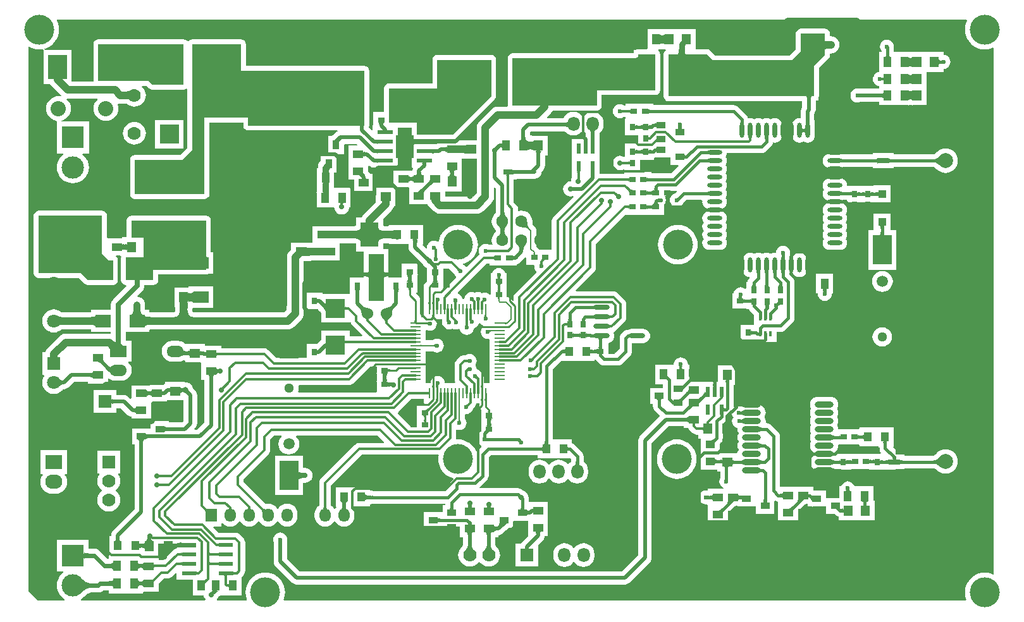
<source format=gtl>
G04*
G04 #@! TF.GenerationSoftware,Altium Limited,Altium Designer,18.1.6 (161)*
G04*
G04 Layer_Physical_Order=1*
G04 Layer_Color=255*
%FSTAX24Y24*%
%MOIN*%
G70*
G01*
G75*
%ADD12C,0.0157*%
%ADD13C,0.0100*%
%ADD17C,0.0197*%
%ADD20C,0.0079*%
%ADD23C,0.0200*%
%ADD27O,0.0787X0.0236*%
%ADD28O,0.0236X0.0787*%
%ADD29R,0.0394X0.0550*%
%ADD30R,0.0500X0.0550*%
%ADD31R,0.1024X0.0630*%
%ADD32R,0.0354X0.0315*%
%ADD33R,0.0315X0.0354*%
%ADD34R,0.0472X0.0335*%
%ADD35R,0.0394X0.0500*%
%ADD36O,0.0866X0.0236*%
%ADD37R,0.0472X0.0551*%
%ADD38R,0.0550X0.0394*%
%ADD39R,0.0220X0.0580*%
%ADD40R,0.0551X0.0472*%
%ADD41R,0.0500X0.0394*%
%ADD42R,0.0591X0.0315*%
%ADD43R,0.0866X0.0394*%
%ADD44O,0.0984X0.0315*%
%ADD45R,0.0157X0.0315*%
%ADD46R,0.0984X0.1575*%
%ADD47R,0.0394X0.0394*%
%ADD48R,0.0984X0.1181*%
%ADD49R,0.0472X0.1378*%
%ADD50R,0.0787X0.0669*%
%ADD51R,0.0472X0.0315*%
%ADD52R,0.1969X0.2362*%
%ADD53R,0.1299X0.0984*%
%ADD54R,0.0945X0.1220*%
%ADD55R,0.0820X0.0230*%
%ADD56R,0.0335X0.0472*%
%ADD57R,0.0800X0.2500*%
%ADD58R,0.0984X0.1299*%
%ADD59R,0.2598X0.2657*%
%ADD60R,0.0787X0.0630*%
%ADD61R,0.1378X0.0591*%
%ADD62R,0.0780X0.0220*%
%ADD63R,0.0110X0.0580*%
%ADD64R,0.0580X0.0110*%
%ADD65R,0.1024X0.0984*%
%ADD66R,0.0945X0.1299*%
%ADD67R,0.0945X0.0394*%
%ADD68R,0.0630X0.1024*%
%ADD142C,0.0118*%
%ADD143C,0.0394*%
%ADD144C,0.0600*%
%ADD145C,0.0236*%
%ADD146C,0.0400*%
%ADD147C,0.0300*%
%ADD148C,0.0276*%
%ADD149C,0.0354*%
%ADD150C,0.0315*%
%ADD151C,0.0800*%
%ADD152C,0.0250*%
%ADD153O,0.0787X0.0591*%
%ADD154O,0.0650X0.0750*%
%ADD155C,0.1102*%
%ADD156C,0.0787*%
%ADD157C,0.0315*%
%ADD158C,0.0600*%
%ADD159R,0.1000X0.0700*%
%ADD160O,0.1000X0.0700*%
%ADD161R,0.1000X0.1000*%
%ADD162C,0.1000*%
%ADD163C,0.0700*%
%ADD164C,0.0800*%
%ADD165C,0.0709*%
%ADD166R,0.0709X0.0709*%
%ADD167R,0.1181X0.1181*%
%ADD168C,0.1181*%
%ADD169O,0.0900X0.0600*%
%ADD170R,0.0900X0.0600*%
%ADD171R,0.0700X0.0700*%
%ADD172R,0.0900X0.0750*%
%ADD173O,0.0900X0.0750*%
%ADD174O,0.0591X0.0709*%
%ADD175R,0.0591X0.0709*%
%ADD176C,0.0630*%
%ADD177R,0.0700X0.0700*%
%ADD178C,0.0276*%
%ADD179C,0.1575*%
%ADD180C,0.0394*%
%ADD181C,0.0236*%
%ADD182C,0.0512*%
%ADD183C,0.0591*%
G36*
X044701Y048803D02*
X044702Y048803D01*
X044846Y0488D01*
Y0484D01*
X04477Y048399D01*
X044701Y048394D01*
Y048326D01*
X044697Y04834D01*
X044685Y048353D01*
X044665Y048364D01*
X044637Y048373D01*
X044601Y048382D01*
X044582Y048384D01*
X044546Y048382D01*
X04451Y048373D01*
X044482Y048364D01*
X044462Y048353D01*
X04445Y04834D01*
X044446Y048326D01*
Y048397D01*
X044445Y048397D01*
X044301Y0484D01*
Y0488D01*
X044377Y048801D01*
X044446Y048806D01*
Y048874D01*
X04445Y04886D01*
X044462Y048847D01*
X044482Y048836D01*
X04451Y048827D01*
X044546Y048818D01*
X044565Y048816D01*
X044601Y048818D01*
X044637Y048827D01*
X044665Y048836D01*
X044685Y048847D01*
X044697Y04886D01*
X044701Y048874D01*
Y048803D01*
D02*
G37*
G36*
X05315Y048523D02*
X053183Y048515D01*
X053242Y048505D01*
X05331Y048499D01*
X053385Y048497D01*
Y048103D01*
X05331Y048101D01*
X053242Y048095D01*
X053183Y048085D01*
X05315Y048077D01*
Y04778D01*
X05257Y0472D01*
X05257Y04559D01*
X052439D01*
X052434Y045584D01*
X052423Y045566D01*
X052414Y045545D01*
X052407Y045519D01*
X052402Y04549D01*
X052399Y045456D01*
X052398Y045419D01*
X052202D01*
X052201Y045456D01*
X052198Y04549D01*
X052193Y045519D01*
X052186Y045545D01*
X052177Y045566D01*
X052166Y045584D01*
X052161Y04559D01*
X0449Y04559D01*
X0449Y04782D01*
X045386D01*
X045396Y047831D01*
X045413Y047858D01*
X045426Y047891D01*
X045437Y04793D01*
X045444Y047975D01*
X045448Y048026D01*
X04545Y048083D01*
X04575D01*
X045751Y048026D01*
X045755Y047975D01*
X045762Y04793D01*
X04577Y047891D01*
X045782Y047858D01*
X045796Y047831D01*
X045805Y04782D01*
X04691D01*
X04724Y04749D01*
X05139D01*
X05187Y04797D01*
Y0489D01*
X05315D01*
Y048523D01*
D02*
G37*
G36*
X01935Y0462D02*
X0177D01*
X0175Y0464D01*
X01485D01*
X01485Y04835D01*
X01935Y04835D01*
Y0462D01*
D02*
G37*
G36*
X0165Y045405D02*
X016489Y045414D01*
X016475Y045422D01*
X016458Y04543D01*
X016437Y045436D01*
X016414Y045441D01*
X016388Y045445D01*
X016325Y045451D01*
X016251Y045453D01*
Y045847D01*
X016289Y045847D01*
X016388Y045855D01*
X016414Y045859D01*
X016437Y045864D01*
X016458Y04587D01*
X016475Y045878D01*
X016489Y045886D01*
X0165Y045895D01*
Y045405D01*
D02*
G37*
G36*
X0442Y04782D02*
X0442Y04591D01*
X04112Y04591D01*
Y0451D01*
X03668D01*
Y0476D01*
X043145D01*
X043171Y047608D01*
X043225Y047634D01*
X043267Y047664D01*
X043297Y047699D01*
X0433Y047705D01*
X0433Y04782D01*
X0442Y04782D01*
D02*
G37*
G36*
X042436Y04488D02*
X042441Y044876D01*
X042448Y044872D01*
X042455Y044868D01*
X042464Y044866D01*
X042473Y044863D01*
X042483Y044861D01*
X042494Y04486D01*
X042506Y044859D01*
X042518Y044859D01*
X042507Y044741D01*
X042494Y044741D01*
X042471Y044739D01*
X042461Y044738D01*
X042451Y044736D01*
X042443Y044734D01*
X042435Y044731D01*
X042428Y044728D01*
X042422Y044724D01*
X042417Y04472D01*
X042431Y044885D01*
X042436Y04488D01*
D02*
G37*
G36*
X0429Y044682D02*
X042898Y044693D01*
X042895Y044703D01*
X042889Y044712D01*
X042881Y04472D01*
X04287Y044726D01*
X042857Y044731D01*
X042841Y044736D01*
X042823Y044739D01*
X042803Y04474D01*
X04278Y044741D01*
Y044859D01*
X042803Y04486D01*
X042823Y044861D01*
X042841Y044864D01*
X042857Y044868D01*
X04287Y044874D01*
X042881Y04488D01*
X042889Y044888D01*
X042895Y044897D01*
X042898Y044907D01*
X0429Y044918D01*
Y044682D01*
D02*
G37*
G36*
X043842Y044942D02*
X043847Y044928D01*
X043855Y044917D01*
X043866Y044907D01*
X04388Y044898D01*
X043898Y044891D01*
X043918Y044886D01*
X043942Y044882D01*
X043968Y04488D01*
X043998Y044879D01*
Y044721D01*
X043968Y04472D01*
X043942Y044718D01*
X043918Y044714D01*
X043898Y044709D01*
X04388Y044702D01*
X043866Y044693D01*
X043855Y044683D01*
X043847Y044672D01*
X043842Y044658D01*
X043841Y044644D01*
Y044956D01*
X043842Y044942D01*
D02*
G37*
G36*
X051013Y04963D02*
X060611D01*
X060635Y049586D01*
X060633Y049582D01*
X06057Y049432D01*
X060532Y049273D01*
X060519Y04911D01*
X060532Y048947D01*
X06057Y048788D01*
X060633Y048638D01*
X060718Y048498D01*
X060824Y048374D01*
X060948Y048268D01*
X061088Y048183D01*
X061238Y04812D01*
X061397Y048082D01*
X06156Y048069D01*
X061723Y048082D01*
X061882Y04812D01*
X06199Y048165D01*
X06204Y048132D01*
Y020418D01*
X06199Y020385D01*
X061882Y02043D01*
X061723Y020468D01*
X06156Y020481D01*
X061397Y020468D01*
X061238Y02043D01*
X061088Y020367D01*
X060948Y020282D01*
X060824Y020176D01*
X060718Y020052D01*
X060633Y019912D01*
X06057Y019762D01*
X060532Y019603D01*
X060519Y01944D01*
X060532Y019277D01*
X06057Y019118D01*
X060594Y019062D01*
X060566Y01902D01*
X024644D01*
X024616Y019062D01*
X02464Y019118D01*
X024678Y019277D01*
X024691Y01944D01*
X024678Y019603D01*
X02464Y019762D01*
X024577Y019912D01*
X024492Y020052D01*
X024386Y020176D01*
X024262Y020282D01*
X024122Y020367D01*
X023972Y02043D01*
X023813Y020468D01*
X02365Y020481D01*
X023487Y020468D01*
X023328Y02043D01*
X023178Y020367D01*
X023038Y020282D01*
X022914Y020176D01*
X022808Y020052D01*
X022723Y019912D01*
X02266Y019762D01*
X022622Y019603D01*
X022609Y01944D01*
X022622Y019277D01*
X02266Y019118D01*
X022684Y019062D01*
X022656Y01902D01*
X021112D01*
X021087Y01907D01*
X021129Y019124D01*
X021151Y019179D01*
X021163Y01919D01*
X021222Y019237D01*
X02124Y01925D01*
X021256Y01926D01*
X021263Y019264D01*
X021268Y019265D01*
X021443D01*
X021487Y019265D01*
Y019265D01*
X021493D01*
Y019265D01*
X022387D01*
Y020227D01*
X02239Y02023D01*
X0225Y02034D01*
X0225Y02034D01*
X02255Y020404D01*
X022581Y020479D01*
X022592Y02056D01*
Y02207D01*
X022592Y02207D01*
X022581Y022151D01*
X02255Y022226D01*
X0225Y02229D01*
X0223Y02249D01*
X022236Y02254D01*
X022161Y022571D01*
X02208Y022582D01*
X021178D01*
X0209Y022859D01*
X020919Y022906D01*
X021345D01*
Y02307D01*
X021393Y023086D01*
X021411Y023062D01*
X021525Y022975D01*
X021658Y02292D01*
X0218Y022901D01*
X021942Y02292D01*
X022075Y022975D01*
X022189Y023062D01*
X022272Y02317D01*
X0223Y023173D01*
X022328Y02317D01*
X022411Y023062D01*
X022525Y022975D01*
X022658Y02292D01*
X0228Y022901D01*
X022942Y02292D01*
X023075Y022975D01*
X023189Y023062D01*
X023272Y02317D01*
X0233Y023173D01*
X023328Y02317D01*
X023411Y023062D01*
X023525Y022975D01*
X023658Y02292D01*
X0238Y022901D01*
X023942Y02292D01*
X024075Y022975D01*
X024189Y023062D01*
X024272Y02317D01*
X0243Y023173D01*
X024328Y02317D01*
X024411Y023062D01*
X024525Y022975D01*
X024658Y02292D01*
X0248Y022901D01*
X024942Y02292D01*
X025075Y022975D01*
X025189Y023062D01*
X025276Y023176D01*
X025331Y023309D01*
X02535Y023451D01*
Y023569D01*
X025331Y023711D01*
X025276Y023844D01*
X025189Y023958D01*
X025075Y024045D01*
X024942Y0241D01*
X0248Y024119D01*
X024658Y0241D01*
X024525Y024045D01*
X024411Y023958D01*
X024328Y02385D01*
X0243Y023847D01*
X024272Y02385D01*
X024189Y023958D01*
X024075Y024045D01*
X023942Y0241D01*
X0238Y024119D01*
X023658Y0241D01*
X023653Y024098D01*
X022512Y025239D01*
Y025419D01*
X02382Y026728D01*
X02387Y026792D01*
X023901Y026867D01*
X023912Y026948D01*
Y027511D01*
X024099Y027698D01*
X024488D01*
X024498Y027667D01*
X024501Y027648D01*
X024414Y027535D01*
X024359Y027402D01*
X02434Y02726D01*
X024359Y027118D01*
X024414Y026985D01*
X024501Y026871D01*
X024615Y026784D01*
X024748Y026729D01*
X02489Y02671D01*
X025032Y026729D01*
X025165Y026784D01*
X025279Y026871D01*
X025366Y026985D01*
X025421Y027118D01*
X02544Y02726D01*
X025421Y027402D01*
X025366Y027535D01*
X025279Y027648D01*
X025282Y027667D01*
X025292Y027698D01*
X029571D01*
X029911Y027358D01*
X029892Y027312D01*
X02859D01*
X028509Y027301D01*
X028434Y02727D01*
X02837Y02722D01*
X02658Y02543D01*
X02653Y025366D01*
X026499Y025291D01*
X026488Y02521D01*
Y024017D01*
X026411Y023958D01*
X026324Y023844D01*
X026269Y023711D01*
X02625Y023569D01*
Y023451D01*
X026269Y023309D01*
X026324Y023176D01*
X026411Y023062D01*
X026525Y022975D01*
X026658Y02292D01*
X0268Y022901D01*
X026942Y02292D01*
X027075Y022975D01*
X027189Y023062D01*
X027272Y02317D01*
X0273Y023173D01*
X027328Y02317D01*
X027411Y023062D01*
X027525Y022975D01*
X027658Y02292D01*
X0278Y022901D01*
X027942Y02292D01*
X028075Y022975D01*
X028189Y023062D01*
X028276Y023176D01*
X028331Y023309D01*
X02835Y023451D01*
Y023569D01*
X028331Y023711D01*
X028276Y023844D01*
X028215Y023924D01*
X028221Y023938D01*
X028254Y023974D01*
X028266D01*
Y023974D01*
X02916D01*
Y02407D01*
X02917Y024079D01*
X029266Y024091D01*
X029325Y024116D01*
X029342Y024117D01*
X029349Y024118D01*
X033143D01*
Y024053D01*
X032988D01*
Y023712D01*
X032976Y023667D01*
X032004D01*
Y022833D01*
X032976D01*
Y022918D01*
X033119D01*
Y022937D01*
X033142Y022938D01*
X033162Y022939D01*
X03318Y022942D01*
X033195Y022946D01*
X033208Y022952D01*
X033219Y022958D01*
X033228Y022966D01*
X033234Y022975D01*
X033237Y022985D01*
X033238Y022996D01*
Y022918D01*
X033895D01*
Y022353D01*
X034069D01*
Y021965D01*
X034067Y021958D01*
X034066Y02194D01*
X034065Y021934D01*
X034064Y021927D01*
X034061Y021919D01*
X034056Y021909D01*
X03405Y021897D01*
X034041Y021883D01*
X034029Y021868D01*
X034014Y021851D01*
X033992Y021827D01*
X033982Y021812D01*
X033919Y021735D01*
X033863Y021631D01*
X033829Y021518D01*
X033817Y0214D01*
X033829Y021282D01*
X033863Y021169D01*
X033919Y021065D01*
X033994Y020974D01*
X034085Y020899D01*
X034189Y020843D01*
X034302Y020809D01*
X03442Y020797D01*
X034538Y020809D01*
X034651Y020843D01*
X034755Y020899D01*
X034846Y020974D01*
X034895Y021033D01*
X034945D01*
X034994Y020974D01*
X035085Y020899D01*
X035189Y020843D01*
X035302Y020809D01*
X03542Y020797D01*
X035538Y020809D01*
X035651Y020843D01*
X035755Y020899D01*
X035846Y020974D01*
X035921Y021065D01*
X035977Y021169D01*
X036011Y021282D01*
X036023Y0214D01*
X036011Y021518D01*
X035977Y021631D01*
X035921Y021735D01*
X035858Y021812D01*
X035848Y021827D01*
X035826Y021851D01*
X035811Y021868D01*
X035799Y021883D01*
X03579Y021897D01*
X035784Y021909D01*
X035779Y021919D01*
X035776Y021927D01*
X035775Y021934D01*
X035774Y02194D01*
X035773Y021958D01*
X035771Y021965D01*
Y022353D01*
X035945D01*
Y022451D01*
X036021Y022461D01*
X036106Y022496D01*
X036178Y022551D01*
X036315Y022688D01*
X036322Y022693D01*
X03636Y02273D01*
X036391Y022758D01*
X03645Y022807D01*
X036468Y02282D01*
X036483Y022829D01*
X03649Y022833D01*
X036706D01*
Y023065D01*
X03671Y023084D01*
X036707Y023096D01*
X036709Y023109D01*
X036706Y023117D01*
Y023174D01*
X036718Y023219D01*
X037495D01*
Y022403D01*
X037495Y022403D01*
X037495D01*
X037462Y022369D01*
X037171Y022078D01*
X037116Y022006D01*
X037113Y022D01*
X03682D01*
Y0208D01*
X03802D01*
Y021933D01*
X038268Y022181D01*
X038324Y022254D01*
X038359Y022339D01*
X038368Y022403D01*
X038545D01*
Y023297D01*
X038545Y023297D01*
Y023303D01*
X038545D01*
X038545Y023347D01*
Y024197D01*
X037536D01*
Y024356D01*
X037525Y024442D01*
X037519Y024454D01*
X037508Y024541D01*
X037469Y024636D01*
X037407Y024717D01*
X037326Y024779D01*
X037231Y024818D01*
X037208Y024821D01*
X037204Y024824D01*
X037136Y024877D01*
X037056Y02491D01*
X03697Y024922D01*
X034962D01*
X034953Y024949D01*
X03495Y024972D01*
X035327Y025348D01*
X03538Y025417D01*
X035413Y025497D01*
X035424Y025583D01*
Y026565D01*
X035523Y026664D01*
X03801D01*
Y026496D01*
X038866D01*
X038904Y026496D01*
X038954Y026496D01*
X039745D01*
X039758Y026483D01*
Y026337D01*
X039756Y026327D01*
X039756Y026319D01*
X03968Y02626D01*
X039625Y026189D01*
X039575D01*
X03952Y02626D01*
X0394Y026352D01*
X03926Y02641D01*
X03911Y02643D01*
X03896Y02641D01*
X03882Y026352D01*
X0387Y02626D01*
X038637Y026177D01*
X038573D01*
X03851Y02626D01*
X03839Y026352D01*
X03825Y02641D01*
X0381Y02643D01*
X03795Y02641D01*
X03781Y026352D01*
X03769Y02626D01*
X037598Y02614D01*
X03754Y026D01*
X03752Y02585D01*
Y02575D01*
X03754Y0256D01*
X037598Y02546D01*
X03769Y02534D01*
X03781Y025248D01*
X03795Y02519D01*
X0381Y02517D01*
X03825Y02519D01*
X03839Y025248D01*
X03851Y02534D01*
X038573Y025423D01*
X038637D01*
X0387Y02534D01*
X03882Y025248D01*
X03896Y02519D01*
X03911Y02517D01*
X03926Y02519D01*
X0394Y025248D01*
X03952Y02534D01*
X039575Y025411D01*
X039625D01*
X03968Y02534D01*
X0398Y025248D01*
X03994Y02519D01*
X04009Y02517D01*
X04024Y02519D01*
X04038Y025248D01*
X0405Y02534D01*
X040592Y02546D01*
X04065Y0256D01*
X04067Y02575D01*
Y02585D01*
X04065Y026D01*
X040592Y02614D01*
X0405Y02626D01*
X040424Y026319D01*
X040424Y026327D01*
X040422Y026337D01*
Y02662D01*
X04041Y026706D01*
X040377Y026786D01*
X040324Y026854D01*
X039949Y02723D01*
X03988Y027283D01*
X03981Y027312D01*
Y027496D01*
X038954D01*
X038916Y027496D01*
X038866Y027496D01*
X038789D01*
Y03122D01*
X03922Y031651D01*
X040104D01*
Y031651D01*
X040116D01*
Y031651D01*
X04101D01*
Y031688D01*
X04106Y031705D01*
X04107Y031691D01*
X041266Y031496D01*
X041334Y031443D01*
X041414Y03141D01*
X0415Y031398D01*
X04223D01*
X042316Y03141D01*
X042396Y031443D01*
X042464Y031496D01*
X042884Y031916D01*
X042937Y031984D01*
X04297Y032064D01*
X042982Y03215D01*
Y032584D01*
X04356D01*
X043656Y032596D01*
X043745Y032634D01*
X043822Y032693D01*
X043881Y032769D01*
X043918Y032859D01*
X043931Y032955D01*
X043918Y033051D01*
X043881Y033141D01*
X043822Y033218D01*
X043745Y033277D01*
X043656Y033314D01*
X04356Y033326D01*
X04293D01*
X042834Y033314D01*
X042769Y033287D01*
X042765D01*
X042679Y033275D01*
X042599Y033242D01*
X042531Y03319D01*
X042416Y033074D01*
X042363Y033006D01*
X04233Y032926D01*
X042318Y03284D01*
Y032287D01*
X042093Y032062D01*
X041732D01*
Y032558D01*
X041762Y032596D01*
X041766Y032596D01*
X041856Y032634D01*
X041933Y032693D01*
X041992Y032769D01*
X042029Y032859D01*
X042041Y032955D01*
X042029Y033051D01*
X042004Y033111D01*
X042024Y033174D01*
X042051Y033185D01*
X042116Y033235D01*
X04258Y0337D01*
X04263Y033764D01*
X042661Y033839D01*
X042672Y03392D01*
Y03464D01*
X042661Y034721D01*
X04263Y034796D01*
X04258Y03486D01*
X04222Y03522D01*
X042156Y03527D01*
X042081Y035301D01*
X042Y035312D01*
X040028D01*
X040009Y035358D01*
X04099Y03634D01*
X04104Y036404D01*
X041071Y036479D01*
X041082Y03656D01*
Y037811D01*
X042618Y039348D01*
X043717D01*
X043724Y039345D01*
X043738Y039346D01*
X043752Y039344D01*
X04377Y039348D01*
X04404D01*
X044058Y039344D01*
X044072Y039346D01*
X044086Y039345D01*
X044093Y039348D01*
X044662D01*
Y039793D01*
X044676Y039798D01*
X044753Y039857D01*
X044794Y039911D01*
X044667D01*
X044682Y039913D01*
X044696Y039918D01*
X044708Y039925D01*
X044718Y039936D01*
X044727Y039951D01*
X044734Y039968D01*
X044739Y039988D01*
X044743Y040012D01*
X044745Y040039D01*
X044746Y040069D01*
X044855D01*
X044861Y04012D01*
X044853Y040186D01*
X044746D01*
X044745Y040216D01*
X044743Y040243D01*
X044739Y040267D01*
X044734Y040288D01*
X044727Y040305D01*
X044718Y04032D01*
X044708Y040331D01*
X044696Y040339D01*
X044682Y040343D01*
X044667Y040345D01*
X044781D01*
X044753Y040383D01*
X044676Y040442D01*
X044662Y040447D01*
Y040618D01*
X04527D01*
X045303Y040623D01*
X045327Y040575D01*
X045226Y040475D01*
X045217Y040469D01*
X045215Y040467D01*
X045154Y040442D01*
X045077Y040383D01*
X045018Y040306D01*
X044981Y040216D01*
X044969Y04012D01*
X044981Y040024D01*
X045018Y039934D01*
X045077Y039857D01*
X045105Y039837D01*
X045128Y039835D01*
X045158Y039834D01*
Y039797D01*
X045244Y039761D01*
X04534Y039749D01*
X045436Y039761D01*
X045526Y039798D01*
X045603Y039857D01*
X045662Y039934D01*
X045686Y039993D01*
X045698Y040006D01*
X045701Y040012D01*
X045824Y040135D01*
X046647D01*
X046691Y040085D01*
X046684Y040033D01*
X046696Y039937D01*
X046734Y039848D01*
X046793Y039771D01*
X046869Y039712D01*
X046932Y039686D01*
X046952Y039688D01*
X046967Y039691D01*
X046979Y039694D01*
X046989Y039698D01*
X046996Y039703D01*
Y03967D01*
X047055Y039662D01*
X047606D01*
X047665Y03967D01*
Y039703D01*
X047673Y039698D01*
X047682Y039694D01*
X047695Y039691D01*
X04771Y039688D01*
X047727Y039685D01*
X047727Y039685D01*
X047792Y039712D01*
X047869Y039771D01*
X047928Y039848D01*
X047965Y039937D01*
X047978Y040033D01*
X047965Y04013D01*
X047928Y040219D01*
X047904Y04025D01*
X047928Y040281D01*
X047965Y04037D01*
X047978Y040467D01*
X047965Y040563D01*
X047928Y040652D01*
X047904Y040683D01*
X047928Y040714D01*
X047965Y040804D01*
X047978Y0409D01*
X047965Y040996D01*
X047928Y041085D01*
X047904Y041116D01*
X047928Y041147D01*
X047965Y041237D01*
X047978Y041333D01*
X047965Y041429D01*
X047928Y041518D01*
X047904Y041549D01*
X047928Y04158D01*
X047965Y04167D01*
X047978Y041766D01*
X047965Y041862D01*
X047928Y041951D01*
X047904Y041982D01*
X047928Y042013D01*
X047965Y042103D01*
X047978Y042199D01*
X047965Y042295D01*
X047928Y042384D01*
X047904Y042415D01*
X047928Y042446D01*
X047965Y042536D01*
X047975Y042608D01*
X04981D01*
X049896Y04262D01*
X049976Y042653D01*
X050044Y042706D01*
X050301Y042962D01*
X050354Y043031D01*
X050387Y043111D01*
X050393Y043153D01*
X050404Y043159D01*
X0505Y043146D01*
X050596Y043159D01*
X050686Y043196D01*
X050763Y043255D01*
X050822Y043332D01*
X050859Y043422D01*
X050871Y043518D01*
Y044069D01*
X050859Y044165D01*
X050822Y044255D01*
X050763Y044331D01*
X050686Y04439D01*
X050596Y044428D01*
X0505Y04444D01*
X050404Y044428D01*
X050314Y04439D01*
X050283Y044367D01*
X050253Y04439D01*
X050163Y044428D01*
X050067Y04444D01*
X049971Y044428D01*
X049881Y04439D01*
X04985Y044367D01*
X049819Y04439D01*
X04973Y044428D01*
X049634Y04444D01*
X049538Y044428D01*
X049448Y04439D01*
X049417Y044367D01*
X049386Y04439D01*
X049297Y044428D01*
X049201Y04444D01*
X049105Y044428D01*
X049082Y044472D01*
X049055Y044538D01*
X049002Y044607D01*
X048574Y045034D01*
X048506Y045087D01*
X048426Y04512D01*
X04834Y045132D01*
X044092D01*
Y045207D01*
X04386D01*
X043841Y045211D01*
X043827Y045209D01*
X043814Y04521D01*
X043807Y045207D01*
X042647D01*
Y045112D01*
X042551D01*
X042526Y045132D01*
X042436Y045169D01*
X04234Y045181D01*
X042244Y045169D01*
X042154Y045132D01*
X042077Y045073D01*
X042018Y044996D01*
X041981Y044906D01*
X041969Y04481D01*
X041981Y044714D01*
X042018Y044624D01*
X042077Y044547D01*
X042154Y044488D01*
X042244Y044451D01*
X04234Y044439D01*
X042436Y044451D01*
X042525Y044488D01*
X042647D01*
Y044403D01*
X042593D01*
Y043548D01*
X043306D01*
Y043103D01*
X042593D01*
Y042418D01*
X042543Y042403D01*
X042536Y042409D01*
X042441Y042448D01*
X04234Y042461D01*
X042239Y042448D01*
X042144Y042409D01*
X042063Y042347D01*
X042001Y042266D01*
X041962Y042171D01*
X041949Y04207D01*
X041962Y041969D01*
X042001Y041874D01*
X042063Y041793D01*
X042144Y041731D01*
X042239Y041692D01*
X04234Y041679D01*
X042441Y041692D01*
X042536Y041731D01*
X042543Y041737D01*
X042593Y041712D01*
Y041658D01*
X043407D01*
Y042248D01*
X044121D01*
Y042349D01*
X044171Y042355D01*
X044175Y042357D01*
X044994D01*
X045006Y042312D01*
Y041983D01*
X045408D01*
X045428Y041936D01*
X045023Y041532D01*
X044003D01*
Y041607D01*
X04377D01*
X043752Y041611D01*
X043738Y041609D01*
X043724Y04161D01*
X043717Y041607D01*
X042558D01*
Y041512D01*
X04126D01*
Y041603D01*
X041264Y041621D01*
X041261Y041632D01*
X041263Y041644D01*
X04126Y041653D01*
Y04231D01*
Y04312D01*
X041264Y043139D01*
X041263Y043144D01*
X041263Y04315D01*
X04126Y043228D01*
Y04339D01*
X041253D01*
Y043578D01*
X041255Y043587D01*
X041256Y043629D01*
X041257Y043649D01*
X041275Y043663D01*
X041279Y043666D01*
X04128Y043667D01*
X04131Y04369D01*
X041402Y04381D01*
X04146Y04395D01*
X04148Y0441D01*
Y0442D01*
X04146Y04435D01*
X041402Y04449D01*
X04131Y04461D01*
X04119Y044702D01*
X04105Y04476D01*
X0409Y04478D01*
X04075Y04476D01*
X04061Y044702D01*
X04049Y04461D01*
X040427Y044527D01*
X040363D01*
X0403Y04461D01*
X04018Y044702D01*
X04004Y04476D01*
X03989Y04478D01*
X03974Y04476D01*
X0396Y044702D01*
X03948Y04461D01*
X039388Y04449D01*
X039373Y044455D01*
X039359Y044455D01*
X039351Y044453D01*
X039343Y044454D01*
X039339Y044453D01*
X03851D01*
X038491Y044499D01*
X038695Y044703D01*
X038695Y044703D01*
X038767Y044797D01*
X038787Y044845D01*
X04112D01*
X041218Y044865D01*
X0413Y04492D01*
X041356Y045002D01*
X041375Y0451D01*
Y045655D01*
X0442Y045655D01*
X044298Y045675D01*
X04438Y04573D01*
X044435Y045812D01*
X044455Y04591D01*
X044455Y04782D01*
X044436Y047918D01*
X04438Y048D01*
X044357Y048015D01*
X044357Y048035D01*
X044381Y048075D01*
X044427D01*
X044446Y048071D01*
X04446Y048074D01*
X044475Y048073D01*
X044481Y048075D01*
X044666D01*
X044672Y048073D01*
X044687Y048074D01*
X044701Y048071D01*
X04472Y048075D01*
X044742D01*
X044757Y048025D01*
X04472Y048D01*
X044665Y047918D01*
X044645Y04782D01*
X044645Y04559D01*
X044665Y045492D01*
X04472Y04541D01*
X044802Y045354D01*
X0449Y045335D01*
X051949Y045335D01*
Y045015D01*
X051928Y044988D01*
X051893Y044903D01*
X051881Y044812D01*
Y044467D01*
X051843Y044434D01*
X051799Y04444D01*
X051703Y044428D01*
X051614Y04439D01*
X051537Y044331D01*
X051478Y044255D01*
X051441Y044165D01*
X051428Y044069D01*
Y043518D01*
X051436Y043459D01*
X051468D01*
X051464Y043451D01*
X05146Y043442D01*
X051456Y043429D01*
X051453Y043414D01*
X051451Y043397D01*
X051451Y043397D01*
X051478Y043332D01*
X051537Y043255D01*
X051614Y043196D01*
X051703Y043159D01*
X051799Y043146D01*
X051895Y043159D01*
X051985Y043196D01*
X052016Y04322D01*
X052047Y043196D01*
X052136Y043159D01*
X052232Y043146D01*
X052328Y043159D01*
X052418Y043196D01*
X052495Y043255D01*
X052554Y043332D01*
X052591Y043422D01*
X052604Y043518D01*
Y044069D01*
X0526Y044095D01*
X052601Y044099D01*
X052597Y044122D01*
X052595Y044134D01*
X052595Y044135D01*
X052586Y0443D01*
X052586Y044331D01*
X052584Y04434D01*
Y044677D01*
X052604Y044704D01*
X052639Y044789D01*
X052651Y04488D01*
Y045351D01*
X052668Y045355D01*
X052682Y045364D01*
X052786D01*
Y045464D01*
X052805Y045492D01*
X052825Y04559D01*
X052825Y047094D01*
X05319Y047459D01*
X053242D01*
Y047512D01*
X05333Y0476D01*
X053386Y047682D01*
X053405Y04778D01*
Y047849D01*
X05345D01*
X053567Y047865D01*
X053675Y04791D01*
X053769Y047981D01*
X053779Y047991D01*
X05385Y048085D01*
X053895Y048193D01*
X053911Y04831D01*
X053895Y048427D01*
X05385Y048535D01*
X053779Y048629D01*
X053685Y0487D01*
X053577Y048745D01*
X05346Y048761D01*
X053442Y048758D01*
X053405Y048791D01*
Y0489D01*
X053386Y048998D01*
X05333Y04908D01*
X053248Y049135D01*
X053242Y049137D01*
Y049141D01*
X053222D01*
X05315Y049155D01*
X05187D01*
X051798Y049141D01*
X051758D01*
Y049126D01*
X05169Y04908D01*
X051634Y048998D01*
X051615Y0489D01*
Y048076D01*
X051284Y047745D01*
X047346D01*
X04709Y048D01*
X047008Y048056D01*
X04691Y048075D01*
X0464D01*
X04635Y048075D01*
Y049125D01*
X04472D01*
X044701Y049129D01*
X044687Y049126D01*
X044672Y049127D01*
X044666Y049125D01*
X044481D01*
X044475Y049127D01*
X04446Y049126D01*
X044446Y049129D01*
X044427Y049125D01*
X043803D01*
Y048653D01*
X043796Y0486D01*
X043803Y048547D01*
Y048125D01*
X043753Y048075D01*
X0433Y048075D01*
X043202Y048056D01*
X043171Y048035D01*
X04307D01*
Y047926D01*
X043065Y047918D01*
X043052Y047855D01*
X03668D01*
X036582Y047835D01*
X0365Y04778D01*
X036444Y047698D01*
X036425Y0476D01*
Y0451D01*
X036427Y045093D01*
X036395Y045054D01*
X0359D01*
X035783Y045038D01*
X035673Y044993D01*
X035579Y044921D01*
X034929Y044271D01*
X034857Y044177D01*
X034812Y044067D01*
X034796Y04395D01*
Y043286D01*
X034276D01*
X034273Y043287D01*
X034255Y043286D01*
X034254D01*
X034236Y04329D01*
X034217Y043286D01*
X033984D01*
Y04326D01*
X033904Y043255D01*
X033834Y043255D01*
X033829Y043254D01*
X03349D01*
X033437Y043247D01*
X033251D01*
X033244Y043249D01*
X03323Y043248D01*
X033216Y043251D01*
X033198Y043247D01*
X032965D01*
Y043155D01*
X032915Y043155D01*
X032906Y043153D01*
X0329D01*
X032809Y043141D01*
X032723Y043106D01*
X032662Y043059D01*
X032474D01*
X03247Y04306D01*
X032452Y043059D01*
X032436Y043062D01*
X032417Y043059D01*
X031501D01*
X031499Y043058D01*
X031485Y043045D01*
X031475Y04303D01*
X031469Y043013D01*
X031467Y042994D01*
Y043059D01*
X031367D01*
Y042329D01*
Y041829D01*
X031396D01*
X031424Y041787D01*
X031409Y041751D01*
X0314Y041687D01*
X031225D01*
X031225Y041687D01*
X031194Y041691D01*
X031181Y041688D01*
X031176Y041688D01*
X031166Y041689D01*
X031159Y041687D01*
X030395D01*
Y041037D01*
X030406Y041026D01*
X030395Y041019D01*
Y040793D01*
X030348Y040786D01*
X029464D01*
Y040002D01*
X028823Y03936D01*
X028751Y039267D01*
X028723Y0392D01*
X028419D01*
Y038763D01*
X028387Y038758D01*
X028337Y038753D01*
X02827Y038752D01*
X028266Y038751D01*
X026858D01*
X026829Y038747D01*
X026136D01*
Y037914D01*
X026091Y037879D01*
X026066Y037886D01*
Y037886D01*
X025833D01*
X025814Y03789D01*
X025796Y037886D01*
X025795D01*
X025777Y037887D01*
X025774Y037886D01*
X025014D01*
Y037516D01*
X024909Y037411D01*
X024837Y037317D01*
X0248Y037228D01*
Y03455D01*
X024776D01*
Y034338D01*
X024642Y034204D01*
X019966D01*
X019963Y034205D01*
X019903Y034208D01*
X019869Y034214D01*
X019847Y034221D01*
X019836Y034227D01*
X019831Y034231D01*
X019827Y034236D01*
X019821Y034247D01*
X019814Y034269D01*
X019808Y034303D01*
X019805Y03435D01*
X019806Y034409D01*
X019856Y034435D01*
X019865Y034434D01*
X019883Y034437D01*
X020901D01*
Y035567D01*
X019908D01*
X019907Y035567D01*
X019904Y035567D01*
X019883D01*
X019865Y035571D01*
X019846Y035567D01*
X019613D01*
Y035565D01*
X019585Y035522D01*
X019566Y035518D01*
X018864D01*
Y034758D01*
X018863Y034756D01*
X018864Y034737D01*
Y034737D01*
X01886Y034718D01*
X018864Y034699D01*
Y034467D01*
X01889D01*
X018895Y034386D01*
X018895Y034354D01*
X018892Y034303D01*
X018886Y034269D01*
X018879Y034247D01*
X018873Y034236D01*
X018869Y034231D01*
X018864Y034227D01*
X018853Y034221D01*
X018831Y034214D01*
X018797Y034208D01*
X018737Y034205D01*
X018734Y034204D01*
X017692D01*
X017688Y034205D01*
X017554Y03421D01*
X01753Y034212D01*
Y034335D01*
X017319D01*
X017317Y034342D01*
X017314Y034385D01*
X017312Y034444D01*
X017311Y034449D01*
Y03459D01*
X017296Y034702D01*
X017253Y034805D01*
X017185Y034895D01*
X017095Y034963D01*
X016992Y035006D01*
X016928Y035014D01*
X01691Y035067D01*
X017163Y03532D01*
X017225Y035401D01*
X017264Y035495D01*
X017277Y035596D01*
Y035645D01*
X01775D01*
X017848Y035665D01*
X01793Y03572D01*
X017986Y035802D01*
X018005Y0359D01*
Y036195D01*
X020525Y036195D01*
X020623Y036214D01*
X02065Y036233D01*
X020901D01*
Y037363D01*
X02078D01*
X02078Y03905D01*
X02076Y039148D01*
X020705Y03923D01*
X020623Y039285D01*
X020525Y039305D01*
X0166Y039305D01*
X016502Y039285D01*
X01642Y03923D01*
X016365Y039148D01*
X016345Y03905D01*
X016345Y038174D01*
X016096D01*
Y038097D01*
X015355D01*
X015305Y038139D01*
X015305Y0393D01*
X015286Y039398D01*
X01523Y03948D01*
X015148Y039535D01*
X01505Y039555D01*
X0117Y039555D01*
X011602Y039536D01*
X01152Y03948D01*
X011465Y039398D01*
X011445Y0393D01*
Y036275D01*
X011465Y036177D01*
X01152Y036095D01*
X011602Y03604D01*
X0117Y03602D01*
X013819Y03602D01*
X01412Y03572D01*
X014202Y035665D01*
X0143Y035645D01*
X015625D01*
X015723Y035665D01*
X015805Y03572D01*
X015861Y035802D01*
X01588Y0359D01*
Y03695D01*
X015861Y037048D01*
X015805Y03713D01*
X015805Y03713D01*
X015771Y037153D01*
X015786Y037203D01*
X016015D01*
X016056Y037153D01*
X016045Y0371D01*
Y0359D01*
X016064Y035802D01*
X01612Y03572D01*
X016202Y035665D01*
X0163Y035645D01*
X016317D01*
X016336Y035599D01*
X015623Y034887D01*
X015561Y034806D01*
X015522Y034711D01*
X015509Y03461D01*
Y034335D01*
X014763D01*
X01476Y034335D01*
X014743Y034335D01*
X014741D01*
X014722Y034338D01*
X014703Y034335D01*
X014471D01*
Y03421D01*
X01439Y034203D01*
X014324Y034202D01*
X014319Y034201D01*
X013015D01*
X013011Y034202D01*
X012975Y034202D01*
X01295Y034203D01*
X012902Y034208D01*
X012893Y03421D01*
X012837Y034255D01*
X012732Y034311D01*
X012618Y034346D01*
X0125Y034357D01*
X012382Y034346D01*
X012268Y034311D01*
X012163Y034255D01*
X012071Y034179D01*
X011995Y034087D01*
X011939Y033982D01*
X011904Y033868D01*
X011893Y03375D01*
X011904Y033632D01*
X011939Y033518D01*
X011995Y033413D01*
X012071Y033321D01*
X012163Y033245D01*
X012268Y033189D01*
X012382Y033154D01*
X0125Y033143D01*
X012618Y033154D01*
X012732Y033189D01*
X012837Y033245D01*
X012893Y03329D01*
X0129Y033292D01*
X012979Y033298D01*
X013011Y033298D01*
X013015Y033299D01*
X014319D01*
X014324Y033298D01*
X014393Y033297D01*
X014448Y033294D01*
X014471Y033291D01*
Y033165D01*
X014703D01*
X014722Y033162D01*
X014741Y033165D01*
X014743D01*
X01476Y033165D01*
X014763Y033165D01*
X015509D01*
Y033098D01*
X015471Y033065D01*
X01543Y033071D01*
X01313D01*
X013013Y033055D01*
X012905Y03301D01*
X012811Y032939D01*
X012181Y032309D01*
X01211Y032215D01*
X012065Y032107D01*
X012064Y032104D01*
X011896D01*
Y030896D01*
X011984D01*
X012006Y03085D01*
X011995Y030837D01*
X011939Y030732D01*
X011904Y030618D01*
X011893Y0305D01*
X011904Y030382D01*
X011939Y030268D01*
X011995Y030163D01*
X012071Y030071D01*
X012163Y029995D01*
X012268Y029939D01*
X012382Y029904D01*
X0125Y029893D01*
X012618Y029904D01*
X012732Y029939D01*
X012837Y029995D01*
X012929Y030071D01*
X012961Y030109D01*
X012969Y030115D01*
X012978Y030127D01*
X012989Y030137D01*
X012993Y030143D01*
X012996Y030143D01*
X013004Y030145D01*
X013015Y030146D01*
X013038Y030147D01*
X013067Y030153D01*
X013121Y030161D01*
X013206Y030196D01*
X013278Y030252D01*
X013566Y030539D01*
X014315D01*
Y030443D01*
X014548D01*
X014566Y030439D01*
X01458Y030442D01*
X014593Y030441D01*
X0146Y030443D01*
X015365D01*
Y030696D01*
X01541Y030718D01*
X015473Y03067D01*
X015606Y030614D01*
X01575Y030595D01*
X01605D01*
X016194Y030614D01*
X016327Y03067D01*
X016442Y030758D01*
X01653Y030873D01*
X016586Y031006D01*
X016605Y03115D01*
X016586Y031294D01*
X01653Y031427D01*
X016442Y031542D01*
X016429Y031553D01*
X016445Y0316D01*
X0166D01*
Y0327D01*
X016293D01*
X016293Y032731D01*
X016291Y032738D01*
Y033165D01*
X017237D01*
X017239Y033165D01*
X017254Y033165D01*
X01726D01*
X017279Y033162D01*
X017297Y033165D01*
X01753D01*
Y033287D01*
X017616Y033294D01*
X017683Y033295D01*
X017688Y033296D01*
X02483D01*
X024947Y033312D01*
X025057Y033357D01*
X025151Y033429D01*
X025551Y033829D01*
X025551Y033829D01*
X025623Y033923D01*
X025668Y034033D01*
X025684Y03415D01*
Y036902D01*
X025696Y036914D01*
X025774D01*
X025777Y036913D01*
X025795Y036914D01*
X025796D01*
X025814Y03691D01*
X025833Y036914D01*
X026066D01*
Y03694D01*
X026146Y036945D01*
X026216Y036945D01*
X026221Y036946D01*
X026816D01*
X026858Y036941D01*
X026912Y036948D01*
X027581D01*
Y037841D01*
X027627Y037849D01*
X028266D01*
X02827Y037848D01*
X028337Y037847D01*
X028387Y037842D01*
X028419Y037837D01*
Y0374D01*
X02885D01*
Y036295D01*
X028856Y036295D01*
Y036095D01*
X02885Y036095D01*
Y036032D01*
X028658D01*
X028656Y036019D01*
Y036032D01*
X028344D01*
Y036019D01*
X028342Y036032D01*
X028093D01*
Y035447D01*
X028089Y035429D01*
X028093Y03541D01*
Y035199D01*
X028093Y035178D01*
X028051Y035157D01*
X026657D01*
Y035222D01*
X025843D01*
Y034368D01*
X026433D01*
X026439Y034361D01*
X026444Y034354D01*
X026479Y034318D01*
X026537Y034251D01*
X026554Y034227D01*
X026569Y034205D01*
X026578Y034187D01*
X026584Y034175D01*
X026586Y03417D01*
X026586Y034159D01*
X026588Y034152D01*
Y033672D01*
X028112D01*
X028112Y033672D01*
X028155Y033655D01*
X02818Y033594D01*
X02823Y03353D01*
X028759Y033D01*
X02874Y032954D01*
X028112D01*
Y033228D01*
X026588D01*
Y032737D01*
X026586Y032735D01*
X026383Y032532D01*
X026094D01*
Y032519D01*
X026092Y032532D01*
X025843D01*
Y031812D01*
X024219D01*
X02381Y03222D01*
X023746Y03227D01*
X023671Y032301D01*
X02359Y032312D01*
X021325D01*
Y032447D01*
X020476D01*
Y032536D01*
X019447D01*
X019442Y032542D01*
X019327Y03263D01*
X019194Y032686D01*
X01905Y032705D01*
X01875D01*
X018606Y032686D01*
X018473Y03263D01*
X018358Y032542D01*
X01827Y032427D01*
X018214Y032294D01*
X018195Y03215D01*
X018214Y032006D01*
X01827Y031873D01*
X018358Y031758D01*
X018473Y03167D01*
X018606Y031614D01*
X01875Y031595D01*
X01905D01*
X019194Y031614D01*
X019234Y031631D01*
X019256Y031635D01*
X019267Y031642D01*
X01928Y031645D01*
X019302Y031656D01*
X019345Y031674D01*
X019358Y031679D01*
X019374Y031683D01*
X01942Y031653D01*
X019424Y031645D01*
Y031564D01*
X020232D01*
X020275Y031547D01*
Y030653D01*
X020449D01*
Y028396D01*
X020066Y028013D01*
X019936D01*
X019917Y02806D01*
X019949Y028091D01*
X020004Y028164D01*
X020039Y028249D01*
X020051Y02834D01*
Y02984D01*
X020039Y029931D01*
X020004Y030016D01*
X019949Y030089D01*
X019838Y030199D01*
X019837Y030206D01*
X019796Y030306D01*
X019731Y030391D01*
X019646Y030456D01*
X019546Y030497D01*
X01944Y030511D01*
X019416Y030532D01*
Y030536D01*
X019183D01*
X019164Y03054D01*
X019149Y030537D01*
X019134Y030538D01*
X019128Y030536D01*
X018364D01*
Y030425D01*
X018314Y030404D01*
X018286Y030382D01*
X01771D01*
X017703Y030385D01*
X01769Y030384D01*
X017676Y030386D01*
X017658Y030382D01*
X017402D01*
X017384Y030386D01*
X01737Y030384D01*
X017357Y030385D01*
X01735Y030382D01*
X016585D01*
Y029667D01*
X016539Y029648D01*
X016438Y029748D01*
X016366Y029804D01*
X016281Y029839D01*
X01619Y029851D01*
X015804D01*
Y030104D01*
X014596D01*
Y028896D01*
X015804D01*
Y029149D01*
X016044D01*
X016406Y028787D01*
X016479Y028731D01*
X016563Y028696D01*
X016585Y028693D01*
Y028589D01*
X017635D01*
Y029448D01*
X017676Y029485D01*
X01769Y029488D01*
X017703Y029486D01*
X01771Y029489D01*
X018475D01*
Y029564D01*
X019349D01*
Y028486D01*
X019262Y028399D01*
X018578D01*
Y028465D01*
X018346D01*
X018327Y028469D01*
X018309Y028465D01*
X018306D01*
X018289Y028466D01*
X018286Y028465D01*
X017606D01*
Y028124D01*
X017594Y028079D01*
X017361D01*
X017343Y028083D01*
X017324Y028079D01*
X017322D01*
X017304Y02808D01*
X017302Y028079D01*
X016622D01*
Y027245D01*
X016756D01*
Y023823D01*
X015622Y022689D01*
X015566Y022616D01*
X015531Y022531D01*
X015519Y02244D01*
Y02239D01*
X015438D01*
Y022158D01*
X015434Y02214D01*
X015437Y022123D01*
X015436Y022107D01*
X015438Y022102D01*
Y02139D01*
X015402Y021355D01*
X015393D01*
Y021201D01*
X015324D01*
X014893Y021633D01*
X014816Y021692D01*
X014726Y021729D01*
X01463Y021741D01*
X014341D01*
Y022211D01*
X012659D01*
Y020529D01*
X012991D01*
X013009Y020479D01*
X012903Y020392D01*
X012798Y020264D01*
X01272Y020118D01*
X012672Y01996D01*
X012655Y019795D01*
X012672Y01963D01*
X01272Y019472D01*
X012798Y019326D01*
X012903Y019198D01*
X013031Y019093D01*
X013076Y019068D01*
X013064Y01902D01*
X01165D01*
X01116Y01951D01*
Y048188D01*
X011204Y048212D01*
X011268Y048173D01*
X011418Y04811D01*
X011577Y048072D01*
X01174Y048059D01*
X011903Y048072D01*
X011916Y048075D01*
X011955Y048033D01*
Y04625D01*
X012312D01*
X012379Y046164D01*
X012909Y045633D01*
X012883Y045589D01*
X012877Y045591D01*
X01275Y045603D01*
X012623Y045591D01*
X0125Y045553D01*
X012387Y045493D01*
X012288Y045412D01*
X012207Y045313D01*
X012147Y0452D01*
X012109Y045077D01*
X012097Y04495D01*
X012109Y044823D01*
X012147Y0447D01*
X012207Y044587D01*
X012288Y044488D01*
X012387Y044407D01*
X0125Y044347D01*
X012623Y044309D01*
X012649Y044307D01*
X012669Y044265D01*
X012669Y044255D01*
Y042584D01*
X013001D01*
X013019Y042534D01*
X012913Y042447D01*
X012808Y042319D01*
X01273Y042173D01*
X012682Y042015D01*
X012665Y04185D01*
X012682Y041685D01*
X01273Y041527D01*
X012808Y041381D01*
X012913Y041253D01*
X013041Y041148D01*
X013187Y04107D01*
X013345Y041022D01*
X01351Y041005D01*
X013675Y041022D01*
X013833Y04107D01*
X013979Y041148D01*
X014107Y041253D01*
X014212Y041381D01*
X01429Y041527D01*
X014338Y041685D01*
X014355Y04185D01*
X014338Y042015D01*
X01429Y042173D01*
X014212Y042319D01*
X014107Y042447D01*
X014001Y042534D01*
X014019Y042584D01*
X014351D01*
Y044265D01*
X012904D01*
X012897Y044315D01*
X013Y044347D01*
X013113Y044407D01*
X013212Y044488D01*
X013293Y044587D01*
X013353Y0447D01*
X013391Y044823D01*
X013403Y04495D01*
X013391Y045077D01*
X013353Y0452D01*
X013293Y045313D01*
X013212Y045412D01*
X01318Y045438D01*
X013201Y045486D01*
X01325Y045479D01*
X014796D01*
X014813Y045432D01*
X014788Y045412D01*
X014707Y045313D01*
X014647Y0452D01*
X014609Y045077D01*
X014597Y04495D01*
X014609Y044823D01*
X014647Y0447D01*
X014707Y044587D01*
X014788Y044488D01*
X014887Y044407D01*
X015Y044347D01*
X015123Y044309D01*
X01525Y044297D01*
X015377Y044309D01*
X0155Y044347D01*
X015613Y044407D01*
X015712Y044488D01*
X015793Y044587D01*
X015853Y0447D01*
X015891Y044823D01*
X015903Y04495D01*
X015891Y045077D01*
X015863Y045169D01*
X015868Y04518D01*
X015902Y045212D01*
X016Y045199D01*
X01624D01*
X016244Y045198D01*
X01631Y045197D01*
X016355Y045192D01*
X016363Y045191D01*
X016415Y045149D01*
X016519Y045093D01*
X016632Y045059D01*
X01675Y045047D01*
X016868Y045059D01*
X016981Y045093D01*
X017085Y045149D01*
X017176Y045224D01*
X017251Y045315D01*
X017307Y045419D01*
X017341Y045532D01*
X017353Y04565D01*
X017341Y045768D01*
X017307Y045881D01*
X017251Y045985D01*
X017176Y046076D01*
X01715Y046098D01*
X017167Y046145D01*
X017394D01*
X01752Y04602D01*
X017602Y045964D01*
X0177Y045945D01*
X01935D01*
X019448Y045964D01*
X019495Y045996D01*
X019545Y04597D01*
Y042874D01*
X019176Y042505D01*
X016775Y042505D01*
X016677Y042485D01*
X016595Y04243D01*
X016539Y042348D01*
X01652Y04225D01*
X01652Y0418D01*
X01652Y04044D01*
X016539Y040342D01*
X016595Y04026D01*
X016677Y040204D01*
X016775Y040185D01*
X02045Y040185D01*
X020548Y040204D01*
X02063Y04026D01*
X020685Y040342D01*
X020705Y04044D01*
X020705Y044205D01*
X022495Y044205D01*
Y04405D01*
X022515Y043952D01*
X02257Y04387D01*
X022652Y043815D01*
X02275Y043795D01*
X022788D01*
Y043795D01*
X024312D01*
Y043795D01*
X024488D01*
Y043795D01*
X024721D01*
X024739Y043791D01*
X024758Y043795D01*
X026012D01*
Y043795D01*
X027449D01*
X027459Y043745D01*
X027423Y043731D01*
X02735Y043674D01*
X027275Y043599D01*
X027269Y043595D01*
X02722Y04355D01*
X027206Y043538D01*
X027192Y043529D01*
X027182Y043522D01*
X027177Y043519D01*
X027173Y043518D01*
X026953D01*
Y043304D01*
X026951Y043299D01*
X026953Y043275D01*
Y043273D01*
X02695Y043249D01*
X026953Y043238D01*
Y042584D01*
X026953Y042546D01*
X026908Y042534D01*
X026579D01*
Y042201D01*
X026545Y042167D01*
X026481Y042084D01*
X02644Y041986D01*
X026427Y041882D01*
X026427Y041882D01*
Y041875D01*
X026425Y041868D01*
X026424Y041815D01*
X026383D01*
Y041591D01*
X02638Y041579D01*
X026381Y041571D01*
X026379Y041564D01*
X026383Y041545D01*
Y041035D01*
X026379Y041016D01*
X026381Y041009D01*
X02638Y041001D01*
X026383Y040989D01*
Y040775D01*
X026353D01*
Y040542D01*
X026349Y040524D01*
X026353Y040505D01*
Y039725D01*
X027247D01*
X027247Y039725D01*
X027294Y039719D01*
X027302Y039659D01*
X027341Y039564D01*
X027391Y0395D01*
X0274D01*
Y039488D01*
X027403Y039483D01*
X027484Y039421D01*
X027579Y039382D01*
X02768Y039369D01*
X027781Y039382D01*
X027876Y039421D01*
X027957Y039483D01*
X028019Y039564D01*
X028058Y039659D01*
X028067Y039725D01*
X028147D01*
Y040775D01*
X027299D01*
X027277Y040775D01*
X027277Y040805D01*
Y040989D01*
X02728Y041001D01*
X027279Y041009D01*
X027281Y041016D01*
X027277Y041035D01*
Y041545D01*
X02728Y041562D01*
X027413D01*
Y042496D01*
X027413Y042534D01*
X027458Y042546D01*
X027787D01*
Y043045D01*
X027788Y043046D01*
X027829Y043072D01*
X028471D01*
X028492Y043045D01*
X028471Y042997D01*
X028025D01*
Y042147D01*
X028025Y042103D01*
X028025D01*
Y042097D01*
X028025D01*
Y041203D01*
X028325D01*
Y040603D01*
X029375D01*
Y041497D01*
X029168D01*
X029156Y041527D01*
X029141Y041546D01*
X029138Y041554D01*
X029119Y041575D01*
X029103Y041599D01*
X02908Y041622D01*
X029075Y041628D01*
Y041907D01*
X029125Y04193D01*
X02918Y041888D01*
X029265Y041853D01*
X029307Y041847D01*
Y041829D01*
X02952D01*
X029524Y041827D01*
X029541Y041828D01*
X029558Y041825D01*
X029577Y041829D01*
X030627D01*
Y042329D01*
Y042829D01*
Y043329D01*
Y043935D01*
X031365Y043935D01*
X031365Y04358D01*
X031367Y043571D01*
Y043329D01*
X031467D01*
Y043394D01*
X031469Y043375D01*
X031475Y043358D01*
X031485Y043343D01*
X031499Y04333D01*
X031501Y043329D01*
X031602D01*
X03162Y043325D01*
X03255D01*
X03352Y043325D01*
X033618Y043345D01*
X0337Y0434D01*
X03574Y04544D01*
X035796Y045522D01*
X035815Y04562D01*
Y04752D01*
X035796Y047618D01*
X03574Y0477D01*
X035658Y047755D01*
X03556Y047775D01*
X03271D01*
X032612Y047755D01*
X03253Y0477D01*
X032475Y047618D01*
X032455Y04752D01*
X032455Y046275D01*
X03017D01*
X030072Y046255D01*
X02999Y0462D01*
X029934Y046118D01*
X029915Y04602D01*
X029915Y04476D01*
X029328D01*
Y044059D01*
X029307D01*
Y043808D01*
X029261Y043789D01*
X029105Y043944D01*
X02911Y043952D01*
X02913Y04405D01*
X02913Y04695D01*
X029111Y047048D01*
X029055Y04713D01*
X028973Y047186D01*
X028875Y047205D01*
X022628Y047205D01*
Y04835D01*
X022609Y048448D01*
X022553Y04853D01*
X022471Y048586D01*
X022373Y048605D01*
X0198D01*
X019702Y048586D01*
X01962Y04853D01*
X0196Y048501D01*
X01955D01*
X01953Y04853D01*
X019448Y048586D01*
X01935Y048605D01*
X01485Y048605D01*
X014752Y048586D01*
X01467Y04853D01*
X014614Y048448D01*
X014595Y04835D01*
X014595Y0464D01*
X014579Y046381D01*
X013439D01*
Y04805D01*
X012023D01*
X012017Y0481D01*
X012062Y04811D01*
X012212Y048173D01*
X012352Y048258D01*
X012476Y048364D01*
X012582Y048488D01*
X012667Y048628D01*
X01273Y048778D01*
X012768Y048937D01*
X012781Y0491D01*
X012768Y049263D01*
X01273Y049422D01*
X012667Y049572D01*
X012659Y049586D01*
X012683Y04963D01*
X051013D01*
X051013Y049631D01*
Y04963D01*
D02*
G37*
G36*
X048847Y044284D02*
X048855Y044172D01*
X048858Y044157D01*
X048861Y044145D01*
X048865Y044135D01*
X04887Y044128D01*
X048666D01*
X04867Y044135D01*
X048674Y044145D01*
X048678Y044157D01*
X048681Y044172D01*
X048683Y044189D01*
X048687Y044232D01*
X048689Y044284D01*
X048689Y044313D01*
X048846D01*
X048847Y044284D01*
D02*
G37*
G36*
X052331Y044293D02*
X052341Y044121D01*
X052343Y044108D01*
X052346Y044099D01*
X052118D01*
X052121Y044108D01*
X052124Y044121D01*
X052126Y044136D01*
X05213Y044176D01*
X052133Y044259D01*
X052134Y04433D01*
X052331D01*
X052331Y044293D01*
D02*
G37*
G36*
X022373Y04695D02*
X028875Y04695D01*
X028875Y04405D01*
X024739D01*
Y044046D01*
X024739Y04405D01*
X02275D01*
Y04446D01*
X02045Y04446D01*
X02045Y04044D01*
X016775Y04044D01*
X016775Y0418D01*
X016775Y04225D01*
X019281Y04225D01*
X0198Y042769D01*
Y04835D01*
X022373D01*
Y04695D01*
D02*
G37*
G36*
X029896Y044195D02*
X029888Y04419D01*
X02988Y044183D01*
X029873Y044172D01*
X029868Y044159D01*
X029863Y044142D01*
X029859Y044122D01*
X029857Y0441D01*
X029855Y044074D01*
X029855Y044045D01*
X029655D01*
X029654Y044074D01*
X02965Y044122D01*
X029647Y044142D01*
X029642Y044159D01*
X029636Y044172D01*
X02963Y044183D01*
X029622Y04419D01*
X029613Y044195D01*
X029603Y044197D01*
X029906D01*
X029896Y044195D01*
D02*
G37*
G36*
X044273Y043917D02*
X044271Y043931D01*
X044267Y043945D01*
X044259Y043957D01*
X044248Y043967D01*
X044233Y043976D01*
X044216Y043983D01*
X044196Y043988D01*
X044172Y043992D01*
X044145Y043994D01*
X044115Y043995D01*
Y044153D01*
X044145Y044154D01*
X044172Y044156D01*
X044196Y04416D01*
X044216Y044165D01*
X044233Y044172D01*
X044248Y044181D01*
X044259Y044191D01*
X044267Y044203D01*
X044271Y044217D01*
X044273Y044232D01*
Y043917D01*
D02*
G37*
G36*
X039636Y043901D02*
X039631Y04392D01*
X039622Y043936D01*
X039608Y043951D01*
X039589Y043964D01*
X039566Y043975D01*
X039538Y043984D01*
X039506Y043991D01*
X039469Y043996D01*
X039428Y043999D01*
X039382Y044D01*
X039365Y0442D01*
X039409Y044201D01*
X039448Y044204D01*
X039482Y044209D01*
X039511Y044216D01*
X039535Y044225D01*
X039555Y044236D01*
X039569Y044249D01*
X039579Y044264D01*
X039583Y044281D01*
X039583Y0443D01*
X039636Y043901D01*
D02*
G37*
G36*
X052116Y043636D02*
X052114Y043651D01*
X052109Y043664D01*
X052101Y043676D01*
X05209Y043686D01*
X052076Y043695D01*
X052058Y043702D01*
X052038Y043707D01*
X052016Y043711D01*
X051994Y043707D01*
X051973Y043702D01*
X051956Y043695D01*
X051941Y043686D01*
X05193Y043676D01*
X051922Y043664D01*
X051918Y043651D01*
X051916Y043636D01*
Y043951D01*
X051918Y043936D01*
X051922Y043922D01*
X05193Y043911D01*
X051941Y0439D01*
X051956Y043892D01*
X051973Y043885D01*
X051994Y043879D01*
X052016Y043875D01*
X052038Y043879D01*
X052058Y043885D01*
X052076Y043892D01*
X05209Y0439D01*
X052101Y043911D01*
X052109Y043922D01*
X052114Y043936D01*
X052116Y043951D01*
Y043636D01*
D02*
G37*
G36*
X045571Y044006D02*
X045575D01*
X045574Y044004D01*
X045573Y044001D01*
X045573Y043997D01*
X045572Y043988D01*
X045574Y043966D01*
X045578Y043943D01*
X045583Y043922D01*
X045591Y043905D01*
X045599Y04389D01*
X045609Y043879D01*
X045621Y043871D01*
X045635Y043867D01*
X04565Y043865D01*
X045335D01*
X04535Y043867D01*
X045363Y043871D01*
X045375Y043879D01*
X045385Y04389D01*
X045394Y043905D01*
X045401Y043922D01*
X045406Y043943D01*
X04541Y043966D01*
X045411Y043976D01*
X045409Y044006D01*
X045413D01*
X045413Y044024D01*
X045571D01*
X045571Y044006D01*
D02*
G37*
G36*
X043871Y044084D02*
X043875Y044078D01*
X04388Y044072D01*
X043889Y044068D01*
X043899Y044064D01*
X043912Y04406D01*
X043927Y044058D01*
X043944Y044056D01*
X043986Y044054D01*
Y043897D01*
X043964Y043896D01*
X043927Y043894D01*
X043912Y043891D01*
X043899Y043888D01*
X043889Y043884D01*
X04388Y043879D01*
X043875Y043873D01*
X043871Y043867D01*
X04387Y04386D01*
Y044091D01*
X043871Y044084D01*
D02*
G37*
G36*
X043559Y043818D02*
X043557Y043833D01*
X043552Y043846D01*
X043544Y043858D01*
X043533Y043868D01*
X043519Y043877D01*
X043502Y043884D01*
X043481Y04389D01*
X043457Y043894D01*
X04343Y043896D01*
X0434Y043897D01*
Y044054D01*
X04343Y044055D01*
X043457Y044057D01*
X043481Y044061D01*
X043502Y044067D01*
X043519Y044074D01*
X043533Y044083D01*
X043544Y044093D01*
X043552Y044105D01*
X043557Y044118D01*
X043559Y044133D01*
Y043818D01*
D02*
G37*
G36*
X043158Y044118D02*
X043163Y044105D01*
X04317Y044093D01*
X043181Y044083D01*
X043196Y044074D01*
X043213Y044067D01*
X043233Y044061D01*
X043257Y044057D01*
X043284Y044055D01*
X043314Y044054D01*
Y043897D01*
X043284Y043896D01*
X043257Y043894D01*
X043233Y04389D01*
X043213Y043884D01*
X043196Y043877D01*
X043181Y043868D01*
X04317Y043858D01*
X043163Y043846D01*
X043158Y043833D01*
X043156Y043818D01*
Y044133D01*
X043158Y044118D01*
D02*
G37*
G36*
X04108Y043844D02*
X041064Y043836D01*
X041049Y043823D01*
X041036Y043806D01*
X041025Y043783D01*
X041016Y043755D01*
X041009Y043722D01*
X041004Y043683D01*
X041001Y04364D01*
X041Y043592D01*
X0408D01*
X040799Y04364D01*
X040791Y043722D01*
X040784Y043755D01*
X040775Y043783D01*
X040764Y043806D01*
X040751Y043823D01*
X040736Y043836D01*
X04072Y043844D01*
X040701Y043846D01*
X041099D01*
X04108Y043844D01*
D02*
G37*
G36*
X03556Y04562D02*
X03352Y04358D01*
X03255Y04358D01*
X03162D01*
X03162Y04419D01*
X03017Y04419D01*
X03017Y04602D01*
X03271D01*
X03271Y04752D01*
X03556D01*
Y04562D01*
D02*
G37*
G36*
X040459Y043731D02*
X040459D01*
X040459Y04373D01*
X04049Y04369D01*
X04052Y043667D01*
X040521Y043666D01*
X040525Y043663D01*
X040542Y04365D01*
X040544Y043625D01*
X040545Y043587D01*
X040547Y043578D01*
Y043425D01*
X040512Y04339D01*
X039792D01*
Y04231D01*
Y041658D01*
X03979Y041653D01*
X039791Y041637D01*
X039788Y041621D01*
X039792Y041603D01*
Y04137D01*
X039792D01*
X039815Y04132D01*
X039811Y041316D01*
X039772Y041221D01*
X039759Y04112D01*
X03974Y041101D01*
X039639Y041088D01*
X039544Y041049D01*
X039463Y040987D01*
X039401Y040906D01*
X039362Y040811D01*
X039349Y04071D01*
X039362Y040609D01*
X039401Y040514D01*
X039463Y040433D01*
X039544Y040371D01*
X039639Y040332D01*
X03974Y040319D01*
X039841Y040332D01*
X039857Y040339D01*
X039886Y040296D01*
X03884Y03925D01*
X03879Y039186D01*
X038759Y039111D01*
X038748Y03903D01*
Y037507D01*
X038083D01*
X038077Y037522D01*
X038031Y037582D01*
X037942Y037671D01*
Y038231D01*
X037927Y038232D01*
X037942Y038247D01*
Y0385D01*
X037932Y038576D01*
X037903Y038646D01*
X037856Y038706D01*
X037733Y03883D01*
X03773Y038842D01*
X037728Y038855D01*
X03772Y038958D01*
X03772Y038998D01*
X03772Y038999D01*
X03772Y039D01*
X0377Y039147D01*
X037643Y039285D01*
X037553Y039403D01*
X037435Y039493D01*
X037297Y03955D01*
X03715Y03957D01*
X037012Y039552D01*
X036968Y039574D01*
X036962Y039578D01*
Y03966D01*
X036951Y039741D01*
X03692Y039816D01*
X03687Y03988D01*
X036734Y040017D01*
Y041193D01*
X036908D01*
Y041247D01*
X03785D01*
X037941Y041259D01*
X038027Y041294D01*
X0381Y04135D01*
X038156Y041423D01*
X038191Y041509D01*
X038203Y0416D01*
X038203Y041603D01*
X03829Y04169D01*
X038346Y041763D01*
X038381Y041849D01*
X038393Y04194D01*
X038393Y04194D01*
Y042426D01*
X038395Y042435D01*
X038395Y042464D01*
X038536D01*
Y043516D01*
X037834D01*
X037815Y043519D01*
X037803Y043517D01*
X037791Y043518D01*
X037782Y043516D01*
X037697D01*
Y043525D01*
X037605D01*
X037605Y043565D01*
X037603Y043574D01*
Y043704D01*
X037646Y043747D01*
X039368D01*
X039376Y043745D01*
X039416Y043744D01*
X039438Y043743D01*
X039443Y043738D01*
X03948Y04369D01*
X0396Y043598D01*
X03974Y04354D01*
X03989Y04352D01*
X04004Y04354D01*
X04018Y043598D01*
X0403Y04369D01*
X040363Y043773D01*
X040427D01*
X040459Y043731D01*
D02*
G37*
G36*
X049295Y043447D02*
X049287Y043434D01*
X049281Y043421D01*
X049275Y043406D01*
X049271Y04339D01*
X049267Y043374D01*
X049264Y043356D01*
X049261Y043338D01*
X04926Y043297D01*
X049142D01*
X049141Y043318D01*
X049138Y043356D01*
X049135Y043374D01*
X049131Y04339D01*
X049126Y043406D01*
X049121Y043421D01*
X049114Y043434D01*
X049107Y043447D01*
X049099Y043459D01*
X049303D01*
X049295Y043447D01*
D02*
G37*
G36*
X050165Y043451D02*
X050161Y043442D01*
X050157Y043429D01*
X050154Y043414D01*
X050152Y043397D01*
X050148Y043355D01*
X050146Y043303D01*
X050146Y043273D01*
X049988D01*
X049988Y043303D01*
X04998Y043414D01*
X049977Y043429D01*
X049973Y043442D01*
X049969Y043451D01*
X049965Y043459D01*
X050169D01*
X050165Y043451D01*
D02*
G37*
G36*
X044275Y043164D02*
X044274Y04317D01*
X044272Y043173D01*
X044267Y043174D01*
X044262Y043173D01*
X044254Y043169D01*
X044245Y043163D01*
X044234Y043154D01*
X044207Y04313D01*
X044191Y043115D01*
Y043282D01*
X044207Y043299D01*
X044222Y043315D01*
X044234Y043332D01*
X044245Y043349D01*
X044254Y043365D01*
X044262Y043382D01*
X044267Y043399D01*
X044272Y043416D01*
X044274Y043432D01*
X044275Y043449D01*
Y043164D01*
D02*
G37*
G36*
X03735Y04349D02*
X037357Y043379D01*
X037359Y043372D01*
X037365Y043346D01*
X037374Y043324D01*
X037384Y043306D01*
X037397Y043292D01*
X037411Y043282D01*
X037427Y043276D01*
X037446Y043274D01*
X037364D01*
X037369Y043194D01*
X037375Y043169D01*
X037382Y04315D01*
X037389Y043139D01*
X037111D01*
X037118Y04315D01*
X037125Y043169D01*
X037131Y043194D01*
X037136Y043226D01*
X03714Y043274D01*
X037054D01*
X037073Y043276D01*
X037089Y043282D01*
X037103Y043292D01*
X037116Y043306D01*
X037126Y043324D01*
X037135Y043346D01*
X037141Y043372D01*
X037146Y043402D01*
X037147Y043412D01*
X03715Y04349D01*
X03715Y043563D01*
X03735D01*
X03735Y04349D01*
D02*
G37*
G36*
X041009Y043139D02*
X040791D01*
X040793Y043141D01*
X040794Y043147D01*
X040796Y043157D01*
X040798Y043189D01*
X0408Y043339D01*
X041D01*
X041009Y043139D01*
D02*
G37*
G36*
X040635D02*
X040417D01*
X040419Y043141D01*
X04042Y043146D01*
X040422Y043155D01*
X040423Y043168D01*
X040426Y043257D01*
X040426Y043324D01*
X040626D01*
X040635Y043139D01*
D02*
G37*
G36*
X029558Y04308D02*
X029556Y043083D01*
X02955Y043085D01*
X02954Y043087D01*
X029526Y043089D01*
X029486Y043091D01*
X029358Y043094D01*
Y043294D01*
X029396Y043294D01*
X02955Y043303D01*
X029556Y043305D01*
X029558Y043307D01*
Y04308D01*
D02*
G37*
G36*
X027671Y043354D02*
X027629Y043311D01*
X027564Y043235D01*
X027541Y043202D01*
X027524Y043173D01*
X027514Y043147D01*
X02751Y043124D01*
X027512Y043105D01*
X02752Y04309D01*
X027535Y043078D01*
X027204Y043267D01*
X027224Y043269D01*
X027244Y043273D01*
X027266Y04328D01*
X027289Y04329D01*
X027312Y043303D01*
X027336Y043318D01*
X027361Y043336D01*
X027388Y043358D01*
X027442Y043409D01*
X027671Y043354D01*
D02*
G37*
G36*
X036156Y042846D02*
X036154Y042856D01*
X036149Y042865D01*
X036142Y042873D01*
X036131Y04288D01*
X036117Y042886D01*
X0361Y042891D01*
X036079Y042895D01*
X036056Y042898D01*
X03603Y042899D01*
X036Y0429D01*
Y0431D01*
X03603Y043101D01*
X036079Y043105D01*
X0361Y043109D01*
X036117Y043114D01*
X036131Y04312D01*
X036142Y043127D01*
X036149Y043135D01*
X036154Y043144D01*
X036156Y043154D01*
Y042846D01*
D02*
G37*
G36*
X03745Y043259D02*
X037461Y043246D01*
X037481Y043235D01*
X037509Y043225D01*
X037544Y043216D01*
X037587Y043209D01*
X037615Y043206D01*
X037717Y043214D01*
X037752Y043221D01*
X03778Y04323D01*
X037799Y04324D01*
X037811Y043252D01*
X037815Y043264D01*
Y043197D01*
X037839Y043197D01*
Y042803D01*
X037815Y042803D01*
Y042716D01*
X037811Y042732D01*
X037799Y042747D01*
X03778Y04276D01*
X037752Y042772D01*
X037717Y042781D01*
X037673Y042789D01*
X037634Y042794D01*
X037587Y042791D01*
X037544Y042784D01*
X037509Y042775D01*
X037481Y042765D01*
X037461Y042754D01*
X03745Y042741D01*
X037446Y042726D01*
Y042803D01*
X037421Y042803D01*
Y043197D01*
X037446Y043197D01*
Y043274D01*
X03745Y043259D01*
D02*
G37*
G36*
X044273Y042685D02*
X044272Y042687D01*
X044269Y042689D01*
X044265Y04269D01*
X044259Y042692D01*
X044251Y042693D01*
X044229Y042694D01*
X044184Y042695D01*
Y042853D01*
X044201Y042853D01*
X044259Y042856D01*
X044265Y042858D01*
X044269Y042859D01*
X044272Y042861D01*
X044273Y042863D01*
Y042685D01*
D02*
G37*
G36*
X033216Y042916D02*
X033293Y042921D01*
X033319Y042927D01*
X033338Y042935D01*
X03335Y042943D01*
Y042657D01*
X033338Y042665D01*
X033319Y042673D01*
X033293Y042679D01*
X03326Y042685D01*
X033216Y042689D01*
Y042604D01*
X033214Y042623D01*
X033208Y042639D01*
X033198Y042653D01*
X033184Y042666D01*
X033166Y042676D01*
X033144Y042685D01*
X033118Y042691D01*
X033088Y042696D01*
X033068Y042698D01*
X033059Y042698D01*
X032917Y0427D01*
Y0429D01*
X032991Y0429D01*
X033121Y042909D01*
X033144Y042915D01*
X033166Y042924D01*
X033184Y042934D01*
X033198Y042947D01*
X033208Y042961D01*
X033214Y042977D01*
X033216Y042996D01*
Y042916D01*
D02*
G37*
G36*
X032438Y042805D02*
X032444Y042803D01*
X032454Y0428D01*
X032468Y042799D01*
X032508Y042796D01*
X032636Y042794D01*
Y042594D01*
X032598Y042594D01*
X032444Y042585D01*
X032438Y042583D01*
X032436Y04258D01*
Y042807D01*
X032438Y042805D01*
D02*
G37*
G36*
X029558Y04258D02*
X029556Y042583D01*
X02955Y042585D01*
X02954Y042587D01*
X029526Y042589D01*
X029486Y042591D01*
X029358Y042594D01*
Y042794D01*
X029396Y042794D01*
X02955Y042803D01*
X029556Y042805D01*
X029558Y042807D01*
Y04258D01*
D02*
G37*
G36*
X034236Y042565D02*
X034232Y042572D01*
X03422Y042578D01*
X0342Y042583D01*
X034172Y042587D01*
X034136Y042591D01*
X03398Y042599D01*
X033836Y0426D01*
Y043D01*
X033912Y043D01*
X0342Y043017D01*
X03422Y043022D01*
X034232Y043028D01*
X034236Y043035D01*
Y042565D01*
D02*
G37*
G36*
X046996Y04253D02*
X046989Y042534D01*
X046979Y042538D01*
X046967Y042542D01*
X046952Y042545D01*
X046935Y042547D01*
X046892Y042551D01*
X04684Y042553D01*
X046811Y042553D01*
Y042711D01*
X04684Y042711D01*
X046952Y042719D01*
X046967Y042722D01*
X046979Y042726D01*
X046989Y04273D01*
X046996Y042734D01*
Y04253D01*
D02*
G37*
G36*
X043872Y042818D02*
X043876Y042805D01*
X043884Y042793D01*
X043895Y042783D01*
X043909Y042774D01*
X043927Y042767D01*
X043947Y042761D01*
X043971Y042757D01*
X043998Y042755D01*
X044028Y042754D01*
Y042597D01*
X043998Y042596D01*
X043971Y042594D01*
X043947Y04259D01*
X043927Y042584D01*
X043909Y042577D01*
X043895Y042568D01*
X043884Y042558D01*
X043876Y042546D01*
X043872Y042533D01*
X04387Y042518D01*
Y042833D01*
X043872Y042818D01*
D02*
G37*
G36*
X043559Y042518D02*
X043557Y042533D01*
X043552Y042546D01*
X043544Y042558D01*
X043533Y042568D01*
X043519Y042577D01*
X043502Y042584D01*
X043481Y04259D01*
X043457Y042594D01*
X04343Y042596D01*
X0434Y042597D01*
Y042754D01*
X04343Y042755D01*
X043457Y042757D01*
X043481Y042761D01*
X043502Y042767D01*
X043519Y042774D01*
X043533Y042783D01*
X043544Y042793D01*
X043552Y042805D01*
X043557Y042818D01*
X043559Y042833D01*
Y042518D01*
D02*
G37*
G36*
X043158Y042818D02*
X043163Y042805D01*
X04317Y042793D01*
X043181Y042783D01*
X043196Y042774D01*
X043213Y042767D01*
X043233Y042761D01*
X043257Y042757D01*
X043284Y042755D01*
X043314Y042754D01*
Y042597D01*
X043284Y042596D01*
X043257Y042594D01*
X043233Y04259D01*
X043213Y042584D01*
X043196Y042577D01*
X043181Y042568D01*
X04317Y042558D01*
X043163Y042546D01*
X043158Y042533D01*
X043156Y042518D01*
Y042833D01*
X043158Y042818D01*
D02*
G37*
G36*
X038172Y04285D02*
X038165Y042831D01*
X038159Y042806D01*
X038154Y042774D01*
X038149Y042716D01*
X03824D01*
X038221Y042714D01*
X038204Y042708D01*
X038189Y042698D01*
X038176Y042684D01*
X038165Y042666D01*
X038156Y042644D01*
X038149Y042618D01*
X038144Y042588D01*
X038142Y042568D01*
X03814Y04251D01*
X03814Y042437D01*
X03794D01*
X03794Y04251D01*
X037934Y0426D01*
X037931Y042618D01*
X037924Y042644D01*
X037915Y042666D01*
X037904Y042684D01*
X037891Y042698D01*
X037876Y042708D01*
X037859Y042714D01*
X03784Y042716D01*
X037927D01*
X037921Y042806D01*
X037915Y042831D01*
X037908Y04285D01*
X037901Y042861D01*
X038179D01*
X038172Y04285D01*
D02*
G37*
G36*
X028826Y042712D02*
X028831Y042699D01*
X02884Y042687D01*
X028852Y042677D01*
X028868Y042669D01*
X028887Y042662D01*
X02891Y042657D01*
X028937Y042653D01*
X028967Y042651D01*
X029Y04265D01*
Y04245D01*
X028967Y042449D01*
X028937Y042447D01*
X02891Y042443D01*
X028887Y042438D01*
X028868Y042431D01*
X028852Y042423D01*
X02884Y042413D01*
X028831Y042401D01*
X028826Y042388D01*
X028824Y042374D01*
Y042726D01*
X028826Y042712D01*
D02*
G37*
G36*
X034796Y040488D02*
X034612Y040304D01*
X033125D01*
Y040584D01*
X033986D01*
Y041453D01*
X034015D01*
Y042314D01*
X034217D01*
X034236Y04231D01*
X034254Y042314D01*
X034255D01*
X034273Y042313D01*
X034276Y042314D01*
X034796D01*
Y040488D01*
D02*
G37*
G36*
X045727Y042514D02*
X045731Y042507D01*
X045737Y0425D01*
X045746Y042495D01*
X045757Y04249D01*
X045771Y042486D01*
X045787Y042483D01*
X045805Y042481D01*
X045826Y042479D01*
X04585Y042479D01*
Y042321D01*
X045826Y042321D01*
X045787Y042317D01*
X045771Y042314D01*
X045757Y04231D01*
X045746Y042305D01*
X045737Y0423D01*
X045731Y042293D01*
X045727Y042286D01*
X045726Y042277D01*
Y042523D01*
X045727Y042514D01*
D02*
G37*
G36*
X046996Y042097D02*
X046989Y042101D01*
X046979Y042105D01*
X046967Y042109D01*
X046952Y042112D01*
X046935Y042114D01*
X046892Y042118D01*
X04684Y04212D01*
X046811Y04212D01*
Y042278D01*
X04684Y042278D01*
X046952Y042286D01*
X046967Y042289D01*
X046979Y042293D01*
X046989Y042297D01*
X046996Y042301D01*
Y042097D01*
D02*
G37*
G36*
X029558Y04208D02*
X029556Y042083D01*
X02955Y042085D01*
X02954Y042087D01*
X029526Y042089D01*
X029486Y042091D01*
X029358Y042094D01*
Y042294D01*
X029396Y042294D01*
X02955Y042303D01*
X029556Y042305D01*
X029558Y042308D01*
Y04208D01*
D02*
G37*
G36*
X042418Y042159D02*
X042424Y042156D01*
X042431Y042153D01*
X042439Y042151D01*
X042447Y042149D01*
X042457Y042147D01*
X042478Y042145D01*
X04249Y042144D01*
X042503Y042144D01*
X04252Y042026D01*
X042508Y042026D01*
X042485Y042024D01*
X042475Y042022D01*
X042466Y042019D01*
X042458Y042016D01*
X042451Y042013D01*
X042444Y042009D01*
X042439Y042004D01*
X042434Y041999D01*
X042413Y042163D01*
X042418Y042159D01*
D02*
G37*
G36*
X042845Y041967D02*
X042844Y041978D01*
X04284Y041988D01*
X042834Y041997D01*
X042826Y042005D01*
X042815Y042011D01*
X042802Y042017D01*
X042786Y042021D01*
X042769Y042024D01*
X042748Y042025D01*
X042726Y042026D01*
Y042144D01*
X042748Y042145D01*
X042769Y042146D01*
X042786Y042149D01*
X042802Y042154D01*
X042815Y042159D01*
X042826Y042165D01*
X042834Y042173D01*
X04284Y042182D01*
X042844Y042192D01*
X042845Y042203D01*
Y041967D01*
D02*
G37*
G36*
X032162Y042078D02*
X032154Y042074D01*
X032148Y042067D01*
X032142Y042057D01*
X032138Y042044D01*
X032134Y042028D01*
X032131Y04201D01*
X032129Y041988D01*
X032127Y041937D01*
X031927D01*
X031926Y041964D01*
X031923Y04201D01*
X03192Y042028D01*
X031916Y042044D01*
X031911Y042057D01*
X031906Y042067D01*
X031899Y042074D01*
X031892Y042078D01*
X031884Y04208D01*
X03217D01*
X032162Y042078D01*
D02*
G37*
G36*
X02698Y041813D02*
X02713D01*
X027102Y04181D01*
X027076Y041801D01*
X027054Y041786D01*
X027034Y041765D01*
X027018Y041738D01*
X027004Y041705D01*
X026994Y041666D01*
X026991Y041649D01*
X026991Y041639D01*
X026996Y041612D01*
X027002Y041591D01*
X027009Y041576D01*
X027017Y041567D01*
X027026Y041564D01*
X026981D01*
X02698Y041513D01*
X02668D01*
X026681Y041564D01*
X026634D01*
X026643Y041567D01*
X026651Y041576D01*
X026658Y041591D01*
X026664Y041612D01*
X026669Y041639D01*
X026673Y041672D01*
X026678Y041756D01*
X02668Y041864D01*
X02698D01*
X02698Y041813D01*
D02*
G37*
G36*
X040251Y04162D02*
X040243Y041616D01*
X040235Y041611D01*
X040229Y041602D01*
X040223Y041592D01*
X040219Y041579D01*
X040216Y041563D01*
X040213Y041546D01*
X040212Y041526D01*
X040211Y041503D01*
X040093D01*
X040092Y041526D01*
X040088Y041563D01*
X040085Y041579D01*
X04008Y041592D01*
X040075Y041602D01*
X040069Y041611D01*
X040061Y041616D01*
X040053Y04162D01*
X040043Y041621D01*
X040261D01*
X040251Y04162D01*
D02*
G37*
G36*
X036659Y041746D02*
X036665Y041736D01*
X036675Y041728D01*
X036689Y04172D01*
X036707Y041714D01*
X036729Y041709D01*
X036755Y041705D01*
X036785Y041702D01*
X036857Y0417D01*
Y0415D01*
X036819Y041499D01*
X036755Y041495D01*
X036729Y041491D01*
X036707Y041486D01*
X036689Y04148D01*
X036675Y041472D01*
X036665Y041464D01*
X036659Y041454D01*
X036657Y041444D01*
Y041756D01*
X036659Y041746D01*
D02*
G37*
G36*
X031851Y041597D02*
X031854Y041563D01*
X031859Y041533D01*
X031866Y041507D01*
X031875Y041485D01*
X031886Y041467D01*
X031899Y041453D01*
X031914Y041443D01*
X031931Y041436D01*
X03195Y041434D01*
X03155D01*
X031569Y041436D01*
X031586Y041443D01*
X031601Y041453D01*
X031614Y041467D01*
X031625Y041485D01*
X031634Y041507D01*
X031641Y041533D01*
X031646Y041563D01*
X031649Y041597D01*
X03165Y041636D01*
X03185D01*
X031851Y041597D01*
D02*
G37*
G36*
X041007Y041619D02*
X041006Y041613D01*
X041004Y041603D01*
X041002Y041571D01*
X041Y041421D01*
X0408D01*
X040791Y041621D01*
X041009D01*
X041007Y041619D01*
D02*
G37*
G36*
X033671Y041704D02*
X033654Y041697D01*
X033639Y041687D01*
X033626Y041673D01*
X033615Y041655D01*
X033606Y041633D01*
X033599Y041607D01*
X033594Y041577D01*
X033591Y041544D01*
X033594Y041512D01*
X033599Y041482D01*
X033606Y041456D01*
X033615Y041434D01*
X033626Y041416D01*
X033639Y041402D01*
X033654Y041392D01*
X033671Y041386D01*
X03369Y041384D01*
X03329D01*
X033309Y041386D01*
X033326Y041392D01*
X033341Y041402D01*
X033354Y041416D01*
X033365Y041434D01*
X033374Y041456D01*
X033381Y041482D01*
X033386Y041512D01*
X033389Y041544D01*
X033386Y041577D01*
X033381Y041607D01*
X033374Y041633D01*
X033365Y041655D01*
X033354Y041673D01*
X033341Y041687D01*
X033326Y041697D01*
X033309Y041704D01*
X03329Y041706D01*
X03369D01*
X033671Y041704D01*
D02*
G37*
G36*
X031476Y041044D02*
X031474Y041063D01*
X031468Y041079D01*
X031458Y041093D01*
X031444Y041106D01*
X031426Y041116D01*
X031404Y041125D01*
X031378Y041131D01*
X031348Y041136D01*
X031335Y041137D01*
X031322Y041136D01*
X031292Y041131D01*
X031266Y041125D01*
X031244Y041116D01*
X031226Y041106D01*
X031212Y041093D01*
X031202Y041079D01*
X031196Y041063D01*
X031194Y041044D01*
Y041436D01*
X031196Y041417D01*
X031202Y041401D01*
X031212Y041387D01*
X031226Y041374D01*
X031244Y041364D01*
X031266Y041355D01*
X031292Y041349D01*
X031322Y041344D01*
X031335Y041343D01*
X031348Y041344D01*
X031378Y041349D01*
X031404Y041355D01*
X031426Y041364D01*
X031444Y041374D01*
X031458Y041387D01*
X031468Y041401D01*
X031474Y041417D01*
X031476Y041436D01*
Y041044D01*
D02*
G37*
G36*
X036491Y041525D02*
X036489Y041517D01*
X036487Y041506D01*
X036484Y041471D01*
X036483Y041444D01*
X03654D01*
X036529Y041443D01*
X036519Y041439D01*
X03651Y041433D01*
X036502Y041425D01*
X036496Y041414D01*
X036491Y041401D01*
X036486Y041386D01*
X036483Y041368D01*
X036482Y041348D01*
X036481Y041326D01*
X036481Y041319D01*
X036363D01*
X036363Y041326D01*
X036362Y041348D01*
X036361Y041368D01*
X036358Y041386D01*
X036354Y041401D01*
X036348Y041414D01*
X036342Y041425D01*
X036334Y041433D01*
X036325Y041439D01*
X036315Y041443D01*
X036304Y041444D01*
X036358D01*
X036354Y041525D01*
X036351Y041529D01*
X036493D01*
X036491Y041525D01*
D02*
G37*
G36*
X028815Y04158D02*
X028812Y041572D01*
X028812Y041561D01*
X028816Y041549D01*
X028824Y041534D01*
X028836Y041516D01*
X028852Y041496D01*
X028894Y041448D01*
X028921Y041421D01*
X028806Y04135D01*
X02895D01*
X028954Y041244D01*
X028746D01*
X028746Y041245D01*
X028747Y041249D01*
X028748Y041254D01*
X028749Y041271D01*
X02875Y041315D01*
X028746Y041313D01*
X028714Y041344D01*
X028634Y041414D01*
X028612Y04143D01*
X028592Y041443D01*
X028575Y041451D01*
X02856Y041456D01*
X028547Y041458D01*
X028537Y041456D01*
X028823Y041585D01*
X028815Y04158D01*
D02*
G37*
G36*
X040211Y041292D02*
X040211Y041279D01*
X040213Y041256D01*
X040215Y041246D01*
X040217Y041237D01*
X040219Y041228D01*
X040222Y041221D01*
X040226Y041214D01*
X04023Y041208D01*
X040234Y041203D01*
X040069Y041206D01*
X040073Y041211D01*
X040077Y041217D01*
X040081Y041223D01*
X040084Y041231D01*
X040087Y041239D01*
X040089Y041249D01*
X040091Y041259D01*
X040092Y04127D01*
X040093Y041294D01*
X040211Y041292D01*
D02*
G37*
G36*
X04281Y041082D02*
X042809Y041093D01*
X042806Y041103D01*
X0428Y041112D01*
X042791Y04112D01*
X04278Y041126D01*
X042767Y041132D01*
X042752Y041136D01*
X042734Y041139D01*
X042714Y04114D01*
X042691Y041141D01*
Y041259D01*
X042714Y04126D01*
X042734Y041261D01*
X042752Y041264D01*
X042767Y041269D01*
X04278Y041274D01*
X042791Y04128D01*
X0428Y041288D01*
X042806Y041297D01*
X042809Y041307D01*
X04281Y041318D01*
Y041082D01*
D02*
G37*
G36*
X032657Y041056D02*
X03264Y041065D01*
X03262Y041068D01*
X032597Y041067D01*
X032573Y041061D01*
X032546Y041049D01*
X032516Y041032D01*
X032484Y04101D01*
X03245Y040983D01*
X032413Y04095D01*
X032374Y040913D01*
X032185Y041006D01*
X032227Y041049D01*
X032292Y041126D01*
X032315Y041159D01*
X032333Y041189D01*
X032344Y041216D01*
X032349Y041239D01*
X032348Y041259D01*
X032341Y041276D01*
X032327Y041289D01*
X032657Y041056D01*
D02*
G37*
G36*
X043753Y041342D02*
X043758Y041328D01*
X043766Y041317D01*
X043777Y041307D01*
X043791Y041298D01*
X043808Y041291D01*
X043829Y041286D01*
X043852Y041282D01*
X043879Y04128D01*
X043909Y041279D01*
Y041121D01*
X043879Y04112D01*
X043852Y041118D01*
X043829Y041114D01*
X043808Y041109D01*
X043791Y041102D01*
X043777Y041093D01*
X043766Y041083D01*
X043758Y041072D01*
X043753Y041058D01*
X043752Y041044D01*
Y041356D01*
X043753Y041342D01*
D02*
G37*
G36*
X044314Y040784D02*
X044316Y040757D01*
X04432Y040733D01*
X044326Y040713D01*
X044333Y040696D01*
X044342Y040681D01*
X044352Y04067D01*
X044364Y040663D01*
X044377Y040658D01*
X044392Y040656D01*
X044077D01*
X044092Y040658D01*
X044105Y040663D01*
X044117Y04067D01*
X044127Y040681D01*
X044136Y040696D01*
X044143Y040713D01*
X044149Y040733D01*
X044153Y040757D01*
X044155Y040784D01*
X044156Y040814D01*
X044313D01*
X044314Y040784D01*
D02*
G37*
G36*
X044058Y040344D02*
X044057Y040358D01*
X044052Y040372D01*
X044044Y040383D01*
X044033Y040393D01*
X044019Y040402D01*
X044002Y040409D01*
X043981Y040414D01*
X043958Y040418D01*
X043931Y04042D01*
X043905Y040421D01*
X043879Y04042D01*
X043852Y040418D01*
X043829Y040414D01*
X043808Y040409D01*
X043791Y040402D01*
X043777Y040393D01*
X043766Y040383D01*
X043758Y040372D01*
X043753Y040358D01*
X043752Y040344D01*
Y040656D01*
X043753Y040642D01*
X043758Y040628D01*
X043766Y040617D01*
X043777Y040607D01*
X043791Y040598D01*
X043808Y040591D01*
X043829Y040586D01*
X043852Y040582D01*
X043879Y04058D01*
X043905Y040579D01*
X043931Y04058D01*
X043958Y040582D01*
X043981Y040586D01*
X044002Y040591D01*
X044019Y040598D01*
X044033Y040607D01*
X044044Y040617D01*
X044052Y040628D01*
X044057Y040642D01*
X044058Y040656D01*
Y040344D01*
D02*
G37*
G36*
X032117Y040655D02*
X032042Y040571D01*
X032034Y04056D01*
X032028Y04055D01*
X032025Y040542D01*
X032024Y040536D01*
X031573Y040534D01*
X031601Y040536D01*
X031629Y04054D01*
X031657Y040547D01*
X031686Y040557D01*
X031714Y04057D01*
X031742Y040586D01*
X031771Y040605D01*
X031799Y040626D01*
X031827Y04065D01*
X031856Y040677D01*
X032139D01*
X032117Y040655D01*
D02*
G37*
G36*
X027017Y041013D02*
X027009Y041004D01*
X027002Y040989D01*
X026996Y040968D01*
X026991Y040941D01*
X026987Y040908D01*
X026982Y040824D01*
X026981Y040797D01*
X026996Y040524D01*
X026604D01*
X026619Y040527D01*
X026632Y040536D01*
X026643Y040551D01*
X026653Y040572D01*
X026661Y040599D01*
X026668Y040632D01*
X026673Y040671D01*
X026679Y040767D01*
X026679Y040776D01*
X026669Y040941D01*
X026664Y040968D01*
X026658Y040989D01*
X026651Y041004D01*
X026643Y041013D01*
X026634Y041016D01*
X027026D01*
X027017Y041013D01*
D02*
G37*
G36*
X042852Y040717D02*
X042895Y040681D01*
X042914Y040668D01*
X042931Y040658D01*
X042947Y040651D01*
X042961Y040647D01*
X042974Y040647D01*
X042986Y040649D01*
X042996Y040655D01*
X04281Y040509D01*
X042818Y040517D01*
X042822Y040527D01*
X042822Y040539D01*
X042819Y040553D01*
X042812Y040569D01*
X042802Y040586D01*
X042788Y040606D01*
X042771Y040627D01*
X042726Y040676D01*
X042829Y04074D01*
X042852Y040717D01*
D02*
G37*
G36*
X046996Y040364D02*
X046989Y040369D01*
X046979Y040373D01*
X046967Y040376D01*
X046952Y040379D01*
X046935Y040382D01*
X046892Y040386D01*
X04684Y040388D01*
X046811Y040388D01*
Y040545D01*
X04684Y040546D01*
X046952Y040554D01*
X046967Y040557D01*
X046979Y04056D01*
X046989Y040564D01*
X046996Y040569D01*
Y040364D01*
D02*
G37*
G36*
X042188Y040455D02*
X042206Y040441D01*
X042214Y040435D01*
X042222Y040429D01*
X04223Y040425D01*
X042238Y040422D01*
X042245Y04042D01*
X042252Y040419D01*
X042259Y040418D01*
X042142Y040301D01*
X042141Y040308D01*
X04214Y040315D01*
X042138Y040322D01*
X042135Y04033D01*
X042131Y040338D01*
X042125Y040346D01*
X042119Y040354D01*
X042112Y040363D01*
X042096Y040381D01*
X042179Y040464D01*
X042188Y040455D01*
D02*
G37*
G36*
X045508Y040177D02*
X045458Y040121D01*
X045341Y040238D01*
X045343Y040239D01*
X045345Y04024D01*
X045348Y040243D01*
X045358Y040251D01*
X045387Y040279D01*
X045397Y040288D01*
X045508Y040177D01*
D02*
G37*
G36*
X044406Y040037D02*
X044404Y040038D01*
X044401Y040039D01*
X044397Y040039D01*
X044385Y04004D01*
X044345Y040041D01*
X044331Y040041D01*
Y040199D01*
X044406Y040203D01*
Y040037D01*
D02*
G37*
G36*
X044314Y040039D02*
X044316Y040012D01*
X04432Y039988D01*
X044326Y039968D01*
X044333Y039951D01*
X044342Y039936D01*
X044352Y039925D01*
X044364Y039918D01*
X044377Y039913D01*
X044392Y039911D01*
X044077D01*
X044092Y039913D01*
X044105Y039918D01*
X044117Y039925D01*
X044127Y039936D01*
X044136Y039951D01*
X044143Y039968D01*
X044149Y039988D01*
X044153Y040012D01*
X044155Y040039D01*
X044156Y040069D01*
X044313D01*
X044314Y040039D01*
D02*
G37*
G36*
X041908Y039961D02*
X041904Y039955D01*
X041901Y039948D01*
X041898Y03994D01*
X041895Y039932D01*
X041893Y039923D01*
X041891Y039912D01*
X04189Y039901D01*
X041889Y039877D01*
X041771D01*
X041771Y03989D01*
X041769Y039912D01*
X041767Y039923D01*
X041765Y039932D01*
X041762Y03994D01*
X041759Y039948D01*
X041756Y039955D01*
X041752Y039961D01*
X041747Y039966D01*
X041913D01*
X041908Y039961D01*
D02*
G37*
G36*
X027787Y039976D02*
X027777Y039973D01*
X027768Y039967D01*
X02776Y039958D01*
X027754Y039948D01*
X027748Y039934D01*
X027744Y039919D01*
X027741Y039901D01*
X027741Y039898D01*
X027741Y039898D01*
X027743Y039887D01*
X027745Y039878D01*
X027748Y03987D01*
X027751Y039862D01*
X027754Y039855D01*
X027758Y039849D01*
X027763Y039844D01*
X027597D01*
X027602Y039849D01*
X027606Y039855D01*
X027609Y039862D01*
X027612Y03987D01*
X027615Y039878D01*
X027617Y039887D01*
X027619Y039898D01*
X027619Y039898D01*
X027619Y039901D01*
X027616Y039919D01*
X027611Y039934D01*
X027606Y039948D01*
X0276Y039958D01*
X027592Y039967D01*
X027583Y039973D01*
X027573Y039976D01*
X027562Y039977D01*
X027798D01*
X027787Y039976D01*
D02*
G37*
G36*
X044058Y039599D02*
X044057Y039613D01*
X044052Y039627D01*
X044044Y039638D01*
X044033Y039648D01*
X044019Y039657D01*
X044002Y039664D01*
X043981Y039669D01*
X043958Y039673D01*
X043931Y039675D01*
X043905Y039676D01*
X043879Y039675D01*
X043852Y039673D01*
X043829Y039669D01*
X043808Y039664D01*
X043791Y039657D01*
X043777Y039648D01*
X043766Y039638D01*
X043758Y039627D01*
X043753Y039613D01*
X043752Y039599D01*
Y039911D01*
X043753Y039897D01*
X043758Y039883D01*
X043766Y039872D01*
X043777Y039862D01*
X043791Y039853D01*
X043808Y039846D01*
X043829Y039841D01*
X043852Y039837D01*
X043879Y039835D01*
X043905Y039834D01*
X043931Y039835D01*
X043958Y039837D01*
X043981Y039841D01*
X044002Y039846D01*
X044019Y039853D01*
X044033Y039862D01*
X044044Y039872D01*
X044052Y039883D01*
X044057Y039897D01*
X044058Y039911D01*
Y039599D01*
D02*
G37*
G36*
X04281Y039637D02*
X042809Y039648D01*
X042806Y039658D01*
X0428Y039667D01*
X042791Y039675D01*
X04278Y039681D01*
X042767Y039687D01*
X042752Y039691D01*
X042734Y039694D01*
X042714Y039695D01*
X042691Y039696D01*
Y039814D01*
X042714Y039815D01*
X042734Y039816D01*
X042752Y039819D01*
X042767Y039824D01*
X04278Y039829D01*
X042791Y039835D01*
X0428Y039843D01*
X042806Y039852D01*
X042809Y039862D01*
X04281Y039873D01*
Y039637D01*
D02*
G37*
G36*
X035797Y040754D02*
Y039505D01*
X035795Y039498D01*
X035795Y039481D01*
X035794Y039474D01*
X035792Y039468D01*
X035791Y039462D01*
X035788Y039456D01*
X035784Y039448D01*
X035779Y03944D01*
X035772Y03943D01*
X035763Y039419D01*
X035747Y039403D01*
X035747Y039403D01*
X035747Y039403D01*
X035745Y039401D01*
X035744Y039399D01*
X035657Y039285D01*
X0356Y039147D01*
X03558Y039D01*
X0356Y038853D01*
X035657Y038715D01*
X035744Y038601D01*
X035745Y038599D01*
X035747Y038597D01*
X035747Y038597D01*
X035747Y038597D01*
X035763Y038581D01*
X035772Y03857D01*
X035779Y03856D01*
X035784Y038552D01*
X035788Y038544D01*
X035791Y038538D01*
X035792Y038532D01*
X035794Y038526D01*
X035795Y038519D01*
X035795Y038502D01*
X035796Y0385D01*
X035795Y038498D01*
X035795Y038481D01*
X035794Y038474D01*
X035792Y038468D01*
X035791Y038462D01*
X035788Y038456D01*
X035784Y038448D01*
X035779Y03844D01*
X035772Y03843D01*
X035763Y038419D01*
X035747Y038403D01*
X035747Y038403D01*
X035747Y038403D01*
X035745Y038401D01*
X035744Y038399D01*
X035657Y038285D01*
X0356Y038147D01*
X03558Y038D01*
X0356Y037853D01*
X03562Y037803D01*
X035592Y037762D01*
X035462D01*
X035456Y037766D01*
X035366Y037803D01*
X03527Y037816D01*
X035174Y037803D01*
X035084Y037766D01*
X035007Y037707D01*
X034948Y03763D01*
X034911Y037541D01*
X034899Y037445D01*
X034911Y037349D01*
X03494Y03728D01*
X034268Y036609D01*
X034218Y036612D01*
X034203Y036633D01*
X034126Y036692D01*
X034071Y036714D01*
X034075Y036767D01*
X034132Y03678D01*
X034282Y036843D01*
X034422Y036928D01*
X034546Y037034D01*
X034652Y037158D01*
X034737Y037298D01*
X0348Y037448D01*
X034838Y037607D01*
X034851Y03777D01*
X034838Y037933D01*
X0348Y038092D01*
X034737Y038242D01*
X034652Y038382D01*
X034546Y038506D01*
X034422Y038612D01*
X034282Y038697D01*
X034132Y03876D01*
X033973Y038798D01*
X03381Y038811D01*
X033647Y038798D01*
X033488Y03876D01*
X033338Y038697D01*
X033198Y038612D01*
X033074Y038506D01*
X032968Y038382D01*
X032883Y038242D01*
X03282Y038092D01*
X032786Y037948D01*
X032737Y037923D01*
X032726Y037932D01*
X032636Y037969D01*
X03254Y037981D01*
X032444Y037969D01*
X032354Y037932D01*
X032277Y037873D01*
X032218Y037796D01*
X032181Y037706D01*
X032169Y03761D01*
X032171Y037596D01*
X032126Y037573D01*
X031943Y037756D01*
X03196Y037796D01*
X03196D01*
Y038028D01*
X031963Y038046D01*
X03196Y038065D01*
Y038796D01*
X031066D01*
X031066Y038796D01*
X031054D01*
Y038796D01*
X031016Y038796D01*
X030433D01*
X030416Y038799D01*
X030414Y038799D01*
X030412Y038799D01*
X030393Y038796D01*
X03016D01*
Y038757D01*
X030084Y038752D01*
X030016Y038752D01*
X030015Y038751D01*
X030013Y038752D01*
X029946Y038753D01*
X029897Y038758D01*
X029864Y038763D01*
Y039127D01*
X030309Y039571D01*
X03038Y039665D01*
X030425Y039773D01*
X030431Y039814D01*
X030516D01*
Y040632D01*
X030505Y040644D01*
X030516Y040645D01*
Y040786D01*
X030563Y040793D01*
X031159D01*
X031166Y040791D01*
X031177Y040792D01*
X031195Y040788D01*
X031225Y040746D01*
Y039893D01*
X032199D01*
X032207Y039873D01*
X032279Y039779D01*
X032529Y039529D01*
X032529Y039529D01*
X032623Y039457D01*
X032733Y039412D01*
X03285Y039396D01*
X0348D01*
X034917Y039412D01*
X035027Y039457D01*
X035121Y039529D01*
X035571Y039979D01*
X035643Y040073D01*
X035688Y040183D01*
X035704Y0403D01*
Y040782D01*
X03575Y040801D01*
X035797Y040754D01*
D02*
G37*
G36*
X036251Y039459D02*
X036255Y039431D01*
X036261Y039403D01*
X036269Y039376D01*
X03628Y03935D01*
X036293Y039324D01*
X036309Y039298D01*
X036327Y039273D01*
X036348Y039249D01*
X03637Y039225D01*
X03593D01*
X035952Y039249D01*
X035973Y039273D01*
X035991Y039298D01*
X036007Y039324D01*
X03602Y03935D01*
X036031Y039376D01*
X036039Y039403D01*
X036045Y039431D01*
X036049Y039459D01*
X03605Y039488D01*
X03625D01*
X036251Y039459D01*
D02*
G37*
G36*
X037465Y038948D02*
X037475Y038823D01*
X037481Y038789D01*
X037488Y038759D01*
X037497Y038732D01*
X037507Y038709D01*
X037519Y038689D01*
X037532Y038673D01*
X037477Y038618D01*
X037461Y038631D01*
X037441Y038643D01*
X037418Y038653D01*
X037391Y038662D01*
X037361Y038669D01*
X037327Y038675D01*
X037289Y03868D01*
X037202Y038685D01*
X037153Y038685D01*
X037465Y038997D01*
X037465Y038948D01*
D02*
G37*
G36*
X036348Y038751D02*
X036327Y038727D01*
X036309Y038702D01*
X036293Y038676D01*
X03628Y03865D01*
X036269Y038624D01*
X036261Y038597D01*
X036255Y038569D01*
X036251Y038541D01*
X03625Y038512D01*
X03605D01*
X036049Y038541D01*
X036045Y038569D01*
X036039Y038597D01*
X036031Y038624D01*
X03602Y03865D01*
X036007Y038676D01*
X035991Y038702D01*
X035973Y038727D01*
X035952Y038751D01*
X03593Y038775D01*
X03637D01*
X036348Y038751D01*
D02*
G37*
G36*
X036251Y038459D02*
X036255Y038431D01*
X036261Y038403D01*
X036269Y038376D01*
X03628Y03835D01*
X036293Y038324D01*
X036309Y038298D01*
X036327Y038273D01*
X036348Y038249D01*
X03637Y038225D01*
X03593D01*
X035952Y038249D01*
X035973Y038273D01*
X035991Y038298D01*
X036007Y038324D01*
X03602Y03835D01*
X036031Y038376D01*
X036039Y038403D01*
X036045Y038431D01*
X036049Y038459D01*
X03605Y038488D01*
X03625D01*
X036251Y038459D01*
D02*
G37*
G36*
X030412Y038047D02*
X030408Y038058D01*
X030396Y038067D01*
X030376Y038076D01*
X030349Y038083D01*
X030313Y038089D01*
X03027Y038094D01*
X03016Y038101D01*
X030018Y038103D01*
Y038497D01*
X030093Y038497D01*
X030349Y038514D01*
X030376Y03852D01*
X030396Y038527D01*
X030408Y038535D01*
X030412Y038545D01*
Y038047D01*
D02*
G37*
G36*
X029617Y038656D02*
X029629Y038623D01*
X029648Y038593D01*
X029676Y038568D01*
X029711Y038546D01*
X029755Y038528D01*
X029806Y038515D01*
X029865Y038505D01*
X029932Y038499D01*
X030007Y038497D01*
Y038103D01*
X029932Y038101D01*
X029865Y038095D01*
X029806Y038085D01*
X029755Y038072D01*
X029711Y038054D01*
X029676Y038032D01*
X029648Y038007D01*
X029629Y037977D01*
X029617Y037944D01*
X029613Y037906D01*
Y038694D01*
X029617Y038656D01*
D02*
G37*
G36*
X028672Y037906D02*
X028668Y037944D01*
X028656Y037977D01*
X028636Y038007D01*
X028609Y038032D01*
X028573Y038054D01*
X02853Y038072D01*
X028478Y038085D01*
X028419Y038095D01*
X028352Y038101D01*
X028277Y038103D01*
Y038497D01*
X028352Y038499D01*
X028419Y038505D01*
X028478Y038515D01*
X02853Y038528D01*
X028573Y038546D01*
X028609Y038568D01*
X028636Y038593D01*
X028656Y038623D01*
X028668Y038656D01*
X028672Y038694D01*
Y037906D01*
D02*
G37*
G36*
X031708Y038047D02*
X031697Y038045D01*
X031687Y038039D01*
X031679Y038029D01*
X031671Y038015D01*
X031665Y037997D01*
X031659Y037975D01*
X031655Y037949D01*
X031652Y037919D01*
X03165Y037847D01*
X03145D01*
X031449Y037885D01*
X031446Y037919D01*
X031441Y037949D01*
X031434Y037976D01*
X031425Y037998D01*
X031414Y038016D01*
X031401Y03803D01*
X031386Y03804D01*
X031369Y038046D01*
X03135Y038048D01*
X031708Y038047D01*
D02*
G37*
G36*
X016348Y037775D02*
X016374Y037774D01*
Y037524D01*
X016348Y037524D01*
Y037399D01*
X016346Y037423D01*
X016338Y037444D01*
X016325Y037463D01*
X016308Y037479D01*
X016285Y037493D01*
X016258Y037504D01*
X016225Y037513D01*
X01622Y037514D01*
X016214Y037513D01*
X016186Y037507D01*
X016164Y037499D01*
X016146Y03749D01*
X016134Y03748D01*
X016126Y037468D01*
X016124Y037454D01*
Y037524D01*
X016097Y037524D01*
Y037774D01*
X016124Y037775D01*
Y037846D01*
X016126Y037832D01*
X016134Y03782D01*
X016146Y037809D01*
X016164Y0378D01*
X016186Y037792D01*
X016214Y037786D01*
X01622Y037785D01*
X016225Y037786D01*
X016258Y037794D01*
X016285Y037806D01*
X016308Y037819D01*
X016325Y037836D01*
X016338Y037854D01*
X016346Y037876D01*
X016348Y037899D01*
Y037775D01*
D02*
G37*
G36*
X037348Y037751D02*
X037327Y037727D01*
X037309Y037702D01*
X037293Y037676D01*
X03728Y03765D01*
X037269Y037624D01*
X037261Y037597D01*
X037255Y037569D01*
X037251Y037541D01*
X03725Y037512D01*
X03705D01*
X037049Y037541D01*
X037045Y037569D01*
X037039Y037597D01*
X037031Y037624D01*
X03702Y03765D01*
X037007Y037676D01*
X036991Y037702D01*
X036973Y037727D01*
X036952Y037751D01*
X03693Y037775D01*
X03737D01*
X037348Y037751D01*
D02*
G37*
G36*
X035356Y037527D02*
X035362Y037523D01*
X035369Y03752D01*
X035376Y037517D01*
X035385Y037515D01*
X035394Y037513D01*
X035404Y037511D01*
X035427Y037509D01*
X03544Y037509D01*
X035446Y037391D01*
X035433Y037391D01*
X035411Y037389D01*
X0354Y037387D01*
X035391Y037385D01*
X035383Y037382D01*
X035375Y037379D01*
X035369Y037375D01*
X035363Y037371D01*
X035358Y037366D01*
X035351Y037531D01*
X035356Y037527D01*
D02*
G37*
G36*
X037864Y03732D02*
X037865Y037307D01*
X037867Y037295D01*
X03787Y037285D01*
X037874Y037276D01*
X037878Y037269D01*
X037883Y037263D01*
X037889Y037259D01*
X037896Y037257D01*
X037903Y037256D01*
X037746D01*
X037753Y037257D01*
X03776Y037259D01*
X037766Y037263D01*
X037771Y037269D01*
X037775Y037276D01*
X037779Y037285D01*
X037782Y037295D01*
X037783Y037307D01*
X037785Y03732D01*
X037785Y037335D01*
X037864D01*
X037864Y03732D01*
D02*
G37*
G36*
X025818Y037628D02*
X02583Y037622D01*
X02585Y037617D01*
X025878Y037613D01*
X025914Y037609D01*
X02607Y037601D01*
X026214Y0376D01*
Y0372D01*
X026138Y0372D01*
X02585Y037183D01*
X02583Y037178D01*
X025818Y037172D01*
X025814Y037165D01*
Y037635D01*
X025818Y037628D01*
D02*
G37*
G36*
X020525Y037165D02*
X020543Y037146D01*
X020572Y037126D01*
X020606Y037114D01*
X020643Y03711D01*
X020525Y03711D01*
X020525Y03645D01*
X01775Y03645D01*
Y0359D01*
X017024D01*
X017024Y035891D01*
X016748D01*
X016748Y0359D01*
X0163D01*
Y0371D01*
X01725D01*
Y03815D01*
X0166Y03815D01*
X0166Y03905D01*
X020525Y03905D01*
X020525Y037165D01*
D02*
G37*
G36*
X032709Y03717D02*
X032711Y037148D01*
X032713Y037137D01*
X032715Y037128D01*
X032718Y03712D01*
X032721Y037112D01*
X032724Y037105D01*
X032728Y037099D01*
X032733Y037094D01*
X032567D01*
X032572Y037099D01*
X032576Y037105D01*
X032579Y037112D01*
X032582Y03712D01*
X032585Y037128D01*
X032587Y037137D01*
X032589Y037148D01*
X03259Y037159D01*
X032591Y037183D01*
X032709D01*
X032709Y03717D01*
D02*
G37*
G36*
X03572Y03696D02*
X035719Y036971D01*
X035715Y036981D01*
X03571Y03699D01*
X035701Y036998D01*
X03569Y037004D01*
X035677Y037009D01*
X035662Y037014D01*
X035644Y037017D01*
X035624Y037018D01*
X035601Y037019D01*
Y037137D01*
X035624Y037138D01*
X035644Y037139D01*
X035662Y037142D01*
X035677Y037146D01*
X03569Y037152D01*
X035701Y037158D01*
X03571Y037166D01*
X035715Y037175D01*
X035719Y037185D01*
X03572Y037196D01*
Y03696D01*
D02*
G37*
G36*
X038376Y036945D02*
X038371Y036947D01*
X038365Y036946D01*
X038357Y036943D01*
X038348Y036938D01*
X038337Y036931D01*
X038325Y036921D01*
X038295Y036895D01*
X038259Y03686D01*
X038158Y036927D01*
X038177Y036946D01*
X038229Y037006D01*
X038236Y037017D01*
X038241Y037025D01*
X038243Y037032D01*
X038243Y037038D01*
X03824Y037041D01*
X038376Y036945D01*
D02*
G37*
G36*
X036663Y037224D02*
X036668Y037214D01*
X036677Y037206D01*
X036688Y037198D01*
X036703Y037192D01*
X036721Y037187D01*
X036743Y037183D01*
X036768Y03718D01*
X036796Y037179D01*
X036828Y037178D01*
Y036978D01*
X036796Y036977D01*
X036743Y036973D01*
X036721Y036969D01*
X036703Y036964D01*
X036688Y036958D01*
X036677Y03695D01*
X036668Y036942D01*
X036663Y036932D01*
X036662Y036922D01*
Y037234D01*
X036663Y037224D01*
D02*
G37*
G36*
X032429Y036913D02*
X032431Y036902D01*
X032434Y036892D01*
X032438Y036882D01*
X032443Y036872D01*
X03245Y036861D01*
X032456Y036851D01*
X032464Y036841D01*
X032473Y036831D01*
X032483Y036821D01*
X032409Y036728D01*
X032399Y036737D01*
X032388Y036746D01*
X032378Y036753D01*
X032368Y03676D01*
X032357Y036765D01*
X032347Y036769D01*
X032337Y036771D01*
X032326Y036773D01*
X032316Y036774D01*
X032306Y036773D01*
X032427Y036923D01*
X032429Y036913D01*
D02*
G37*
G36*
X038259Y03679D02*
X038261Y036768D01*
X038263Y036757D01*
X038265Y036748D01*
X038268Y03674D01*
X038271Y036732D01*
X038274Y036725D01*
X038278Y036719D01*
X038283Y036714D01*
X038117D01*
X038122Y036719D01*
X038126Y036725D01*
X038129Y036732D01*
X038132Y03674D01*
X038135Y036748D01*
X038137Y036757D01*
X038139Y036768D01*
X03814Y036779D01*
X038141Y036803D01*
X038259D01*
X038259Y03679D01*
D02*
G37*
G36*
X037397Y037083D02*
Y036693D01*
X037799D01*
X037832Y036655D01*
X037829Y03663D01*
X037841Y036534D01*
X037878Y036444D01*
X037937Y036367D01*
X03794Y036321D01*
X03683Y03521D01*
X03678Y035146D01*
X036749Y035071D01*
X036738Y03499D01*
Y034816D01*
X036692Y034797D01*
X036595Y034894D01*
X036595Y034866D01*
X036495D01*
X036495Y034903D01*
X036493Y034934D01*
X036491Y034948D01*
X036487Y034961D01*
X036483Y034972D01*
X036477Y034981D01*
X036471Y034988D01*
X036463Y034993D01*
X036455Y034996D01*
X036445Y034997D01*
X036479D01*
X036472Y035003D01*
X036402Y035032D01*
X036382Y035035D01*
Y035309D01*
X036369D01*
X036382Y03531D01*
Y035445D01*
Y035694D01*
X036369Y035696D01*
X036382D01*
Y03626D01*
X036314D01*
X036313Y036261D01*
X036276Y036351D01*
X036217Y036428D01*
X03614Y036487D01*
X036051Y036524D01*
X035955Y036537D01*
X035859Y036524D01*
X035769Y036487D01*
X035692Y036428D01*
X035633Y036351D01*
X035596Y036261D01*
X035596Y03626D01*
X035528D01*
Y035445D01*
Y035149D01*
X03548Y035133D01*
X035473Y035143D01*
X035396Y035202D01*
X035306Y035239D01*
X03521Y035251D01*
X035114Y035239D01*
X035061Y035217D01*
X035044Y03523D01*
X034954Y035267D01*
X034858Y03528D01*
X034762Y035267D01*
X034691Y035238D01*
X034616Y035269D01*
X03452Y035281D01*
X034424Y035269D01*
X034334Y035232D01*
X034257Y035173D01*
X034198Y035096D01*
X034161Y035006D01*
X034149Y03491D01*
X034144Y034905D01*
X03404D01*
X034036Y034936D01*
X033999Y035026D01*
X03394Y035103D01*
X033863Y035162D01*
X0338Y035187D01*
X033796Y035193D01*
X033786Y035245D01*
X035307Y036766D01*
X035468D01*
Y03667D01*
X036621D01*
X036622Y03667D01*
X036638Y03667D01*
X036643D01*
X036662Y036667D01*
X03668Y03667D01*
X036913D01*
Y036736D01*
X036919Y036737D01*
X037004Y036772D01*
X037078Y036828D01*
X037351Y037102D01*
X037397Y037083D01*
D02*
G37*
G36*
X033861Y036523D02*
X033878Y036508D01*
X033887Y036503D01*
X033895Y036498D01*
X033903Y036494D01*
X03391Y036491D01*
X033918Y036489D01*
X033925Y036488D01*
X033932Y036488D01*
X033822Y036364D01*
X033821Y036371D01*
X03382Y036377D01*
X033817Y036385D01*
X033814Y036392D01*
X033809Y0364D01*
X033804Y036408D01*
X033798Y036416D01*
X033783Y036433D01*
X033774Y036443D01*
X033852Y036532D01*
X033861Y036523D01*
D02*
G37*
G36*
X029901Y036376D02*
X029907Y036359D01*
X029917Y036344D01*
X029931Y036331D01*
X029949Y03632D01*
X029971Y036311D01*
X029997Y036304D01*
X030027Y036299D01*
X030061Y036296D01*
X030099Y036295D01*
Y036095D01*
X030061Y036094D01*
X030027Y036091D01*
X029997Y036086D01*
X029971Y036079D01*
X029949Y03607D01*
X029931Y036059D01*
X029917Y036046D01*
X029907Y036031D01*
X029901Y036014D01*
X029899Y035995D01*
Y036395D01*
X029901Y036376D01*
D02*
G37*
G36*
X029102Y035995D02*
X0291Y036014D01*
X029094Y036031D01*
X029084Y036046D01*
X02907Y036059D01*
X029052Y03607D01*
X02903Y036079D01*
X029004Y036086D01*
X028974Y036091D01*
X028939Y036094D01*
X028901Y036095D01*
Y036295D01*
X028939Y036296D01*
X028974Y036299D01*
X029004Y036304D01*
X02903Y036311D01*
X029052Y03632D01*
X02907Y036331D01*
X029084Y036344D01*
X029094Y036359D01*
X0291Y036376D01*
X029102Y036395D01*
Y035995D01*
D02*
G37*
G36*
X036014Y036104D02*
X036016Y036084D01*
X036017Y036081D01*
X036037D01*
X036033Y036076D01*
X036029Y03607D01*
X036025Y036063D01*
X036022Y036056D01*
X036022Y036055D01*
X036023Y036051D01*
X036029Y036038D01*
X036035Y036028D01*
X036043Y036019D01*
X036052Y036013D01*
X036062Y03601D01*
X036073Y036009D01*
X036014D01*
X036014Y035992D01*
X035896D01*
X035895Y036005D01*
X035895Y036009D01*
X035837D01*
X035848Y03601D01*
X035858Y036013D01*
X035867Y036019D01*
X035874Y036028D01*
X035881Y036038D01*
X035886Y036051D01*
X035887Y036055D01*
X035887Y036056D01*
X035884Y036063D01*
X035881Y03607D01*
X035877Y036076D01*
X035872Y036081D01*
X035893D01*
X035893Y036084D01*
X035895Y036104D01*
X035896Y036127D01*
X036014D01*
X036014Y036104D01*
D02*
G37*
G36*
X01505Y0393D02*
X01505Y037315D01*
X015415Y03695D01*
X015625Y03695D01*
Y0359D01*
X0143D01*
X013925Y036275D01*
X0117Y036275D01*
Y0393D01*
X01505Y0393D01*
D02*
G37*
G36*
X032766Y036192D02*
X032753Y036186D01*
X032742Y036176D01*
X032732Y036162D01*
X032724Y036144D01*
X032717Y036122D01*
X032712Y036096D01*
X032708Y036066D01*
X032705Y036032D01*
X032705Y036D01*
X032705Y035968D01*
X032712Y035904D01*
X032717Y035878D01*
X032724Y035856D01*
X032732Y035838D01*
X032742Y035824D01*
X032753Y035814D01*
X032766Y035808D01*
X032781Y035806D01*
X032429D01*
X032443Y035808D01*
X032456Y035814D01*
X032468Y035824D01*
X032477Y035838D01*
X032486Y035856D01*
X032493Y035878D01*
X032498Y035904D01*
X032502Y035934D01*
X032504Y035968D01*
X032505Y036D01*
X032504Y036032D01*
X032498Y036096D01*
X032493Y036122D01*
X032486Y036144D01*
X032477Y036162D01*
X032468Y036176D01*
X032456Y036186D01*
X032443Y036192D01*
X032429Y036194D01*
X032781D01*
X032766Y036192D01*
D02*
G37*
G36*
X031416Y036195D02*
X031403Y036189D01*
X031392Y036179D01*
X031382Y036165D01*
X031374Y036147D01*
X031367Y036125D01*
X031362Y036099D01*
X031358Y036069D01*
X031355Y036035D01*
X031355Y036002D01*
X031355Y035968D01*
X031362Y035904D01*
X031367Y035878D01*
X031374Y035856D01*
X031382Y035838D01*
X031392Y035824D01*
X031403Y035814D01*
X031416Y035808D01*
X031431Y035806D01*
X031079D01*
X031093Y035808D01*
X031106Y035814D01*
X031117Y035824D01*
X031127Y035838D01*
X031136Y035856D01*
X031143Y035878D01*
X031148Y035904D01*
X031152Y035934D01*
X031154Y035968D01*
X031155Y036002D01*
X031154Y036035D01*
X031148Y036099D01*
X031143Y036125D01*
X031136Y036147D01*
X031127Y036165D01*
X031117Y036179D01*
X031106Y036189D01*
X031093Y036195D01*
X031079Y036197D01*
X031431D01*
X031416Y036195D01*
D02*
G37*
G36*
X036062Y035696D02*
X036052Y035693D01*
X036043Y035687D01*
X036035Y035678D01*
X036029Y035667D01*
X036023Y035654D01*
X036019Y035639D01*
X036016Y035621D01*
X036014Y035601D01*
X036014Y035578D01*
X035896D01*
X035895Y035601D01*
X035893Y035621D01*
X03589Y035639D01*
X035886Y035654D01*
X035881Y035667D01*
X035874Y035678D01*
X035867Y035687D01*
X035858Y035693D01*
X035848Y035696D01*
X035837Y035697D01*
X036073D01*
X036062Y035696D01*
D02*
G37*
G36*
X032544Y035571D02*
X032536Y035576D01*
X032526Y035581D01*
X032515Y035586D01*
X032504Y035589D01*
X03249Y035593D01*
X032476Y035595D01*
X032444Y035599D01*
X032426Y0356D01*
X032406Y0356D01*
Y0357D01*
X032426Y0357D01*
X032476Y035705D01*
X03249Y035707D01*
X032504Y035711D01*
X032515Y035714D01*
X032526Y035719D01*
X032536Y035724D01*
X032544Y035729D01*
Y035571D01*
D02*
G37*
G36*
X033581Y036278D02*
X033581Y036274D01*
X033618Y036184D01*
X033677Y036107D01*
X033698Y036092D01*
X033701Y036042D01*
X033311Y035652D01*
X033295Y035631D01*
X033234Y03557D01*
X033213Y035554D01*
X033213Y035554D01*
X033154Y035494D01*
X033255Y035495D01*
X033241Y035494D01*
X033227Y035492D01*
X033213Y035488D01*
X033199Y035483D01*
X033185Y035477D01*
X033171Y035469D01*
X033156Y03546D01*
X033142Y035449D01*
X033128Y035437D01*
X033114Y035423D01*
X033082D01*
X033078Y035419D01*
X033068Y035423D01*
X032972D01*
X032981Y035432D01*
X033002Y035457D01*
X033008Y035464D01*
X033012Y035471D01*
X033015Y035477D01*
X033017Y035483D01*
X033019Y035489D01*
X033019Y035494D01*
X033032Y035494D01*
Y035768D01*
X033033Y035771D01*
X033032Y035789D01*
X033036Y035806D01*
X033019D01*
X033034Y035808D01*
X033035Y035809D01*
X033032Y035825D01*
Y036175D01*
X033035Y036191D01*
X033034Y036192D01*
X033019Y036194D01*
X033036D01*
X033032Y036211D01*
X033033Y036229D01*
X033032Y036232D01*
Y036512D01*
X033347D01*
X033581Y036278D01*
D02*
G37*
G36*
X031322Y035573D02*
X031318Y035564D01*
X031315Y035551D01*
X031312Y035535D01*
X031308Y035495D01*
X031355D01*
X031345Y035494D01*
X031337Y035491D01*
X031329Y035486D01*
X031323Y035479D01*
X031317Y03547D01*
X031313Y035458D01*
X031309Y035445D01*
X031307Y03543D01*
X031305Y035415D01*
X031305Y035401D01*
X031305Y035363D01*
X031205D01*
X031205Y035401D01*
X031202Y035432D01*
X0312Y035445D01*
X031197Y035458D01*
X031192Y03547D01*
X031187Y035479D01*
X03118Y035486D01*
X031173Y035491D01*
X031164Y035494D01*
X031155Y035495D01*
X031198D01*
X031195Y035551D01*
X031191Y035564D01*
X031188Y035573D01*
X031184Y035579D01*
X031325D01*
X031322Y035573D01*
D02*
G37*
G36*
X036014Y035404D02*
X036016Y035384D01*
X036019Y035367D01*
X036023Y035351D01*
X036029Y035338D01*
X036035Y035328D01*
X036043Y035319D01*
X036052Y035313D01*
X036062Y03531D01*
X036073Y035309D01*
X035837D01*
X035848Y03531D01*
X035858Y035313D01*
X035867Y035319D01*
X035874Y035328D01*
X035881Y035338D01*
X035886Y035351D01*
X03589Y035367D01*
X035893Y035384D01*
X035895Y035404D01*
X035896Y035427D01*
X036014D01*
X036014Y035404D01*
D02*
G37*
G36*
X030695Y035427D02*
X030685Y035421D01*
X030677Y035411D01*
X030669Y035397D01*
X030663Y03538D01*
X030658Y035358D01*
X030654Y035332D01*
X030651Y035303D01*
X030648Y035232D01*
X030452D01*
X030451Y035269D01*
X030446Y035332D01*
X030442Y035358D01*
X030437Y03538D01*
X030431Y035397D01*
X030423Y035411D01*
X030415Y035421D01*
X030405Y035427D01*
X030394Y035429D01*
X030706D01*
X030695Y035427D01*
D02*
G37*
G36*
X028645D02*
X028635Y035421D01*
X028627Y035411D01*
X028619Y035397D01*
X028613Y03538D01*
X028608Y035358D01*
X028604Y035332D01*
X028601Y035303D01*
X028598Y035232D01*
X028402D01*
X028401Y035269D01*
X028396Y035332D01*
X028392Y035358D01*
X028387Y03538D01*
X028381Y035397D01*
X028373Y035411D01*
X028365Y035421D01*
X028355Y035427D01*
X028344Y035429D01*
X028656D01*
X028645Y035427D01*
D02*
G37*
G36*
X019865Y035195D02*
X019985Y035192D01*
Y034792D01*
X019909Y034792D01*
X019865Y034788D01*
Y034689D01*
X019861Y034708D01*
X019849Y034726D01*
X019829Y034742D01*
X019801Y034755D01*
X019765Y034766D01*
X019721Y034776D01*
X019717Y034776D01*
X019685Y034774D01*
X019649Y034766D01*
X019621Y034756D01*
X019601Y034745D01*
X019589Y034732D01*
X019585Y034718D01*
X019578Y034714D01*
X019572Y034702D01*
X019567Y034682D01*
X019563Y034654D01*
X019559Y034618D01*
X019551Y034462D01*
X01955Y034345D01*
X019554Y034274D01*
X019566Y034206D01*
X019586Y034146D01*
X019614Y034094D01*
X01965Y03405D01*
X019694Y034014D01*
X019746Y033986D01*
X019806Y033966D01*
X019874Y033954D01*
X01995Y03395D01*
X01935Y03355D01*
X01875Y03395D01*
X018826Y033954D01*
X018894Y033966D01*
X018954Y033986D01*
X019006Y034014D01*
X01905Y03405D01*
X019086Y034094D01*
X019114Y034146D01*
X019134Y034206D01*
X019146Y034274D01*
X01915Y034347D01*
X01915Y034394D01*
X019133Y034682D01*
X019128Y034702D01*
X019122Y034714D01*
X019115Y034718D01*
X019585D01*
Y034789D01*
X019465Y034792D01*
Y035192D01*
X019541Y035194D01*
X019585Y035197D01*
Y035267D01*
X019589Y035253D01*
X019601Y03524D01*
X019621Y035229D01*
X019649Y035219D01*
X019685Y035211D01*
X0197Y035209D01*
X019721Y035212D01*
X019765Y035223D01*
X019801Y035237D01*
X019829Y035253D01*
X019849Y035272D01*
X019861Y035293D01*
X019865Y035316D01*
Y035195D01*
D02*
G37*
G36*
X035996Y035109D02*
X035996Y035105D01*
X035995Y03509D01*
X035994Y034997D01*
X036033D01*
X036026Y034996D01*
X036019Y034994D01*
X036013Y03499D01*
X036008Y034984D01*
X036004Y034977D01*
X036Y034969D01*
X035998Y034958D01*
X035996Y034946D01*
X035994Y034933D01*
X035994Y034917D01*
X035915D01*
X035915Y034933D01*
X035914Y034946D01*
X035912Y034958D01*
X035909Y034969D01*
X035906Y034977D01*
X035901Y034984D01*
X035896Y03499D01*
X03589Y034994D01*
X035883Y034996D01*
X035876Y034997D01*
X035915D01*
X035913Y035111D01*
X035997D01*
X035996Y035109D01*
D02*
G37*
G36*
X034639Y034902D02*
X03464Y034895D01*
X034642Y034888D01*
X034645Y03488D01*
X034649Y034872D01*
X034655Y034864D01*
X034661Y034856D01*
X034667Y034847D01*
X034684Y034829D01*
X034601Y034746D01*
X034592Y034755D01*
X034574Y034769D01*
X034566Y034775D01*
X034558Y034781D01*
X03455Y034785D01*
X034542Y034788D01*
X034535Y03479D01*
X034528Y034791D01*
X034521Y034792D01*
X034638Y034909D01*
X034639Y034902D01*
D02*
G37*
G36*
X034936Y034819D02*
X034932Y034813D01*
X034929Y034806D01*
X034926Y034799D01*
X034923Y03479D01*
X034921Y034781D01*
X034919Y034771D01*
X034918Y03476D01*
X034917Y034735D01*
X034799D01*
X034799Y034748D01*
X034797Y034771D01*
X034795Y034781D01*
X034793Y03479D01*
X034791Y034799D01*
X034788Y034806D01*
X034784Y034813D01*
X03478Y034819D01*
X034776Y034824D01*
X034941D01*
X034936Y034819D01*
D02*
G37*
G36*
X035209Y034762D02*
X035202Y034761D01*
X035195Y03476D01*
X035188Y034758D01*
X03518Y034755D01*
X035172Y034751D01*
X035164Y034745D01*
X035156Y034739D01*
X035147Y034732D01*
X035129Y034716D01*
X035046Y034799D01*
X035055Y034808D01*
X035069Y034826D01*
X035075Y034834D01*
X035081Y034842D01*
X035085Y03485D01*
X035088Y034858D01*
X03509Y034865D01*
X035091Y034872D01*
X035092Y034879D01*
X035209Y034762D01*
D02*
G37*
G36*
X032782Y034781D02*
X032776Y034778D01*
X032771Y034773D01*
X032767Y034768D01*
X032763Y034761D01*
X032759Y034753D01*
X032757Y034745D01*
X032755Y034735D01*
X032753Y034725D01*
X032752Y034713D01*
X032752Y0347D01*
X032634Y034748D01*
X032634Y034761D01*
X032631Y034811D01*
X03263Y034818D01*
X032628Y034824D01*
X032627Y034829D01*
X032625Y034833D01*
X032782Y034781D01*
D02*
G37*
G36*
X026841Y034178D02*
X026838Y034207D01*
X026832Y034237D01*
X026821Y034268D01*
X026806Y034302D01*
X026787Y034336D01*
X026764Y034372D01*
X026736Y03441D01*
X026668Y034489D01*
X026627Y034531D01*
X026698Y034743D01*
X026725Y034718D01*
X026749Y034698D01*
X026771Y034684D01*
X026789Y034675D01*
X026805Y034672D01*
X026818Y034675D01*
X026828Y034684D01*
X026835Y034698D01*
X026839Y034718D01*
X026841Y034743D01*
Y034178D01*
D02*
G37*
G36*
X033755Y034751D02*
X033751Y034745D01*
X033748Y034738D01*
X033745Y03473D01*
X033742Y034722D01*
X03374Y034713D01*
X033738Y034702D01*
X033737Y034691D01*
X033736Y034667D01*
X033618D01*
X033618Y03468D01*
X033616Y034702D01*
X033614Y034713D01*
X033612Y034722D01*
X03361Y03473D01*
X033607Y034738D01*
X033603Y034745D01*
X033599Y034751D01*
X033594Y034756D01*
X03376D01*
X033755Y034751D01*
D02*
G37*
G36*
X03255Y034654D02*
X032442D01*
X032443Y034655D01*
X032444Y034658D01*
X032444Y034663D01*
X032445Y034679D01*
X032446Y034754D01*
X032546D01*
X03255Y034654D01*
D02*
G37*
G36*
X032353D02*
X032245D01*
X032246Y034655D01*
X032247Y034658D01*
X032247Y034663D01*
X032248Y034679D01*
X032249Y034754D01*
X032349D01*
X032353Y034654D01*
D02*
G37*
G36*
X040981Y034353D02*
X040974Y034357D01*
X040964Y034361D01*
X040952Y034365D01*
X040937Y034368D01*
X04092Y034371D01*
X040878Y034374D01*
X040825Y034376D01*
X040796Y034376D01*
Y034534D01*
X040825Y034534D01*
X040937Y034542D01*
X040952Y034545D01*
X040964Y034549D01*
X040974Y034553D01*
X040981Y034557D01*
Y034353D01*
D02*
G37*
G36*
X027425Y034483D02*
X027433Y034481D01*
X027444Y034479D01*
X027479Y034477D01*
X027593Y034474D01*
X027631Y034474D01*
Y034356D01*
X027593Y034355D01*
X027425Y034346D01*
X027421Y034344D01*
Y034485D01*
X027425Y034483D01*
D02*
G37*
G36*
X027862Y034521D02*
X027865Y034511D01*
X027871Y034503D01*
X02788Y034495D01*
X02789Y034488D01*
X027903Y034483D01*
X027918Y034479D01*
X027936Y034476D01*
X027956Y034474D01*
X027979Y034474D01*
Y034356D01*
X027956Y034355D01*
X027936Y034353D01*
X027918Y03435D01*
X027903Y034346D01*
X02789Y034341D01*
X02788Y034334D01*
X027871Y034327D01*
X027865Y034318D01*
X027862Y034308D01*
X027861Y034296D01*
Y034533D01*
X027862Y034521D01*
D02*
G37*
G36*
X030417Y034408D02*
X030398Y034388D01*
X030382Y034366D01*
X030367Y034344D01*
X030354Y03432D01*
X030344Y034295D01*
X030335Y034269D01*
X030328Y034242D01*
X030323Y034213D01*
X030321Y034184D01*
X03032Y034153D01*
X030023Y03445D01*
X030054Y034451D01*
X030083Y034453D01*
X030112Y034458D01*
X030139Y034465D01*
X030165Y034474D01*
X03019Y034484D01*
X030214Y034497D01*
X030236Y034512D01*
X030258Y034529D01*
X030278Y034547D01*
X030417Y034408D01*
D02*
G37*
G36*
X028782Y034529D02*
X028804Y034512D01*
X028826Y034497D01*
X02885Y034484D01*
X028875Y034474D01*
X028901Y034465D01*
X028928Y034458D01*
X028957Y034453D01*
X028986Y034451D01*
X029017Y03445D01*
X02872Y034153D01*
X028719Y034184D01*
X028717Y034213D01*
X028712Y034242D01*
X028705Y034269D01*
X028696Y034295D01*
X028686Y03432D01*
X028673Y034344D01*
X028658Y034366D01*
X028642Y034388D01*
X028623Y034408D01*
X028762Y034547D01*
X028782Y034529D01*
D02*
G37*
G36*
X017059Y03437D02*
X017064Y03431D01*
X017073Y034256D01*
X017086Y03421D01*
X017101Y034171D01*
X017121Y034139D01*
X017144Y034114D01*
X017171Y034096D01*
X017201Y034086D01*
X017234Y034082D01*
X016526D01*
X016559Y034086D01*
X016589Y034096D01*
X016616Y034114D01*
X016639Y034139D01*
X016659Y034171D01*
X016674Y03421D01*
X016687Y034256D01*
X016696Y03431D01*
X016701Y03437D01*
X016703Y034438D01*
X017057D01*
X017059Y03437D01*
D02*
G37*
G36*
X035303Y034075D02*
X035301Y034073D01*
X035298Y034069D01*
X035297Y034064D01*
X035295Y034057D01*
X035294Y034048D01*
X035292Y034028D01*
X035293Y034021D01*
X035295Y03401D01*
X035298Y034D01*
X035302Y03399D01*
X035307Y03398D01*
X035313Y033971D01*
X035319Y033962D01*
X035326Y033953D01*
X035335Y033944D01*
X035169D01*
X035178Y033953D01*
X035185Y033962D01*
X035191Y033971D01*
X035197Y03398D01*
X035202Y03399D01*
X035206Y034D01*
X035209Y03401D01*
X035211Y034021D01*
X035211Y034025D01*
X035209Y034057D01*
X035207Y034064D01*
X035206Y034069D01*
X035203Y034073D01*
X035201Y034075D01*
X035198Y034076D01*
X035306D01*
X035303Y034075D01*
D02*
G37*
G36*
X030014Y037848D02*
X03015Y037846D01*
X03016Y037845D01*
Y037796D01*
X030387D01*
X030402Y037792D01*
X030407Y037793D01*
X030412Y037792D01*
X03043Y037796D01*
X030602D01*
X030607Y037795D01*
X030613Y037796D01*
X031016D01*
X031054Y037796D01*
Y037796D01*
X031066D01*
Y037796D01*
X031197D01*
Y03765D01*
X031209Y037559D01*
X031244Y037473D01*
X0313Y0374D01*
X031926Y036774D01*
X031951Y036714D01*
X032013Y036633D01*
X032094Y036571D01*
X032154Y036546D01*
X032178Y036523D01*
Y036232D01*
X032176Y036229D01*
X032177Y036211D01*
X032174Y036194D01*
X032178Y036175D01*
Y035849D01*
X032085Y035757D01*
X032037Y035694D01*
X032007Y035621D01*
X031997Y035543D01*
Y034905D01*
X031994D01*
Y034747D01*
X031993Y034688D01*
X031993Y034677D01*
X031994Y03467D01*
X031991Y034654D01*
X031994Y034635D01*
Y034625D01*
X031994Y034613D01*
X031994Y034612D01*
Y033931D01*
X031943D01*
X031883Y033932D01*
X031873Y033933D01*
X031863Y033982D01*
Y034794D01*
X031853Y034872D01*
X031823Y034945D01*
X031775Y035008D01*
X03159Y035193D01*
X031611Y035243D01*
X031682D01*
Y035768D01*
X031683Y035771D01*
X031682Y035789D01*
X031686Y035806D01*
X031682Y035825D01*
Y036178D01*
X031686Y036197D01*
X031682Y036214D01*
X031683Y036232D01*
X031682Y036236D01*
Y036509D01*
X031669D01*
X031682Y036511D01*
Y036761D01*
X030828D01*
Y036236D01*
X030826Y036232D01*
X030827Y036214D01*
X030824Y036197D01*
X030828Y036178D01*
Y036032D01*
X030394D01*
Y036019D01*
X030392Y036032D01*
X03015D01*
Y03755D01*
X029864D01*
Y037837D01*
X029897Y037842D01*
X029946Y037847D01*
X030013Y037848D01*
X030013Y037848D01*
X030014Y037848D01*
D02*
G37*
G36*
X029088Y034076D02*
X029086Y034069D01*
X029084Y034057D01*
X029082Y034024D01*
X029079Y033874D01*
X028961D01*
X02895Y03408D01*
X02909D01*
X029088Y034076D01*
D02*
G37*
G36*
X041741Y034049D02*
X041753Y034042D01*
X041767Y034035D01*
X041782Y03403D01*
X041797Y034025D01*
X041814Y034021D01*
X041832Y034018D01*
X04185Y034016D01*
X04189Y034014D01*
Y033896D01*
X04187Y033896D01*
X041832Y033892D01*
X041814Y033889D01*
X041797Y033885D01*
X041782Y033881D01*
X041767Y033875D01*
X041753Y033869D01*
X041741Y033861D01*
X041729Y033853D01*
Y034057D01*
X041741Y034049D01*
D02*
G37*
G36*
X040981Y033853D02*
X040974Y033857D01*
X040964Y033861D01*
X040952Y033865D01*
X040937Y033868D01*
X04092Y033871D01*
X040878Y033874D01*
X040825Y033876D01*
X040796Y033876D01*
Y034034D01*
X040825Y034034D01*
X040937Y034042D01*
X040952Y034045D01*
X040964Y034049D01*
X040974Y034053D01*
X040981Y034057D01*
Y033853D01*
D02*
G37*
G36*
X03255Y034071D02*
X03255D01*
X032551Y034051D01*
X032553Y034032D01*
X032556Y034013D01*
X032561Y033995D01*
X032568Y033978D01*
X032575Y033961D01*
X032585Y033945D01*
X032595Y033929D01*
X032607Y033914D01*
X032621Y0339D01*
X032571Y033809D01*
X032557Y033821D01*
X032543Y033831D01*
X032529Y033839D01*
X032515Y033843D01*
X032502Y033845D01*
X032488Y033845D01*
X032475Y033841D01*
X032461Y033835D01*
X032448Y033826D01*
X032435Y033815D01*
X032379Y0339D01*
X032393Y033914D01*
X032405Y033929D01*
X032415Y033945D01*
X032425Y033961D01*
X032432Y033978D01*
X032439Y033995D01*
X032444Y034013D01*
X032447Y034032D01*
X032447Y034034D01*
X032445Y034072D01*
X032444Y034075D01*
X032442Y034076D01*
X03255D01*
X03255Y034071D01*
D02*
G37*
G36*
X029097Y033859D02*
X029094Y033856D01*
X02909Y033851D01*
X029087Y033845D01*
X029085Y033838D01*
X029083Y033829D01*
X029081Y033819D01*
X02908Y033807D01*
X029079Y03378D01*
X028961D01*
X028961Y033794D01*
X028959Y033819D01*
X028957Y033829D01*
X028955Y033838D01*
X028953Y033845D01*
X02895Y033851D01*
X028946Y033856D01*
X028943Y033859D01*
X028938Y033861D01*
X029102D01*
X029097Y033859D01*
D02*
G37*
G36*
X03978Y033884D02*
X039782Y033857D01*
X039786Y033834D01*
X039791Y033813D01*
X039798Y033796D01*
X039807Y033782D01*
X039817Y033771D01*
X039828Y033763D01*
X039842Y033758D01*
X039856Y033757D01*
X039544D01*
X039558Y033758D01*
X039572Y033763D01*
X039583Y033771D01*
X039593Y033782D01*
X039602Y033796D01*
X039609Y033813D01*
X039614Y033834D01*
X039618Y033857D01*
X03962Y033884D01*
X039621Y033914D01*
X039779D01*
X03978Y033884D01*
D02*
G37*
G36*
X040479Y033832D02*
X040482Y033779D01*
X040484Y033771D01*
X040486Y033764D01*
X040488Y033759D01*
X040491Y033756D01*
X040493Y033755D01*
X040307D01*
X040309Y033756D01*
X040312Y033759D01*
X040314Y033764D01*
X040316Y033771D01*
X040318Y033779D01*
X040319Y03379D01*
X040321Y033816D01*
X040321Y03385D01*
X040479D01*
X040479Y033832D01*
D02*
G37*
G36*
X033742Y033776D02*
X033587Y033728D01*
X033589Y033733D01*
X03359Y033739D01*
X03359Y033746D01*
X033589Y033752D01*
X033586Y03376D01*
X033582Y033767D01*
X033577Y033775D01*
X033571Y033784D01*
X033563Y033793D01*
X033555Y033802D01*
X033648Y033875D01*
X033742Y033776D01*
D02*
G37*
G36*
X033343Y033846D02*
X033344Y033835D01*
X033345Y033824D01*
X033347Y033815D01*
X03335Y033807D01*
X033353Y0338D01*
X033357Y033794D01*
X033362Y033789D01*
X033367Y033786D01*
X033372Y033784D01*
X033228Y033709D01*
X033224Y033845D01*
X033343Y033859D01*
X033343Y033846D01*
D02*
G37*
G36*
X031611Y033761D02*
X031613Y033744D01*
X031615Y033729D01*
X031619Y033715D01*
X031623Y033704D01*
X031629Y033695D01*
X031635Y033688D01*
X031643Y033683D01*
X031651Y03368D01*
X031661Y033679D01*
X031461D01*
X03147Y03368D01*
X031479Y033683D01*
X031486Y033688D01*
X031493Y033695D01*
X031498Y033704D01*
X031503Y033715D01*
X031506Y033729D01*
X031509Y033744D01*
X03151Y033761D01*
X031511Y03378D01*
X031611D01*
X031611Y033761D01*
D02*
G37*
G36*
X030088Y034076D02*
X030086Y034069D01*
X030084Y034057D01*
X030082Y034024D01*
X03008Y033936D01*
X03023D01*
X030201Y033907D01*
X030153Y03385D01*
X030133Y033823D01*
X030117Y033797D01*
X030103Y033771D01*
X030093Y033746D01*
X030085Y033722D01*
X030081Y033699D01*
X030079Y033676D01*
X029961D01*
X029959Y033699D01*
X029955Y033722D01*
X029947Y033746D01*
X029937Y033771D01*
X029923Y033797D01*
X029907Y033823D01*
X029887Y03385D01*
X029864Y033878D01*
X02981Y033936D01*
X029958D01*
X02995Y03408D01*
X03009D01*
X030088Y034076D01*
D02*
G37*
G36*
X03628Y033677D02*
X036283Y033675D01*
X036286Y033673D01*
X036292Y033671D01*
X036299Y033669D01*
X036308Y033668D01*
X03633Y033666D01*
X036358Y033666D01*
Y033587D01*
X036343Y033587D01*
X036299Y033583D01*
X036292Y033582D01*
X036286Y03358D01*
X036283Y033578D01*
X03628Y033575D01*
X036279Y033573D01*
Y03368D01*
X03628Y033677D01*
D02*
G37*
G36*
X03185Y033679D02*
X031853Y033679D01*
X031858Y033678D01*
X031874Y033677D01*
X031949Y033676D01*
Y033576D01*
X031849Y033573D01*
Y03368D01*
X03185Y033679D01*
D02*
G37*
G36*
X032219Y033538D02*
X032214Y033545D01*
X032208Y033552D01*
X032202Y033558D01*
X032194Y033563D01*
X032186Y033567D01*
X032177Y03357D01*
X032167Y033573D01*
X032157Y033575D01*
X032146Y033576D01*
X032133Y033576D01*
X032159Y033676D01*
X032171Y033677D01*
X032194Y033678D01*
X032204Y03368D01*
X032223Y033685D01*
X032232Y033688D01*
X032241Y033691D01*
X032249Y033695D01*
X032256Y033699D01*
X032219Y033538D01*
D02*
G37*
G36*
X012765Y033988D02*
X012779Y03398D01*
X012797Y033972D01*
X012818Y033965D01*
X012842Y03396D01*
X012869Y033955D01*
X012932Y033949D01*
X012968Y033947D01*
X013007Y033947D01*
Y033553D01*
X012968Y033553D01*
X012869Y033545D01*
X012842Y03354D01*
X012818Y033535D01*
X012797Y033528D01*
X012779Y03352D01*
X012765Y033512D01*
X012753Y033502D01*
Y033998D01*
X012765Y033988D01*
D02*
G37*
G36*
X034327Y03355D02*
X034329Y033528D01*
X034331Y033517D01*
X034333Y033508D01*
X034335Y0335D01*
X034338Y033492D01*
X034342Y033485D01*
X034346Y033479D01*
X03435Y033474D01*
X034185D01*
X03419Y033479D01*
X034194Y033485D01*
X034197Y033492D01*
X0342Y0335D01*
X034203Y033508D01*
X034205Y033517D01*
X034207Y033528D01*
X034208Y033539D01*
X034209Y033563D01*
X034327D01*
X034327Y03355D01*
D02*
G37*
G36*
X039545Y033468D02*
X039544Y033478D01*
X03954Y033487D01*
X039535Y033495D01*
X039527Y033502D01*
X039516Y033508D01*
X039504Y033513D01*
X039489Y033517D01*
X039472Y033519D01*
X039452Y033521D01*
X039431Y033522D01*
Y03364D01*
X039452Y03364D01*
X039472Y033642D01*
X039489Y033645D01*
X039504Y033648D01*
X039516Y033653D01*
X039527Y033659D01*
X039535Y033666D01*
X03954Y033674D01*
X039544Y033683D01*
X039545Y033694D01*
Y033468D01*
D02*
G37*
G36*
X017283Y034058D02*
X017295Y034035D01*
X017315Y034015D01*
X017343Y033998D01*
X017379Y033983D01*
X017423Y033971D01*
X017475Y033962D01*
X017535Y033955D01*
X017679Y03395D01*
Y03355D01*
X017603Y033549D01*
X017475Y033538D01*
X017423Y033529D01*
X017379Y033517D01*
X017343Y033502D01*
X017315Y033485D01*
X017295Y033465D01*
X017283Y033442D01*
X017279Y033417D01*
Y034083D01*
X017283Y034058D01*
D02*
G37*
G36*
X014722Y033417D02*
X014718Y033443D01*
X014706Y033466D01*
X014687Y033486D01*
X014659Y033504D01*
X014624Y033519D01*
X01458Y033531D01*
X014529Y033541D01*
X01447Y033548D01*
X014403Y033552D01*
X014328Y033553D01*
Y033947D01*
X014403Y033948D01*
X014529Y033959D01*
X01458Y033969D01*
X014624Y033981D01*
X014659Y033996D01*
X014687Y034014D01*
X014706Y034034D01*
X014718Y034057D01*
X014722Y034083D01*
Y033417D01*
D02*
G37*
G36*
X03628Y033483D02*
X036283Y033482D01*
X036288Y033481D01*
X036304Y03348D01*
X036379Y03348D01*
Y03338D01*
X036279Y033376D01*
Y033483D01*
X03628Y033483D01*
D02*
G37*
G36*
X035702Y033376D02*
X035701Y033376D01*
X035698Y033377D01*
X035693Y033378D01*
X035677Y033379D01*
X035602Y03338D01*
Y03348D01*
X035702Y033483D01*
Y033376D01*
D02*
G37*
G36*
X041741Y033549D02*
X041753Y033542D01*
X041767Y033535D01*
X041782Y03353D01*
X041797Y033525D01*
X041814Y033521D01*
X041832Y033518D01*
X04185Y033516D01*
X04189Y033514D01*
Y033396D01*
X04187Y033396D01*
X041832Y033392D01*
X041814Y033389D01*
X041797Y033385D01*
X041782Y033381D01*
X041767Y033375D01*
X041753Y033369D01*
X041741Y033361D01*
X041729Y033353D01*
Y033557D01*
X041741Y033549D01*
D02*
G37*
G36*
X032972Y033764D02*
Y033727D01*
X032973Y033716D01*
X032973Y033706D01*
X032969Y03367D01*
X032981Y033574D01*
X033018Y033484D01*
X033077Y033407D01*
X033154Y033348D01*
X033244Y033311D01*
X03334Y033299D01*
X033436Y033311D01*
X033515Y033344D01*
X033594Y033311D01*
X03369Y033299D01*
X033786Y033311D01*
X033853Y033339D01*
X033906Y033314D01*
X033909Y033294D01*
X033946Y033204D01*
X034005Y033127D01*
X034082Y033068D01*
X034172Y033031D01*
X034268Y033019D01*
X034364Y033031D01*
X034453Y033068D01*
X03453Y033127D01*
X034589Y033204D01*
X034626Y033294D01*
X034634Y03335D01*
X034646Y033351D01*
X034736Y033388D01*
X034813Y033447D01*
X034872Y033524D01*
X034909Y033614D01*
X034909Y03362D01*
X034962Y033634D01*
X034989Y033597D01*
X035066Y033538D01*
X035136Y03351D01*
X035146Y033458D01*
X035145Y033454D01*
X035117Y033433D01*
X035058Y033356D01*
X035021Y033266D01*
X035009Y03317D01*
X035021Y033074D01*
X035058Y032984D01*
X035117Y032907D01*
X035194Y032848D01*
X035284Y032811D01*
X03538Y032799D01*
X035413Y032803D01*
X035451Y03277D01*
Y032337D01*
Y03214D01*
Y031747D01*
Y031353D01*
Y030959D01*
Y030475D01*
X03517D01*
Y030692D01*
X03517Y030692D01*
X035159Y030772D01*
X035128Y030848D01*
X035079Y030912D01*
X035079Y030912D01*
X035071Y03092D01*
X035069Y030936D01*
X035032Y031026D01*
X034973Y031103D01*
X034896Y031162D01*
X034806Y031199D01*
X03479Y031201D01*
X034791Y03121D01*
X034779Y031306D01*
X034742Y031396D01*
X034719Y031425D01*
X034742Y031454D01*
X034779Y031544D01*
X034791Y03164D01*
X034779Y031736D01*
X034742Y031826D01*
X034683Y031903D01*
X034606Y031962D01*
X034516Y031999D01*
X03442Y032011D01*
X034324Y031999D01*
X034234Y031962D01*
X034219Y031949D01*
X034138D01*
X034057Y031939D01*
X033982Y031908D01*
X033917Y031858D01*
X03372Y03166D01*
X03367Y031596D01*
X033639Y031521D01*
X033628Y03144D01*
Y030643D01*
X033639Y030562D01*
X033654Y030525D01*
X033621Y030475D01*
X033111D01*
X033099Y030566D01*
X033062Y030656D01*
X033003Y030733D01*
X032926Y030792D01*
X032836Y030829D01*
X03274Y030841D01*
X032644Y030829D01*
X032554Y030792D01*
X032477Y030733D01*
X032418Y030656D01*
X032381Y030566D01*
X032369Y030475D01*
X032101D01*
Y030959D01*
Y031353D01*
Y031747D01*
Y032153D01*
X032472D01*
X032504Y032128D01*
X032594Y032091D01*
X03269Y032079D01*
X032786Y032091D01*
X032876Y032128D01*
X032953Y032187D01*
X033012Y032264D01*
X033049Y032354D01*
X033061Y03245D01*
X033049Y032546D01*
X033012Y032636D01*
X032953Y032713D01*
X032876Y032772D01*
X032786Y032809D01*
X03269Y032821D01*
X032594Y032809D01*
X032504Y032772D01*
X03246Y032737D01*
X032101D01*
Y033247D01*
X032151Y033272D01*
X032224Y033241D01*
X03232Y033229D01*
X032416Y033241D01*
X032506Y033278D01*
X032583Y033337D01*
X032642Y033414D01*
X032679Y033504D01*
X032691Y0336D01*
X032679Y033696D01*
X032646Y033775D01*
X032668Y033825D01*
X03297D01*
X032972Y033764D01*
D02*
G37*
G36*
X035702Y033179D02*
X035701Y033182D01*
X035699Y033184D01*
X035695Y033186D01*
X035689Y033188D01*
X035682Y03319D01*
X035673Y033191D01*
X035651Y033193D01*
X035623Y033193D01*
Y033272D01*
X035638Y033272D01*
X035682Y033276D01*
X035689Y033277D01*
X035695Y033279D01*
X035699Y033281D01*
X035701Y033284D01*
X035702Y033286D01*
Y033179D01*
D02*
G37*
G36*
X035422Y033281D02*
X035431Y033279D01*
X035454Y033276D01*
X035481Y033274D01*
X035551Y033272D01*
X035567Y033193D01*
X035555Y033193D01*
X035544Y033191D01*
X035535Y033189D01*
X035526Y033186D01*
X035519Y033181D01*
X035512Y033176D01*
X035506Y033169D01*
X035502Y033162D01*
X035498Y033154D01*
X035495Y033145D01*
X035414Y033283D01*
X035422Y033281D01*
D02*
G37*
G36*
X040981Y032853D02*
X040974Y032857D01*
X040965Y032861D01*
X040953Y032865D01*
X04094Y032868D01*
X040924Y032871D01*
X040887Y032874D01*
X040841Y032876D01*
X040815Y032876D01*
Y033034D01*
X040841Y033034D01*
X040924Y03304D01*
X04094Y033042D01*
X040953Y033045D01*
X040965Y033049D01*
X040974Y033053D01*
X040981Y033057D01*
Y032853D01*
D02*
G37*
G36*
X040558Y033133D02*
X040563Y033119D01*
X04057Y033107D01*
X040581Y033097D01*
X040596Y033089D01*
X040613Y033082D01*
X040633Y033076D01*
X040657Y033072D01*
X040684Y03307D01*
X040714Y033069D01*
Y032911D01*
X040684Y032911D01*
X040657Y032908D01*
X040633Y032904D01*
X040613Y032899D01*
X040596Y032892D01*
X040581Y032883D01*
X04057Y032873D01*
X040563Y032861D01*
X040558Y032848D01*
X040556Y032833D01*
Y033148D01*
X040558Y033133D01*
D02*
G37*
G36*
X040245Y032833D02*
X040243Y032848D01*
X040239Y032861D01*
X040231Y032873D01*
X04022Y032883D01*
X040205Y032892D01*
X040188Y032899D01*
X040167Y032904D01*
X040143Y032908D01*
X040116Y032911D01*
X040086Y032911D01*
Y033069D01*
X040116Y03307D01*
X040143Y033072D01*
X040167Y033076D01*
X040188Y033082D01*
X040205Y033089D01*
X04022Y033097D01*
X040231Y033107D01*
X040239Y033119D01*
X040243Y033133D01*
X040245Y033148D01*
Y032833D01*
D02*
G37*
G36*
X039858Y033133D02*
X039863Y033119D01*
X03987Y033107D01*
X039881Y033097D01*
X039896Y033089D01*
X039913Y033082D01*
X039933Y033076D01*
X039957Y033072D01*
X039984Y03307D01*
X040014Y033069D01*
Y032911D01*
X039984Y032911D01*
X039957Y032908D01*
X039933Y032904D01*
X039913Y032899D01*
X039896Y032892D01*
X039881Y032883D01*
X03987Y032873D01*
X039863Y032861D01*
X039858Y032848D01*
X039856Y032833D01*
Y033148D01*
X039858Y033133D01*
D02*
G37*
G36*
X041447Y032837D02*
X041434Y032832D01*
X041422Y032824D01*
X041412Y032813D01*
X041403Y032799D01*
X041396Y032781D01*
X041391Y032761D01*
X041387Y032737D01*
X041384Y03271D01*
X041383Y03268D01*
X041226D01*
X041225Y03271D01*
X041223Y032737D01*
X041219Y032761D01*
X041213Y032781D01*
X041206Y032799D01*
X041198Y032813D01*
X041187Y032824D01*
X041176Y032832D01*
X041162Y032837D01*
X041147Y032838D01*
X041462D01*
X041447Y032837D01*
D02*
G37*
G36*
X027862Y032749D02*
X027865Y032739D01*
X027871Y03273D01*
X02788Y032722D01*
X02789Y032716D01*
X027903Y032711D01*
X027918Y032706D01*
X027936Y032704D01*
X027956Y032702D01*
X027979Y032701D01*
Y032583D01*
X027956Y032582D01*
X027936Y032581D01*
X027918Y032578D01*
X027903Y032574D01*
X02789Y032568D01*
X02788Y032562D01*
X027871Y032554D01*
X027865Y032545D01*
X027862Y032535D01*
X027861Y032524D01*
Y03276D01*
X027862Y032749D01*
D02*
G37*
G36*
X027548Y0326D02*
X02753Y032582D01*
X027467Y032509D01*
X02746Y032498D01*
X027454Y032489D01*
X027451Y032481D01*
X027449Y032474D01*
X027339Y032585D01*
X027346Y032586D01*
X027354Y03259D01*
X027363Y032595D01*
X027374Y032602D01*
X027386Y032611D01*
X027413Y032635D01*
X027465Y032684D01*
X027548Y0326D01*
D02*
G37*
G36*
X03185Y032496D02*
X031853Y032494D01*
X031856Y032492D01*
X031862Y03249D01*
X031869Y032488D01*
X031878Y032487D01*
X0319Y032485D01*
X031928Y032485D01*
Y032406D01*
X031913Y032406D01*
X031869Y032402D01*
X031862Y032401D01*
X031856Y032399D01*
X031853Y032397D01*
X03185Y032394D01*
X031849Y032391D01*
Y032499D01*
X03185Y032496D01*
D02*
G37*
G36*
X032609Y032364D02*
X0326Y032372D01*
X032591Y032379D01*
X032581Y032385D01*
X032572Y032391D01*
X032562Y032395D01*
X032552Y032399D01*
X032542Y032402D01*
X032531Y032404D01*
X03252Y032405D01*
X03251Y032406D01*
X032506Y032485D01*
X032517Y032485D01*
X032528Y032486D01*
X032538Y032489D01*
X032548Y032492D01*
X032558Y032496D01*
X032568Y032501D01*
X032577Y032506D01*
X032586Y032513D01*
X032594Y032521D01*
X032602Y032529D01*
X032609Y032364D01*
D02*
G37*
G36*
X041384Y032435D02*
X041387Y032408D01*
X041391Y032384D01*
X041396Y032364D01*
X041403Y032346D01*
X041412Y032332D01*
X041422Y032321D01*
X041434Y032313D01*
X041447Y032309D01*
X041462Y032307D01*
X041147D01*
X041162Y032309D01*
X041176Y032313D01*
X041187Y032321D01*
X041198Y032332D01*
X041206Y032346D01*
X041213Y032364D01*
X041219Y032384D01*
X041223Y032408D01*
X041225Y032435D01*
X041226Y032465D01*
X041383D01*
X041384Y032435D01*
D02*
G37*
G36*
X015658Y032671D02*
X015751Y03259D01*
X015757Y032625D01*
X015761Y032672D01*
X015762Y032724D01*
X016038D01*
X016039Y032672D01*
X016043Y032625D01*
X01605Y032583D01*
X01606Y032547D01*
X016072Y032517D01*
X016087Y032492D01*
X016105Y032473D01*
X016126Y032459D01*
X016149Y03245D01*
X016176Y032448D01*
X016039D01*
X016039Y032289D01*
X015761D01*
X015761Y032293D01*
X015762Y032353D01*
X015762Y032377D01*
X015452Y032256D01*
X015459Y032262D01*
X01546Y032271D01*
X015457Y032284D01*
X015448Y032301D01*
X015435Y032321D01*
X015416Y032346D01*
X015363Y032406D01*
X015291Y032481D01*
X015601Y032727D01*
X015658Y032671D01*
D02*
G37*
G36*
X019676Y031853D02*
X019674Y031872D01*
X019668Y031889D01*
X019658Y031903D01*
X019644Y031916D01*
X019626Y031927D01*
X019605Y031936D01*
X019579Y031943D01*
X01955Y031948D01*
X019516Y031951D01*
X019479Y031952D01*
Y031973D01*
X019471Y031952D01*
X019439Y031951D01*
X019377Y031944D01*
X019346Y031939D01*
X019285Y031923D01*
X019254Y031913D01*
X019195Y031888D01*
X019165Y031873D01*
X019332Y032246D01*
X019326Y032228D01*
X019326Y032211D01*
X019333Y032196D01*
X019345Y032184D01*
X019364Y032173D01*
X019388Y032164D01*
X019419Y032157D01*
X019455Y032152D01*
X019498Y032149D01*
X019508Y032149D01*
X019516Y032149D01*
X01955Y032152D01*
X019579Y032157D01*
X019605Y032164D01*
X019626Y032173D01*
X019644Y032184D01*
X019658Y032197D01*
X019668Y032211D01*
X019674Y032228D01*
X019676Y032247D01*
Y031853D01*
D02*
G37*
G36*
X021074Y032107D02*
X021077Y032097D01*
X021083Y032088D01*
X021092Y03208D01*
X021102Y032074D01*
X021116Y032069D01*
X021131Y032064D01*
X021149Y032061D01*
X021169Y03206D01*
X021192Y032059D01*
Y031941D01*
X021169Y03194D01*
X021149Y031939D01*
X021131Y031936D01*
X021116Y031932D01*
X021102Y031926D01*
X021092Y03192D01*
X021083Y031912D01*
X021077Y031903D01*
X021074Y031893D01*
X021073Y031882D01*
Y031941D01*
X02087Y03193D01*
Y03207D01*
X020874Y032068D01*
X020881Y032066D01*
X020893Y032064D01*
X020926Y032062D01*
X021073Y032059D01*
Y032118D01*
X021074Y032107D01*
D02*
G37*
G36*
X041129Y031995D02*
X041127Y032009D01*
X041122Y032022D01*
X041115Y032034D01*
X041104Y032044D01*
X041089Y032053D01*
X041072Y03206D01*
X041052Y032065D01*
X041028Y032069D01*
X041001Y032071D01*
X040971Y032072D01*
Y03223D01*
X041001Y03223D01*
X041028Y032233D01*
X041052Y032237D01*
X041072Y032242D01*
X041089Y032249D01*
X041104Y032258D01*
X041115Y032268D01*
X041122Y032279D01*
X041127Y032292D01*
X041129Y032307D01*
Y031995D01*
D02*
G37*
G36*
X040759Y032293D02*
X040764Y03228D01*
X040771Y032268D01*
X040783Y032258D01*
X040797Y032249D01*
X040814Y032242D01*
X040835Y032237D01*
X040859Y032233D01*
X040886Y03223D01*
X040916Y03223D01*
Y032072D01*
X040886Y032071D01*
X040859Y032069D01*
X040835Y032065D01*
X040814Y03206D01*
X040797Y032052D01*
X040783Y032044D01*
X040771Y032034D01*
X040764Y032022D01*
X040759Y032008D01*
X040757Y031993D01*
Y032308D01*
X040759Y032293D01*
D02*
G37*
G36*
X039463Y031993D02*
X039461Y032008D01*
X039456Y032022D01*
X039449Y032034D01*
X039437Y032044D01*
X039423Y032052D01*
X039406Y03206D01*
X039385Y032065D01*
X039361Y032069D01*
X039334Y032071D01*
X039304Y032072D01*
Y03223D01*
X039334Y03223D01*
X039361Y032233D01*
X039385Y032237D01*
X039406Y032242D01*
X039423Y032249D01*
X039437Y032258D01*
X039449Y032268D01*
X039456Y03228D01*
X039461Y032293D01*
X039463Y032308D01*
Y031993D01*
D02*
G37*
G36*
X020225Y032195D02*
X020229Y032185D01*
X020237Y032176D01*
X020248Y032169D01*
X020262Y032163D01*
X02028Y032158D01*
X0203Y032154D01*
X020324Y032151D01*
X02035Y032149D01*
X02038Y032148D01*
Y031952D01*
X02035Y031951D01*
X0203Y031946D01*
X02028Y031942D01*
X020262Y031937D01*
X020248Y031931D01*
X020237Y031924D01*
X020229Y031915D01*
X020225Y031905D01*
X020223Y031894D01*
Y032206D01*
X020225Y032195D01*
D02*
G37*
G36*
X015098Y031783D02*
X01509Y031768D01*
X015088Y031749D01*
X015093Y031726D01*
X015103Y0317D01*
X015121Y031671D01*
X015144Y031637D01*
X015174Y031601D01*
X015253Y031516D01*
X015036Y031455D01*
X014999Y031491D01*
X014931Y031548D01*
X0149Y031569D01*
X014871Y031585D01*
X014844Y031597D01*
X014819Y031604D01*
X014797Y031606D01*
X014776Y031603D01*
X014757Y031596D01*
X015113Y031795D01*
X015098Y031783D01*
D02*
G37*
G36*
X03185Y031514D02*
X031853Y031513D01*
X031858Y031513D01*
X031874Y031512D01*
X031949Y031511D01*
Y031411D01*
X031849Y031407D01*
Y031515D01*
X03185Y031514D01*
D02*
G37*
G36*
X031272Y031407D02*
X031271Y031408D01*
X031268Y031409D01*
X031263Y031409D01*
X031247Y03141D01*
X031172Y031411D01*
Y031511D01*
X031272Y031515D01*
Y031407D01*
D02*
G37*
G36*
Y03121D02*
X031271Y031211D01*
X031268Y031212D01*
X031263Y031212D01*
X031247Y031213D01*
X031172Y031214D01*
Y031314D01*
X031272Y031318D01*
Y03121D01*
D02*
G37*
G36*
X030121Y03124D02*
X030124Y031232D01*
X030129Y031225D01*
X030136Y031218D01*
X030145Y031212D01*
X030156Y031208D01*
X03017Y031205D01*
X030185Y031202D01*
X030202Y0312D01*
X030218Y0312D01*
X030232Y0312D01*
Y0311D01*
X030218Y0311D01*
X030202Y0311D01*
X030185Y031098D01*
X03017Y031095D01*
X030156Y031092D01*
X030145Y031088D01*
X030136Y031082D01*
X030129Y031075D01*
X030124Y031068D01*
X030121Y03106D01*
X03012Y03105D01*
Y031095D01*
X030044Y03109D01*
X030031Y031087D01*
X030022Y031083D01*
X030016Y031079D01*
Y031221D01*
X030022Y031217D01*
X030031Y031213D01*
X030044Y03121D01*
X03006Y031207D01*
X030104Y031203D01*
X03012Y031203D01*
Y03125D01*
X030121Y03124D01*
D02*
G37*
G36*
X037699Y031298D02*
X037705Y031294D01*
X037712Y031291D01*
X03772Y031288D01*
X037728Y031285D01*
X037737Y031283D01*
X037748Y031281D01*
X037759Y03128D01*
X037783Y031279D01*
Y031161D01*
X03777Y031161D01*
X037748Y031159D01*
X037737Y031157D01*
X037728Y031155D01*
X03772Y031152D01*
X037712Y031149D01*
X037705Y031146D01*
X037699Y031142D01*
X037694Y031137D01*
Y031303D01*
X037699Y031298D01*
D02*
G37*
G36*
X034369Y031103D02*
X034363Y031105D01*
X034357Y031106D01*
X03435Y031106D01*
X034343Y031105D01*
X034336Y031102D01*
X034328Y031098D01*
X03432Y031093D01*
X034312Y031086D01*
X034303Y031079D01*
X034293Y03107D01*
X034217Y031161D01*
X034312Y031257D01*
X034369Y031103D01*
D02*
G37*
G36*
X01538Y031391D02*
X01544Y031342D01*
X015465Y031327D01*
X015486Y031318D01*
X015505Y031315D01*
X015519Y031318D01*
X015531Y031328D01*
X015539Y031343D01*
X015543Y031365D01*
X0155Y030983D01*
X015496Y030989D01*
X015487Y030999D01*
X015291Y0312D01*
X015244Y031247D01*
X015344Y031425D01*
X01538Y031391D01*
D02*
G37*
G36*
X021074Y031261D02*
X02108Y031248D01*
X021089Y031237D01*
X021101Y031226D01*
X021117Y031218D01*
X021136Y031211D01*
X02116Y031205D01*
X021186Y031202D01*
X021216Y031199D01*
X02125Y031198D01*
Y031002D01*
X021216Y031001D01*
X021186Y030998D01*
X02116Y030995D01*
X021136Y030989D01*
X021117Y030982D01*
X021101Y030974D01*
X021089Y030963D01*
X02108Y030952D01*
X021074Y030939D01*
X021073Y030924D01*
Y031276D01*
X021074Y031261D01*
D02*
G37*
G36*
X030107Y030992D02*
X030094Y030986D01*
X030082Y030976D01*
X030073Y030962D01*
X030064Y030944D01*
X030057Y030922D01*
X030052Y030896D01*
X030048Y030866D01*
X030046Y030832D01*
X030045Y030794D01*
X029845D01*
X029845Y030832D01*
X029838Y030896D01*
X029833Y030922D01*
X029826Y030944D01*
X029818Y030962D01*
X029808Y030976D01*
X029797Y030986D01*
X029784Y030992D01*
X029769Y030994D01*
X030121D01*
X030107Y030992D01*
D02*
G37*
G36*
X037689Y030928D02*
X037695Y030924D01*
X037702Y030921D01*
X03771Y030918D01*
X037718Y030915D01*
X037727Y030913D01*
X037738Y030911D01*
X037749Y03091D01*
X037773Y030909D01*
Y030791D01*
X03776Y030791D01*
X037738Y030789D01*
X037727Y030787D01*
X037718Y030785D01*
X03771Y030782D01*
X037702Y030779D01*
X037695Y030776D01*
X037689Y030772D01*
X037684Y030767D01*
Y030933D01*
X037689Y030928D01*
D02*
G37*
G36*
X020978Y030904D02*
X020961Y030898D01*
X020947Y030888D01*
X020934Y030874D01*
X020923Y030856D01*
X020914Y030834D01*
X020907Y030809D01*
X020902Y030779D01*
X020899Y030745D01*
X020898Y030708D01*
X020702D01*
X020701Y030745D01*
X020698Y030779D01*
X020693Y030809D01*
X020686Y030834D01*
X020677Y030856D01*
X020666Y030874D01*
X020653Y030888D01*
X020639Y030898D01*
X020622Y030904D01*
X020603Y030906D01*
X020997D01*
X020978Y030904D01*
D02*
G37*
G36*
X014566Y030694D02*
X014564Y030713D01*
X014558Y030729D01*
X014548Y030744D01*
X014535Y030757D01*
X014517Y030767D01*
X014495Y030776D01*
X01447Y030783D01*
X01444Y030788D01*
X014407Y030791D01*
X014369Y030792D01*
Y030988D01*
X014407Y030989D01*
X01444Y030992D01*
X01447Y030997D01*
X014495Y031004D01*
X014517Y031013D01*
X014535Y031023D01*
X014548Y031036D01*
X014558Y031051D01*
X014564Y031067D01*
X014566Y031086D01*
Y030694D01*
D02*
G37*
G36*
X034829Y030832D02*
X03483Y030825D01*
X034832Y030818D01*
X034835Y03081D01*
X034839Y030802D01*
X034845Y030794D01*
X034851Y030786D01*
X034857Y030777D01*
X034874Y030759D01*
X034791Y030676D01*
X034782Y030685D01*
X034764Y030699D01*
X034756Y030705D01*
X034748Y030711D01*
X03474Y030715D01*
X034732Y030718D01*
X034725Y03072D01*
X034718Y030721D01*
X034711Y030722D01*
X034828Y030839D01*
X034829Y030832D01*
D02*
G37*
G36*
X030046Y030718D02*
X030052Y030654D01*
X030057Y030628D01*
X030064Y030606D01*
X030073Y030588D01*
X030082Y030574D01*
X030094Y030564D01*
X030107Y030558D01*
X030121Y030556D01*
X029769D01*
X029784Y030558D01*
X029797Y030564D01*
X029808Y030574D01*
X029818Y030588D01*
X029826Y030606D01*
X029833Y030628D01*
X029838Y030654D01*
X029842Y030684D01*
X029845Y030718D01*
X029845Y030756D01*
X030045D01*
X030046Y030718D01*
D02*
G37*
G36*
X012805Y030685D02*
X012823Y030667D01*
X012842Y030651D01*
X012864Y030637D01*
X012887Y030625D01*
X012912Y030615D01*
X012939Y030608D01*
X012967Y030603D01*
X012998Y030599D01*
X01303Y030598D01*
Y030402D01*
X012998Y030401D01*
X012967Y030397D01*
X012939Y030392D01*
X012912Y030385D01*
X012887Y030375D01*
X012864Y030363D01*
X012842Y030349D01*
X012823Y030333D01*
X012805Y030315D01*
X012789Y030295D01*
Y030705D01*
X012805Y030685D01*
D02*
G37*
G36*
X030123Y030546D02*
X030129Y030536D01*
X030139Y030528D01*
X030153Y03052D01*
X030171Y030514D01*
X030193Y030509D01*
X030219Y030505D01*
X030249Y030502D01*
X030321Y0305D01*
Y0303D01*
X030283Y030299D01*
X030219Y030295D01*
X030193Y030291D01*
X030171Y030286D01*
X030153Y03028D01*
X030139Y030272D01*
X030129Y030264D01*
X030123Y030254D01*
X030121Y030244D01*
Y030556D01*
X030123Y030546D01*
D02*
G37*
G36*
X035109Y030224D02*
X035001D01*
X035002Y030225D01*
X035003Y030228D01*
X035003Y030233D01*
X035004Y030249D01*
X035005Y030324D01*
X035105D01*
X035109Y030224D01*
D02*
G37*
G36*
X032782Y03036D02*
X032775Y030356D01*
X032768Y030352D01*
X032762Y030346D01*
X032757Y03034D01*
X032753Y030333D01*
X032749Y030324D01*
X032746Y030315D01*
X032744Y030305D01*
X032744Y030299D01*
X032747Y030224D01*
X032639D01*
X03264Y030225D01*
X03264Y030228D01*
X032641Y030233D01*
X032642Y030249D01*
X032643Y030324D01*
X032659D01*
X032643Y030332D01*
X032643Y030344D01*
X03264Y030387D01*
X032638Y030396D01*
X032635Y030412D01*
X032633Y030419D01*
X032631Y030425D01*
X032782Y03036D01*
D02*
G37*
G36*
X03255Y030224D02*
X032442D01*
X032443Y030225D01*
X032444Y030228D01*
X032444Y030233D01*
X032445Y030249D01*
X032446Y030324D01*
X032546D01*
X03255Y030224D01*
D02*
G37*
G36*
X021484Y030191D02*
X021475Y030182D01*
X021461Y030164D01*
X021455Y030156D01*
X021449Y030148D01*
X021445Y03014D01*
X021442Y030132D01*
X02144Y030125D01*
X021439Y030118D01*
X021438Y030111D01*
X021321Y030228D01*
X021328Y030229D01*
X021335Y03023D01*
X021342Y030232D01*
X02135Y030235D01*
X021358Y030239D01*
X021366Y030245D01*
X021374Y030251D01*
X021383Y030257D01*
X021401Y030274D01*
X021484Y030191D01*
D02*
G37*
G36*
X017676Y02974D02*
X017674Y029758D01*
X017668Y029775D01*
X017658Y02979D01*
X017645Y029802D01*
X017627Y029813D01*
X017605Y029822D01*
X01758Y029828D01*
X01755Y029833D01*
X01753Y029835D01*
X01751Y029833D01*
X01748Y029828D01*
X017455Y029822D01*
X017433Y029813D01*
X017415Y029802D01*
X017402Y02979D01*
X017392Y029775D01*
X017386Y029758D01*
X017384Y02974D01*
Y030131D01*
X017386Y030113D01*
X017392Y030096D01*
X017402Y030082D01*
X017415Y030069D01*
X017433Y030058D01*
X017455Y03005D01*
X01748Y030043D01*
X01751Y030038D01*
X01753Y030036D01*
X01755Y030038D01*
X01758Y030043D01*
X017605Y03005D01*
X017627Y030058D01*
X017645Y030069D01*
X017658Y030082D01*
X017668Y030096D01*
X017674Y030113D01*
X017676Y030131D01*
Y02974D01*
D02*
G37*
G36*
X029405Y031346D02*
X029518D01*
Y031032D01*
X029517Y031029D01*
X029518Y031011D01*
X029514Y030994D01*
X029531D01*
X029516Y030992D01*
X029515Y030991D01*
X029518Y030975D01*
Y030575D01*
X029515Y030559D01*
X029516Y030558D01*
X029531Y030556D01*
X029514D01*
X029518Y030539D01*
X029517Y030521D01*
X029518Y030518D01*
Y029993D01*
X029473Y029982D01*
X025406D01*
X025379Y030023D01*
X025393Y030058D01*
X02541Y03019D01*
X025395Y030308D01*
X025425Y030358D01*
X02806D01*
X028141Y030369D01*
X028216Y0304D01*
X02828Y03045D01*
X029177Y031346D01*
X029305D01*
X029305Y031355D01*
X029405D01*
X029405Y031346D01*
D02*
G37*
G36*
X018617Y029974D02*
X018616Y02998D01*
X018612Y029984D01*
X018605Y029988D01*
X018597Y029992D01*
X018585Y029995D01*
X018571Y029997D01*
X018555Y029999D01*
X018514Y030001D01*
X01849Y030002D01*
Y030198D01*
X018514Y030199D01*
X018571Y030203D01*
X018585Y030205D01*
X018597Y030208D01*
X018605Y030212D01*
X018612Y030216D01*
X018616Y03022D01*
X018617Y030226D01*
Y029974D01*
D02*
G37*
G36*
X019166Y030269D02*
X019172Y030254D01*
X019182Y030241D01*
X019196Y03023D01*
X019214Y03022D01*
X019235Y030212D01*
X019261Y030206D01*
X01929Y030202D01*
X019324Y030199D01*
X019361Y030198D01*
Y030002D01*
X019324Y030001D01*
X01929Y029998D01*
X019261Y029993D01*
X019235Y029986D01*
X019214Y029977D01*
X019196Y029966D01*
X019182Y029953D01*
X019172Y029939D01*
X019166Y029922D01*
X019164Y029903D01*
Y030285D01*
X019166Y030269D01*
D02*
G37*
G36*
X018225Y030037D02*
X018228Y030036D01*
X018233Y030036D01*
X01826Y030035D01*
X018326Y030034D01*
Y029837D01*
X018224Y029834D01*
Y030037D01*
X018225Y030037D01*
D02*
G37*
G36*
X032247Y029817D02*
X032245Y029828D01*
X032242Y029838D01*
X032236Y029847D01*
X032228Y029855D01*
X032217Y029861D01*
X032204Y029866D01*
X032188Y029871D01*
X03217Y029874D01*
X03215Y029875D01*
X032127Y029876D01*
Y029994D01*
X03215Y029995D01*
X03217Y029996D01*
X032188Y029999D01*
X032204Y030003D01*
X032217Y030009D01*
X032228Y030015D01*
X032236Y030023D01*
X032242Y030032D01*
X032245Y030042D01*
X032247Y030053D01*
Y029817D01*
D02*
G37*
G36*
X033925Y029645D02*
X033923Y029643D01*
X03392Y029639D01*
X033919Y029634D01*
X033917Y029627D01*
X033916Y029618D01*
X033914Y029596D01*
X033913Y029567D01*
X033835D01*
X033835Y029582D01*
X033831Y029627D01*
X033829Y029634D01*
X033828Y029639D01*
X033825Y029643D01*
X033823Y029645D01*
X03382Y029646D01*
X033928D01*
X033925Y029645D01*
D02*
G37*
G36*
X035305Y029645D02*
X035304Y029642D01*
X035304Y029637D01*
X035303Y029621D01*
X035302Y029546D01*
X035202D01*
X035198Y029646D01*
X035306D01*
X035305Y029645D01*
D02*
G37*
G36*
X035108D02*
X035108Y029642D01*
X035107Y029637D01*
X035106Y029621D01*
X035105Y029546D01*
X035005D01*
X035001Y029646D01*
X035109D01*
X035108Y029645D01*
D02*
G37*
G36*
X032746D02*
X032745Y029642D01*
X032745Y029637D01*
X032744Y029621D01*
X032743Y029546D01*
X032643D01*
X032639Y029646D01*
X032747D01*
X032746Y029645D01*
D02*
G37*
G36*
X015554Y029678D02*
X01556Y029661D01*
X01557Y029647D01*
X015584Y029634D01*
X015601Y029623D01*
X015623Y029614D01*
X015649Y029607D01*
X015679Y029602D01*
X015712Y029599D01*
X01575Y029598D01*
Y029402D01*
X015712Y029401D01*
X015679Y029398D01*
X015649Y029393D01*
X015623Y029386D01*
X015601Y029377D01*
X015584Y029366D01*
X01557Y029353D01*
X01556Y029339D01*
X015554Y029322D01*
X015552Y029303D01*
Y029697D01*
X015554Y029678D01*
D02*
G37*
G36*
X034394Y029291D02*
X034385Y029282D01*
X034371Y029264D01*
X034365Y029256D01*
X034359Y029248D01*
X034355Y02924D01*
X034352Y029232D01*
X03435Y029225D01*
X034349Y029218D01*
X034348Y029211D01*
X034231Y029328D01*
X034238Y029329D01*
X034245Y02933D01*
X034252Y029332D01*
X03426Y029335D01*
X034268Y029339D01*
X034276Y029345D01*
X034284Y029351D01*
X034293Y029358D01*
X034311Y029374D01*
X034394Y029291D01*
D02*
G37*
G36*
X032312Y029094D02*
X032291Y029072D01*
X032259Y029034D01*
X032247Y029018D01*
X032238Y029003D01*
X032233Y028989D01*
X03223Y028978D01*
X03223Y028968D01*
X032234Y028959D01*
X03224Y028953D01*
X03208Y029073D01*
X032089Y029068D01*
X032098Y029066D01*
X03211Y029067D01*
X032122Y02907D01*
X032135Y029076D01*
X03215Y029085D01*
X032166Y029096D01*
X032183Y029109D01*
X032222Y029145D01*
X032312Y029094D01*
D02*
G37*
G36*
X016837Y028854D02*
X016836Y02887D01*
X01683Y028884D01*
X016821Y028896D01*
X016808Y028907D01*
X016792Y028916D01*
X016772Y028924D01*
X016748Y02893D01*
X01672Y028934D01*
X016689Y028936D01*
X016654Y028937D01*
Y029134D01*
X016689Y029135D01*
X01672Y029137D01*
X016748Y029142D01*
X016772Y029147D01*
X016792Y029155D01*
X016808Y029164D01*
X016821Y029175D01*
X01683Y029187D01*
X016836Y029202D01*
X016837Y029217D01*
Y028854D01*
D02*
G37*
G36*
X035495Y029028D02*
X035496Y029015D01*
X035497Y028998D01*
X0355Y028983D01*
X035503Y028969D01*
X035508Y028958D01*
X035513Y028949D01*
X03552Y028942D01*
X035527Y028937D01*
X035536Y028934D01*
X035545Y028933D01*
X035501D01*
X035504Y028891D01*
X035507Y028875D01*
X035511Y028862D01*
X035515Y028852D01*
X035519Y028845D01*
X035371D01*
X035376Y028852D01*
X03538Y028862D01*
X035384Y028875D01*
X035387Y028891D01*
X035389Y02891D01*
X035391Y028933D01*
X035345D01*
X035355Y028934D01*
X035363Y028937D01*
X035371Y028942D01*
X035377Y028949D01*
X035383Y028958D01*
X035387Y028969D01*
X035391Y028983D01*
X035393Y028998D01*
X035394Y02901D01*
X035395Y02905D01*
X035495D01*
X035495Y029028D01*
D02*
G37*
G36*
X034949Y029243D02*
X03496Y029165D01*
X03499Y029092D01*
X035018Y029055D01*
Y02866D01*
X035017Y028657D01*
X035018Y028639D01*
X035014Y028622D01*
X035031D01*
X035016Y02862D01*
X035015Y028619D01*
X035018Y028603D01*
Y028225D01*
X035015Y028209D01*
X035016Y028208D01*
X035031Y028206D01*
X035014D01*
X035018Y028189D01*
X035017Y028171D01*
X035018Y028168D01*
Y028098D01*
X034996Y028073D01*
X034976Y028053D01*
X034964Y028035D01*
X034949Y02802D01*
X034944Y028007D01*
X034923Y027981D01*
X034922Y027979D01*
X034925D01*
X034923Y027975D01*
X034921Y027967D01*
X03492Y027956D01*
X034917Y027921D01*
X034916Y027894D01*
X034973D01*
X034962Y027893D01*
X034952Y027889D01*
X034943Y027883D01*
X034935Y027875D01*
X034929Y027864D01*
X034923Y027851D01*
X034919Y027836D01*
X034916Y027818D01*
X034914Y027798D01*
X034914Y027776D01*
X034914Y027769D01*
X034878D01*
Y02766D01*
X034876Y02765D01*
X034876Y027646D01*
X034851Y027586D01*
X034839Y02749D01*
X034851Y027394D01*
X034888Y027304D01*
X034947Y027227D01*
X035021Y027171D01*
X03503Y027159D01*
X035039Y027118D01*
X034858Y026937D01*
X034813Y026879D01*
X034775Y026878D01*
X034757Y026883D01*
X034737Y026932D01*
X034652Y027072D01*
X034546Y027196D01*
X034422Y027302D01*
X034282Y027387D01*
X034132Y02745D01*
X033973Y027488D01*
X03381Y027501D01*
X033732Y027494D01*
X033698Y027531D01*
X033702Y02756D01*
X033702Y02756D01*
Y028D01*
X033743Y028028D01*
X033784Y028011D01*
X03388Y027999D01*
X033976Y028011D01*
X034066Y028048D01*
X034143Y028107D01*
X034202Y028184D01*
X034239Y028274D01*
X034251Y02837D01*
X034239Y028466D01*
X034202Y028556D01*
X034166Y028602D01*
Y028809D01*
X034203Y028842D01*
X03423Y028839D01*
X034326Y028851D01*
X034416Y028888D01*
X034493Y028947D01*
X034552Y029024D01*
X034589Y029114D01*
X034591Y02913D01*
X034685Y029224D01*
X034735Y029289D01*
X034766Y029364D01*
X03477Y029395D01*
X034949D01*
Y029243D01*
D02*
G37*
G36*
X032156Y028761D02*
X032147Y028758D01*
X03214Y028753D01*
X032133Y028746D01*
X032128Y028737D01*
X032123Y028726D01*
X03212Y028713D01*
X032117Y028698D01*
X032116Y028681D01*
X032115Y028662D01*
X032015D01*
X032015Y028681D01*
X032013Y028698D01*
X032011Y028713D01*
X032007Y028726D01*
X032003Y028737D01*
X031997Y028746D01*
X031991Y028753D01*
X031983Y028758D01*
X031975Y028761D01*
X031965Y028762D01*
X032165D01*
X032156Y028761D01*
D02*
G37*
G36*
X033914Y028543D02*
X033915Y028532D01*
X033917Y028522D01*
X033921Y028512D01*
X033925Y028502D01*
X03393Y028493D01*
X033935Y028484D01*
X033942Y028475D01*
X03395Y028467D01*
X033958Y028458D01*
X033793Y02845D01*
X033801Y028459D01*
X033808Y028468D01*
X033814Y028478D01*
X03382Y028488D01*
X033824Y028498D01*
X033828Y028508D01*
X033831Y028518D01*
X033833Y028528D01*
X033834Y028539D01*
X033835Y02855D01*
X033913Y028554D01*
X033914Y028543D01*
D02*
G37*
G36*
X032116Y028517D02*
X032117Y0285D01*
X03212Y028485D01*
X032123Y028472D01*
X032128Y02846D01*
X032133Y028451D01*
X03214Y028444D01*
X032147Y028439D01*
X032156Y028436D01*
X032165Y028435D01*
X031965D01*
X031975Y028436D01*
X031983Y028439D01*
X031991Y028444D01*
X031997Y028451D01*
X032003Y02846D01*
X032007Y028472D01*
X032011Y028485D01*
X032013Y0285D01*
X032015Y028517D01*
X032015Y028536D01*
X032115D01*
X032116Y028517D01*
D02*
G37*
G36*
X035607Y02862D02*
X035594Y028614D01*
X035582Y028604D01*
X035573Y02859D01*
X035564Y028572D01*
X035557Y02855D01*
X035552Y028524D01*
X035548Y028494D01*
X035546Y02846D01*
X035545Y028422D01*
X035345D01*
X035345Y02846D01*
X035338Y028524D01*
X035333Y02855D01*
X035326Y028572D01*
X035318Y02859D01*
X035308Y028604D01*
X035297Y028614D01*
X035284Y02862D01*
X035269Y028622D01*
X035621D01*
X035607Y02862D01*
D02*
G37*
G36*
X031994Y029395D02*
X03202D01*
X032038Y029371D01*
X032043Y029345D01*
X032022Y029325D01*
X031638D01*
Y02851D01*
Y028212D01*
X031289D01*
X030631Y02887D01*
X030634Y02892D01*
X030662Y028941D01*
X031344Y029623D01*
X031994D01*
Y029395D01*
D02*
G37*
G36*
X035546Y028368D02*
X035552Y028304D01*
X035557Y028278D01*
X035564Y028256D01*
X035573Y028238D01*
X035582Y028224D01*
X035594Y028214D01*
X035607Y028208D01*
X035621Y028206D01*
X035269D01*
X035284Y028208D01*
X035297Y028214D01*
X035308Y028224D01*
X035318Y028238D01*
X035326Y028256D01*
X035333Y028278D01*
X035338Y028304D01*
X035342Y028334D01*
X035345Y028368D01*
X035345Y028406D01*
X035545D01*
X035546Y028368D01*
D02*
G37*
G36*
X035447Y027894D02*
X035441Y027896D01*
X035432Y027896D01*
X035422Y027892D01*
X035409Y027886D01*
X035394Y027876D01*
X035378Y027863D01*
X035337Y027829D01*
X035289Y027782D01*
X035158Y027874D01*
X035184Y0279D01*
X035255Y027982D01*
X035264Y027997D01*
X03527Y028009D01*
X035273Y028019D01*
X035273Y028027D01*
X035269Y028032D01*
X035447Y027894D01*
D02*
G37*
G36*
X018329Y028201D02*
X018335Y02819D01*
X018345Y02818D01*
X018359Y028171D01*
X018376Y028163D01*
X018398Y028157D01*
X018424Y028153D01*
X018453Y028149D01*
X018487Y028147D01*
X018524Y028146D01*
Y02795D01*
X018487Y027949D01*
X018424Y027943D01*
X018398Y027939D01*
X018376Y027933D01*
X018359Y027925D01*
X018345Y027916D01*
X018335Y027906D01*
X018329Y027895D01*
X018327Y027882D01*
Y028214D01*
X018329Y028201D01*
D02*
G37*
G36*
X035293Y027574D02*
X035127D01*
X035128Y027576D01*
X035129Y027579D01*
X035129Y027583D01*
X03513Y027595D01*
X035131Y027635D01*
X035131Y027649D01*
X035289D01*
X035293Y027574D01*
D02*
G37*
G36*
X017345Y027815D02*
X017351Y027804D01*
X017361Y027794D01*
X017374Y027785D01*
X017392Y027777D01*
X017414Y027771D01*
X017439Y027767D01*
X017469Y027763D01*
X017502Y027761D01*
X01754Y02776D01*
Y027564D01*
X017502Y027563D01*
X017439Y027557D01*
X017414Y027553D01*
X017392Y027547D01*
X017374Y027539D01*
X017361Y02753D01*
X017351Y02752D01*
X017345Y027509D01*
X017343Y027496D01*
Y027828D01*
X017345Y027815D01*
D02*
G37*
G36*
X035296Y027572D02*
X035299Y027571D01*
X035303Y027571D01*
X035315Y02757D01*
X035355Y027569D01*
X035369Y027569D01*
Y027411D01*
X035294Y027407D01*
Y027573D01*
X035296Y027572D01*
D02*
G37*
G36*
X037149Y027458D02*
X037032Y027341D01*
X037031Y027343D01*
X03703Y027345D01*
X037027Y027348D01*
X037019Y027358D01*
X036991Y027387D01*
X036982Y027397D01*
X037093Y027508D01*
X037149Y027458D01*
D02*
G37*
G36*
X017286Y027495D02*
X017269Y027489D01*
X017255Y027479D01*
X017242Y027465D01*
X017231Y027448D01*
X017222Y027426D01*
X017215Y0274D01*
X01721Y02737D01*
X017207Y027337D01*
X017206Y027299D01*
X017009D01*
X017008Y027337D01*
X017006Y02737D01*
X017001Y0274D01*
X016994Y027426D01*
X016985Y027448D01*
X016974Y027465D01*
X016961Y027479D01*
X016946Y027489D01*
X01693Y027495D01*
X016911Y027497D01*
X017305D01*
X017286Y027495D01*
D02*
G37*
G36*
X038537Y027372D02*
X038539Y027345D01*
X038543Y027321D01*
X038549Y0273D01*
X038556Y027283D01*
X038564Y027269D01*
X038575Y027258D01*
X038586Y02725D01*
X0386Y027245D01*
X038615Y027243D01*
X0383D01*
X038315Y027245D01*
X038328Y02725D01*
X03834Y027258D01*
X03835Y027269D01*
X038359Y027283D01*
X038366Y0273D01*
X038371Y027321D01*
X038375Y027345D01*
X038378Y027372D01*
X038379Y027402D01*
X038536D01*
X038537Y027372D01*
D02*
G37*
G36*
X039559Y027137D02*
X039563Y027124D01*
X039571Y027112D01*
X039582Y027102D01*
X039596Y027094D01*
X039614Y027087D01*
X039634Y027081D01*
X039658Y027078D01*
X039684Y027075D01*
X039714Y027074D01*
Y026917D01*
X039684Y026916D01*
X039658Y026914D01*
X039634Y02691D01*
X039614Y026905D01*
X039596Y026898D01*
X039582Y026889D01*
X039571Y026879D01*
X039563Y026868D01*
X039559Y026855D01*
X039557Y02684D01*
Y027152D01*
X039559Y027137D01*
D02*
G37*
G36*
X038263Y026838D02*
X038261Y026853D01*
X038256Y026867D01*
X038249Y026878D01*
X038237Y026889D01*
X038223Y026897D01*
X038206Y026904D01*
X038185Y02691D01*
X038161Y026914D01*
X038134Y026916D01*
X038104Y026917D01*
Y027074D01*
X038134Y027075D01*
X038161Y027078D01*
X038185Y027082D01*
X038206Y027087D01*
X038223Y027094D01*
X038237Y027103D01*
X038249Y027113D01*
X038256Y027125D01*
X038261Y027138D01*
X038263Y027153D01*
Y026838D01*
D02*
G37*
G36*
X04017Y026286D02*
X040176Y026225D01*
X040181Y0262D01*
X040188Y026179D01*
X040197Y026162D01*
X040207Y026149D01*
X040219Y02614D01*
X040232Y026134D01*
X040247Y026132D01*
X039933D01*
X039948Y026134D01*
X039961Y02614D01*
X039973Y026149D01*
X039983Y026162D01*
X039992Y026179D01*
X039999Y0262D01*
X040004Y026225D01*
X040008Y026254D01*
X04001Y026286D01*
X040011Y026322D01*
X040169D01*
X04017Y026286D01*
D02*
G37*
G36*
X018009Y025178D02*
X018015Y025174D01*
X018022Y025171D01*
X01803Y025168D01*
X018038Y025165D01*
X018047Y025163D01*
X018058Y025161D01*
X018069Y02516D01*
X018093Y025159D01*
Y025041D01*
X01808Y025041D01*
X018058Y025039D01*
X018047Y025037D01*
X018038Y025035D01*
X01803Y025032D01*
X018022Y025029D01*
X018015Y025026D01*
X018009Y025022D01*
X018004Y025017D01*
Y025183D01*
X018009Y025178D01*
D02*
G37*
G36*
X032789Y026649D02*
X032782Y026623D01*
X032769Y02646D01*
X032782Y026297D01*
X03282Y026138D01*
X032883Y025988D01*
X032968Y025848D01*
X033074Y025724D01*
X033198Y025618D01*
X033338Y025533D01*
X033488Y02547D01*
X033536Y025459D01*
X033551Y025404D01*
X033486Y025338D01*
X033433Y025269D01*
X0334Y02519D01*
X033388Y025104D01*
Y025047D01*
X033123Y024782D01*
X02934D01*
X02933Y024784D01*
X029326Y024784D01*
X029266Y024809D01*
X02917Y024821D01*
X02916Y02483D01*
Y024974D01*
X028266D01*
Y024974D01*
X028254D01*
Y024974D01*
X02736D01*
Y024261D01*
X027358Y024255D01*
X02736Y02424D01*
X027357Y024225D01*
X02736Y024206D01*
Y023974D01*
X027361D01*
X027385Y023924D01*
X027328Y02385D01*
X0273Y023847D01*
X027272Y02385D01*
X027189Y023958D01*
X027112Y024017D01*
Y025081D01*
X028719Y026688D01*
X032758D01*
X032789Y026649D01*
D02*
G37*
G36*
X037074Y024598D02*
X037117Y02456D01*
X03712Y024558D01*
X037122Y024558D01*
X037012Y024434D01*
X037012Y024435D01*
X03701Y024437D01*
X037007Y02444D01*
X036971Y024477D01*
X036962Y024487D01*
X037064Y024607D01*
X037074Y024598D01*
D02*
G37*
G36*
X029256Y024532D02*
X029259Y024531D01*
X029263Y024531D01*
X029275Y02453D01*
X029315Y024529D01*
X029329Y024529D01*
Y024371D01*
X029254Y024367D01*
Y024533D01*
X029256Y024532D01*
D02*
G37*
G36*
X028909Y024628D02*
X028915Y024611D01*
X028925Y024597D01*
X028939Y024584D01*
X028957Y024573D01*
X028979Y024564D01*
X029004Y024557D01*
X029034Y024552D01*
X029068Y024549D01*
X029105Y024548D01*
Y024352D01*
X029068Y024351D01*
X029034Y024348D01*
X029004Y024343D01*
X028979Y024336D01*
X028957Y024327D01*
X028939Y024316D01*
X028925Y024303D01*
X028915Y024289D01*
X028909Y024272D01*
X028907Y024253D01*
Y024647D01*
X028909Y024628D01*
D02*
G37*
G36*
X027978Y024225D02*
X027961Y024219D01*
X027947Y024209D01*
X027934Y024195D01*
X027923Y024177D01*
X027914Y024155D01*
X027907Y024129D01*
X027902Y0241D01*
X027899Y024066D01*
X027898Y024029D01*
X027702D01*
X027701Y024066D01*
X027698Y024099D01*
X027693Y024129D01*
X027687Y024155D01*
X027679Y024176D01*
X027669Y024194D01*
X027657Y024208D01*
X027644Y024218D01*
X027629Y024223D01*
X027612Y024225D01*
X027997Y024227D01*
X027978Y024225D01*
D02*
G37*
G36*
X0355Y024023D02*
X035502Y023996D01*
X035506Y023972D01*
X035511Y023952D01*
X035518Y023934D01*
X035527Y02392D01*
X035537Y023909D01*
X035549Y023901D01*
X035563Y023896D01*
X035577Y023894D01*
X035263D01*
X035277Y023896D01*
X035291Y023901D01*
X035303Y023909D01*
X035313Y02392D01*
X035322Y023934D01*
X035329Y023952D01*
X035334Y023972D01*
X035338Y023996D01*
X03534Y024023D01*
X035341Y024053D01*
X035499D01*
X0355Y024023D01*
D02*
G37*
G36*
X034456Y024053D02*
X034499D01*
X034499Y024049D01*
X034505Y024049D01*
X034504Y024047D01*
X034503Y024044D01*
X034502Y02404D01*
X034501Y024034D01*
X0345Y02402D01*
X034502Y023996D01*
X034506Y023972D01*
X034511Y023952D01*
X034518Y023934D01*
X034527Y02392D01*
X034537Y023909D01*
X034549Y023901D01*
X034563Y023896D01*
X034577Y023894D01*
X034263D01*
X034277Y023896D01*
X034291Y023901D01*
X034303Y023909D01*
X034313Y02392D01*
X034322Y023934D01*
X034329Y023952D01*
X034334Y023972D01*
X034338Y023996D01*
X03434Y024023D01*
X034341Y024035D01*
X03434Y024063D01*
X034456Y024053D01*
D02*
G37*
G36*
X037284Y023929D02*
X037286Y023902D01*
X03729Y023879D01*
X037296Y023858D01*
X037303Y023841D01*
X037311Y023826D01*
X037322Y023815D01*
X037333Y023807D01*
X037347Y023802D01*
X037362Y023801D01*
X037047D01*
X037062Y023802D01*
X037075Y023807D01*
X037087Y023815D01*
X037097Y023826D01*
X037106Y023841D01*
X037113Y023858D01*
X037118Y023879D01*
X037122Y023902D01*
X037125Y023929D01*
X037126Y02396D01*
X037283D01*
X037284Y023929D01*
D02*
G37*
G36*
X033554D02*
X033556Y023902D01*
X03356Y023879D01*
X033566Y023858D01*
X033573Y023841D01*
X033581Y023826D01*
X033592Y023815D01*
X033603Y023807D01*
X033617Y023802D01*
X033632Y023801D01*
X033317D01*
X033332Y023802D01*
X033345Y023807D01*
X033357Y023815D01*
X033367Y023826D01*
X033376Y023841D01*
X033383Y023858D01*
X033388Y023879D01*
X033392Y023902D01*
X033395Y023929D01*
X033396Y02396D01*
X033553D01*
X033554Y023929D01*
D02*
G37*
G36*
X02186Y023882D02*
X021861Y023866D01*
X021863Y023851D01*
X021867Y023838D01*
X021871Y023826D01*
X021876Y023816D01*
X021882Y023807D01*
X021889Y0238D01*
X021897Y023794D01*
X021906Y02379D01*
X021694D01*
X021703Y023794D01*
X021711Y0238D01*
X021718Y023807D01*
X021724Y023816D01*
X021729Y023826D01*
X021733Y023838D01*
X021737Y023851D01*
X021739Y023866D01*
X02174Y023882D01*
X021741Y0239D01*
X021859D01*
X02186Y023882D01*
D02*
G37*
G36*
X02286Y023917D02*
X022863Y023896D01*
X022867Y023875D01*
X022874Y023856D01*
X022882Y023838D01*
X022893Y023822D01*
X022905Y023806D01*
X022919Y023792D01*
X022935Y023779D01*
X022953Y023767D01*
X022647D01*
X022665Y023779D01*
X022681Y023792D01*
X022695Y023806D01*
X022707Y023822D01*
X022718Y023838D01*
X022726Y023856D01*
X022733Y023875D01*
X022737Y023896D01*
X02274Y023917D01*
X022741Y02394D01*
X022859D01*
X02286Y023917D01*
D02*
G37*
G36*
X0279Y023944D02*
X027903Y023917D01*
X027908Y023891D01*
X027916Y023865D01*
X027926Y02384D01*
X027938Y023816D01*
X027953Y023792D01*
X027969Y023768D01*
X027988Y023746D01*
X028009Y023724D01*
X027591D01*
X027612Y023746D01*
X027631Y023768D01*
X027647Y023792D01*
X027662Y023816D01*
X027674Y02384D01*
X027684Y023865D01*
X027692Y023891D01*
X027697Y023917D01*
X0277Y023944D01*
X027702Y023972D01*
X027898D01*
X0279Y023944D01*
D02*
G37*
G36*
X026861Y02396D02*
X026865Y023937D01*
X026873Y023913D01*
X026883Y023888D01*
X026897Y023862D01*
X026913Y023836D01*
X026933Y023809D01*
X026955Y023781D01*
X027009Y023724D01*
X026591D01*
X026619Y023753D01*
X026667Y023809D01*
X026687Y023836D01*
X026703Y023862D01*
X026717Y023888D01*
X026727Y023913D01*
X026735Y023937D01*
X026739Y02396D01*
X026741Y023983D01*
X026859D01*
X026861Y02396D01*
D02*
G37*
G36*
X020526Y023868D02*
X02057Y023831D01*
X020589Y023818D01*
X020607Y023807D01*
X020623Y023801D01*
X020637Y023797D01*
X020649Y023797D01*
X02066Y0238D01*
X020669Y023807D01*
X020503Y023641D01*
X02051Y02365D01*
X020513Y023661D01*
X020513Y023673D01*
X020509Y023687D01*
X020503Y023703D01*
X020492Y023721D01*
X020479Y02374D01*
X020462Y023761D01*
X020418Y023808D01*
X020502Y023892D01*
X020526Y023868D01*
D02*
G37*
G36*
X023525Y023871D02*
X023544Y023858D01*
X023567Y023846D01*
X023592Y023836D01*
X023619Y023827D01*
X02365Y02382D01*
X023682Y023815D01*
X023718Y023812D01*
X023797Y023809D01*
X023501Y023513D01*
X0235Y023554D01*
X023495Y023628D01*
X02349Y02366D01*
X023483Y023691D01*
X023474Y023718D01*
X023464Y023743D01*
X023452Y023766D01*
X023439Y023785D01*
X023424Y023803D01*
X023507Y023886D01*
X023525Y023871D01*
D02*
G37*
G36*
X037441Y023774D02*
X037445Y023765D01*
X037452Y023758D01*
X037463Y023752D01*
X037476Y023746D01*
X037492Y023742D01*
X037511Y023739D01*
X037533Y023736D01*
X037586Y023734D01*
Y023538D01*
X037558Y023537D01*
X037511Y023533D01*
X037492Y02353D01*
X037476Y023525D01*
X037463Y02352D01*
X037452Y023514D01*
X037445Y023507D01*
X037441Y023498D01*
X037439Y023489D01*
Y023783D01*
X037441Y023774D01*
D02*
G37*
G36*
X032727Y023393D02*
X032731Y023379D01*
X032739Y023367D01*
X03275Y023357D01*
X032764Y023348D01*
X032782Y023341D01*
X032802Y023336D01*
X032826Y023332D01*
X032853Y02333D01*
X032882Y023329D01*
Y023171D01*
X032853Y02317D01*
X032826Y023168D01*
X032802Y023164D01*
X032782Y023159D01*
X032764Y023152D01*
X03275Y023143D01*
X032739Y023133D01*
X032731Y023121D01*
X032727Y023107D01*
X032725Y023093D01*
Y023407D01*
X032727Y023393D01*
D02*
G37*
G36*
X034499Y023072D02*
X034503Y023018D01*
X034504Y02301D01*
X034506Y023003D01*
X034509Y022998D01*
X034511Y022995D01*
X034514Y022994D01*
X034326D01*
X034329Y022995D01*
X034331Y022998D01*
X034334Y023003D01*
X034336Y02301D01*
X034337Y023018D01*
X034339Y023029D01*
X034341Y023056D01*
X034341Y02309D01*
X034499D01*
X034499Y023072D01*
D02*
G37*
G36*
X036434Y023082D02*
X03641Y023076D01*
X036384Y023065D01*
X036356Y02305D01*
X036326Y023032D01*
X036294Y023009D01*
X036224Y02295D01*
X036185Y022915D01*
X036144Y022875D01*
X035935Y022945D01*
X035945Y022955D01*
X035953Y022966D01*
X035961Y022978D01*
X035967Y022991D01*
X035973Y023004D01*
X035977Y023019D01*
X035981Y023034D01*
X035983Y02305D01*
X035984Y023066D01*
X035985Y023084D01*
X036455D01*
X036434Y023082D01*
D02*
G37*
G36*
X035696Y022977D02*
X035702Y022961D01*
X035712Y022946D01*
X035725Y022933D01*
X035743Y022923D01*
X035765Y022914D01*
X03579Y022907D01*
X03582Y022902D01*
X035853Y022899D01*
X035891Y022898D01*
Y022702D01*
X035853Y022701D01*
X03582Y022698D01*
X03579Y022693D01*
X035765Y022686D01*
X035743Y022677D01*
X035725Y022667D01*
X035712Y022654D01*
X035702Y022639D01*
X035696Y022623D01*
X035694Y022604D01*
Y022996D01*
X035696Y022977D01*
D02*
G37*
G36*
X038198Y022654D02*
X038181Y022648D01*
X038167Y022638D01*
X038154Y022624D01*
X038143Y022606D01*
X038134Y022584D01*
X038127Y022558D01*
X038122Y022529D01*
X038119Y022495D01*
X038118Y022457D01*
X037922D01*
X037921Y022495D01*
X037918Y022529D01*
X037913Y022558D01*
X037906Y022584D01*
X037897Y022606D01*
X037886Y022624D01*
X037873Y022638D01*
X037859Y022648D01*
X037842Y022654D01*
X037823Y022656D01*
X038217D01*
X038198Y022654D01*
D02*
G37*
G36*
X035598Y022604D02*
X035581Y022598D01*
X035567Y022588D01*
X035554Y022574D01*
X035543Y022556D01*
X035534Y022534D01*
X035527Y022508D01*
X035522Y022479D01*
X035519Y022445D01*
X035518Y022407D01*
X035322D01*
X035321Y022445D01*
X035318Y022479D01*
X035313Y022508D01*
X035306Y022534D01*
X035297Y022556D01*
X035286Y022574D01*
X035273Y022588D01*
X035259Y022598D01*
X035242Y022604D01*
X035223Y022606D01*
X035617D01*
X035598Y022604D01*
D02*
G37*
G36*
X034598D02*
X034581Y022598D01*
X034567Y022588D01*
X034554Y022574D01*
X034543Y022556D01*
X034534Y022534D01*
X034527Y022508D01*
X034522Y022479D01*
X034519Y022445D01*
X034518Y022407D01*
X034322D01*
X034321Y022445D01*
X034318Y022479D01*
X034313Y022508D01*
X034306Y022534D01*
X034297Y022556D01*
X034286Y022574D01*
X034273Y022588D01*
X034259Y022598D01*
X034242Y022604D01*
X034223Y022606D01*
X034617D01*
X034598Y022604D01*
D02*
G37*
G36*
X017629Y022314D02*
X017632Y02228D01*
X017637Y022251D01*
X017644Y022225D01*
X017653Y022204D01*
X017664Y022186D01*
X017677Y022172D01*
X017691Y022162D01*
X017708Y022156D01*
X017727Y022154D01*
X017333D01*
X017352Y022156D01*
X017369Y022162D01*
X017383Y022172D01*
X017396Y022186D01*
X017407Y022204D01*
X017416Y022225D01*
X017423Y022251D01*
X017428Y02228D01*
X017431Y022314D01*
X017432Y022351D01*
X017628D01*
X017629Y022314D01*
D02*
G37*
G36*
X015969Y022298D02*
X015972Y022264D01*
X015977Y022235D01*
X015984Y022209D01*
X015993Y022187D01*
X016004Y022169D01*
X016017Y022156D01*
X016031Y022146D01*
X016048Y02214D01*
X016067Y022138D01*
X015689Y022139D01*
X015705Y022141D01*
X015719Y022147D01*
X015731Y022157D01*
X015742Y02217D01*
X015751Y022188D01*
X015758Y02221D01*
X015764Y022235D01*
X015768Y022265D01*
X015771Y022298D01*
X015772Y022336D01*
X015968D01*
X015969Y022298D01*
D02*
G37*
G36*
X017296Y021693D02*
X017294Y021712D01*
X017288Y021729D01*
X017278Y021743D01*
X017264Y021756D01*
X017247Y021767D01*
X017225Y021776D01*
X017199Y021783D01*
X017169Y021788D01*
X01714Y02179D01*
X017111Y021788D01*
X017081Y021783D01*
X017056Y021776D01*
X017034Y021767D01*
X017016Y021756D01*
X017002Y021743D01*
X016992Y021729D01*
X016986Y021712D01*
X016984Y021693D01*
Y022087D01*
X016986Y022068D01*
X016992Y022051D01*
X017002Y022037D01*
X017016Y022024D01*
X017034Y022013D01*
X017056Y022004D01*
X017081Y021997D01*
X017111Y021992D01*
X01714Y02199D01*
X017169Y021992D01*
X017199Y021997D01*
X017225Y022004D01*
X017247Y022013D01*
X017264Y022024D01*
X017278Y022037D01*
X017288Y022051D01*
X017294Y022068D01*
X017296Y022087D01*
Y021693D01*
D02*
G37*
G36*
X021171Y021841D02*
X02117Y021851D01*
X021167Y021859D01*
X021161Y021867D01*
X021153Y021873D01*
X021143Y021879D01*
X021131Y021883D01*
X021117Y021886D01*
X0211Y021889D01*
X021081Y02189D01*
X02106Y021891D01*
Y022009D01*
X021081Y02201D01*
X0211Y022011D01*
X021117Y022014D01*
X021131Y022017D01*
X021143Y022021D01*
X021153Y022027D01*
X021161Y022033D01*
X021167Y022041D01*
X02117Y022049D01*
X021171Y022059D01*
Y021841D01*
D02*
G37*
G36*
X018766Y022061D02*
X018772Y022044D01*
X018782Y022029D01*
X018796Y022016D01*
X018814Y022005D01*
X018819Y022003D01*
X01905D01*
Y02205D01*
X019231Y022059D01*
Y022003D01*
X019949D01*
X019988Y021964D01*
Y02181D01*
X019268D01*
X019263Y021812D01*
X019247Y021811D01*
X019231Y021814D01*
X019213Y02181D01*
X01898D01*
Y021756D01*
X018939Y021751D01*
X018864Y02172D01*
X0188Y02167D01*
X0188Y02167D01*
X018482Y021353D01*
X018482Y021353D01*
X01848Y021342D01*
X018478Y021332D01*
X018478Y021321D01*
X018464Y021335D01*
X018271Y021142D01*
X018021D01*
Y021267D01*
X017258D01*
X017252Y021269D01*
X017236Y021268D01*
X017225Y02127D01*
X017195Y021312D01*
X017205Y021354D01*
X018016D01*
Y021998D01*
X018223D01*
X018259Y022003D01*
X018764D01*
Y02208D01*
X018766Y022061D01*
D02*
G37*
G36*
X03552Y021916D02*
X035524Y021885D01*
X035532Y021855D01*
X035542Y021825D01*
X035555Y021796D01*
X035571Y021766D01*
X03559Y021737D01*
X035612Y021708D01*
X035637Y021679D01*
X035665Y02165D01*
X035175D01*
X035203Y021679D01*
X035228Y021708D01*
X03525Y021737D01*
X035269Y021766D01*
X035285Y021796D01*
X035298Y021825D01*
X035308Y021855D01*
X035316Y021885D01*
X03532Y021916D01*
X035322Y021946D01*
X035518D01*
X03552Y021916D01*
D02*
G37*
G36*
X03452D02*
X034524Y021885D01*
X034532Y021855D01*
X034542Y021825D01*
X034555Y021796D01*
X034571Y021766D01*
X03459Y021737D01*
X034612Y021708D01*
X034637Y021679D01*
X034665Y02165D01*
X034175D01*
X034203Y021679D01*
X034228Y021708D01*
X03425Y021737D01*
X034269Y021766D01*
X034285Y021796D01*
X034298Y021825D01*
X034308Y021855D01*
X034316Y021885D01*
X03432Y021916D01*
X034322Y021946D01*
X034518D01*
X03452Y021916D01*
D02*
G37*
G36*
X021171Y021341D02*
X02117Y021351D01*
X021166Y021359D01*
X021161Y021367D01*
X021152Y021373D01*
X021142Y021379D01*
X021129Y021383D01*
X021113Y021386D01*
X021096Y021389D01*
X021076Y02139D01*
X021053Y021391D01*
Y021509D01*
X021076Y02151D01*
X021113Y021514D01*
X021129Y021517D01*
X021142Y021521D01*
X021152Y021527D01*
X021161Y021533D01*
X021166Y021541D01*
X02117Y021549D01*
X021171Y021559D01*
Y021341D01*
D02*
G37*
G36*
X019231D02*
X01923Y021351D01*
X019226Y021359D01*
X019221Y021367D01*
X019212Y021373D01*
X019202Y021379D01*
X019189Y021383D01*
X019173Y021386D01*
X019156Y021389D01*
X019136Y02139D01*
X019113Y021391D01*
Y021509D01*
X019136Y02151D01*
X019173Y021514D01*
X019189Y021517D01*
X019202Y021521D01*
X019212Y021527D01*
X019221Y021533D01*
X019226Y021541D01*
X01923Y021549D01*
X019231Y021559D01*
Y021341D01*
D02*
G37*
G36*
X02068Y021605D02*
X020684Y021585D01*
X02069Y021567D01*
X020698Y021552D01*
X020709Y021539D01*
X020722Y021528D01*
X020737Y02152D01*
X020755Y021514D01*
X020775Y02151D01*
X020797Y021509D01*
Y021391D01*
X020775Y02139D01*
X020755Y021386D01*
X020737Y02138D01*
X020722Y021372D01*
X020709Y021361D01*
X020698Y021348D01*
X02069Y021333D01*
X020684Y021315D01*
X02068Y021295D01*
X020679Y021273D01*
X020561Y02145D01*
X020679Y021627D01*
X02068Y021605D01*
D02*
G37*
G36*
X014091Y021584D02*
X014098Y021564D01*
X01411Y021546D01*
X014126Y021531D01*
X014148Y021518D01*
X014174Y021507D01*
X014204Y021499D01*
X01424Y021493D01*
X01428Y021489D01*
X014326Y021488D01*
Y021252D01*
X01428Y021251D01*
X01424Y021247D01*
X014204Y021241D01*
X014174Y021233D01*
X014148Y021222D01*
X014126Y021209D01*
X01411Y021194D01*
X014098Y021176D01*
X014091Y021156D01*
X014088Y021134D01*
Y021606D01*
X014091Y021584D01*
D02*
G37*
G36*
X021171Y020841D02*
X02117Y020851D01*
X021166Y020859D01*
X021161Y020867D01*
X021152Y020873D01*
X021142Y020879D01*
X021129Y020883D01*
X021113Y020886D01*
X021096Y020889D01*
X021076Y02089D01*
X021053Y020891D01*
Y021009D01*
X021076Y02101D01*
X021113Y021014D01*
X021129Y021017D01*
X021142Y021021D01*
X021152Y021027D01*
X021161Y021033D01*
X021166Y021041D01*
X02117Y021049D01*
X021171Y021059D01*
Y020841D01*
D02*
G37*
G36*
X019231D02*
X01923Y020851D01*
X019226Y020859D01*
X019221Y020867D01*
X019212Y020873D01*
X019202Y020879D01*
X019189Y020883D01*
X019173Y020886D01*
X019156Y020889D01*
X019136Y02089D01*
X019113Y020891D01*
Y021009D01*
X019136Y02101D01*
X019173Y021014D01*
X019189Y021017D01*
X019202Y021021D01*
X019212Y021027D01*
X019221Y021033D01*
X019226Y021041D01*
X01923Y021049D01*
X019231Y021059D01*
Y020841D01*
D02*
G37*
G36*
X02068Y021105D02*
X020684Y021085D01*
X02069Y021067D01*
X020698Y021052D01*
X020709Y021039D01*
X020722Y021028D01*
X020737Y02102D01*
X020755Y021014D01*
X020775Y02101D01*
X020797Y021009D01*
Y020891D01*
X020775Y02089D01*
X020755Y020886D01*
X020737Y02088D01*
X020722Y020872D01*
X020709Y020861D01*
X020698Y020848D01*
X02069Y020833D01*
X020684Y020815D01*
X02068Y020795D01*
X020679Y020773D01*
X020561Y02095D01*
X020679Y021127D01*
X02068Y021105D01*
D02*
G37*
G36*
X017559Y020898D02*
X017567Y020896D01*
X017578Y020894D01*
X017612Y020892D01*
X017761Y020889D01*
Y020771D01*
X017555Y02076D01*
Y0209D01*
X017559Y020898D01*
D02*
G37*
G36*
X017771Y020937D02*
X017774Y020927D01*
X01778Y020918D01*
X017788Y02091D01*
X017799Y020904D01*
X017812Y020898D01*
X017827Y020894D01*
X017845Y020891D01*
X017865Y02089D01*
X017888Y020889D01*
Y020771D01*
X017865Y02077D01*
X017845Y020769D01*
X017827Y020766D01*
X017812Y020761D01*
X017799Y020756D01*
X017788Y02075D01*
X01778Y020742D01*
X017774Y020733D01*
X017771Y020723D01*
X017769Y020712D01*
Y020948D01*
X017771Y020937D01*
D02*
G37*
G36*
X016936Y021008D02*
X016942Y020991D01*
X016952Y020977D01*
X016966Y020964D01*
X016984Y020953D01*
X017006Y020944D01*
X017031Y020937D01*
X017061Y020932D01*
X01708Y020931D01*
X017096Y020932D01*
X017125Y020936D01*
X017151Y020942D01*
X017173Y02095D01*
X01719Y02096D01*
X017204Y020971D01*
X017214Y020984D01*
X01722Y020999D01*
X017222Y021016D01*
X017223Y020633D01*
X017221Y020652D01*
X017215Y020669D01*
X017205Y020683D01*
X017191Y020696D01*
X017173Y020707D01*
X017152Y020716D01*
X017126Y020723D01*
X017096Y020728D01*
X017079Y020729D01*
X017061Y020728D01*
X017031Y020723D01*
X017006Y020716D01*
X016984Y020707D01*
X016966Y020696D01*
X016952Y020683D01*
X016942Y020669D01*
X016936Y020652D01*
X016934Y020633D01*
Y021027D01*
X016936Y021008D01*
D02*
G37*
G36*
X015646Y020594D02*
X015643Y020616D01*
X015636Y020636D01*
X015624Y020654D01*
X015608Y020669D01*
X015586Y020682D01*
X01556Y020693D01*
X015529Y020701D01*
X015494Y020707D01*
X015453Y020711D01*
X015408Y020712D01*
Y020948D01*
X015453Y020949D01*
X015494Y020953D01*
X015529Y020959D01*
X01556Y020967D01*
X015586Y020978D01*
X015608Y020991D01*
X015624Y021006D01*
X015636Y021024D01*
X015643Y021044D01*
X015646Y021066D01*
Y020594D01*
D02*
G37*
G36*
X02195Y020549D02*
X021954Y020541D01*
X021959Y020533D01*
X021968Y020527D01*
X021978Y020521D01*
X021991Y020517D01*
X022007Y020514D01*
X022024Y020511D01*
X022044Y02051D01*
X022067Y020509D01*
Y020391D01*
X022044Y02039D01*
X022007Y020386D01*
X021991Y020383D01*
X021978Y020379D01*
X021968Y020373D01*
X021959Y020367D01*
X021954Y020359D01*
X02195Y020351D01*
X021949Y020341D01*
Y020559D01*
X02195Y020549D01*
D02*
G37*
G36*
X02001D02*
X020014Y020541D01*
X020019Y020533D01*
X020028Y020527D01*
X020038Y020521D01*
X020051Y020517D01*
X020067Y020514D01*
X020084Y020511D01*
X020104Y02051D01*
X020127Y020509D01*
Y020391D01*
X020104Y02039D01*
X020067Y020386D01*
X020051Y020383D01*
X020038Y020379D01*
X020028Y020373D01*
X020019Y020367D01*
X020014Y020359D01*
X02001Y020351D01*
X020009Y020341D01*
Y020559D01*
X02001Y020549D01*
D02*
G37*
G36*
X021667Y020341D02*
X021657Y020338D01*
X021648Y020332D01*
X02164Y020323D01*
X021634Y020313D01*
X021628Y020299D01*
X021624Y020284D01*
X021621Y020266D01*
X02162Y020246D01*
X021619Y020223D01*
X021501D01*
X0215Y020246D01*
X021499Y020266D01*
X021496Y020284D01*
X021491Y020299D01*
X021486Y020313D01*
X02148Y020323D01*
X021472Y020332D01*
X021463Y020338D01*
X021453Y020341D01*
X021442Y020342D01*
X021678D01*
X021667Y020341D01*
D02*
G37*
G36*
X017853Y020079D02*
X017831Y020057D01*
X017797Y020016D01*
X017784Y019997D01*
X017774Y01998D01*
X017767Y019964D01*
X017763Y019949D01*
X017762Y019935D01*
X017764Y019923D01*
X017769Y019912D01*
X017639Y020116D01*
X017646Y020107D01*
X017656Y020103D01*
X017667Y020102D01*
X017681Y020105D01*
X017697Y020111D01*
X017714Y020121D01*
X017734Y020135D01*
X017756Y020153D01*
X017806Y020199D01*
X017853Y020079D01*
D02*
G37*
G36*
X020549Y019991D02*
X020529Y01997D01*
X020497Y019931D01*
X020484Y019913D01*
X020475Y019896D01*
X020468Y01988D01*
X020463Y019864D01*
X020461Y01985D01*
X020461Y019836D01*
X020464Y019824D01*
X020377Y020068D01*
X020382Y020058D01*
X02039Y020052D01*
X020401Y02005D01*
X020414Y020052D01*
X020429Y020059D01*
X020447Y020069D01*
X020468Y020084D01*
X020491Y020103D01*
X020544Y020153D01*
X020549Y019991D01*
D02*
G37*
G36*
X017222Y019724D02*
X01722Y019741D01*
X017214Y019756D01*
X017204Y019769D01*
X01719Y01978D01*
X017173Y01979D01*
X017151Y019798D01*
X017125Y019804D01*
X017096Y019808D01*
X01708Y019809D01*
X017061Y019808D01*
X017031Y019803D01*
X017006Y019796D01*
X016984Y019787D01*
X016966Y019776D01*
X016952Y019763D01*
X016942Y019749D01*
X016936Y019732D01*
X016934Y019713D01*
Y020107D01*
X016936Y020088D01*
X016942Y020071D01*
X016952Y020057D01*
X016966Y020044D01*
X016984Y020033D01*
X017006Y020024D01*
X017031Y020017D01*
X017061Y020012D01*
X017079Y020011D01*
X017096Y020012D01*
X017126Y020017D01*
X017152Y020024D01*
X017173Y020033D01*
X017191Y020044D01*
X017205Y020057D01*
X017215Y020071D01*
X017221Y020088D01*
X017223Y020107D01*
X017222Y019724D01*
D02*
G37*
G36*
X017553Y019983D02*
X017557Y01998D01*
X017562Y019977D01*
X017566Y019975D01*
X017571Y019973D01*
X017577Y019972D01*
X017582Y019971D01*
X017588Y01997D01*
X017594Y019969D01*
X0176Y019969D01*
Y019851D01*
X017594Y019851D01*
X017588Y01985D01*
X017582Y019849D01*
X017577Y019848D01*
X017571Y019847D01*
X017566Y019845D01*
X017562Y019843D01*
X017557Y01984D01*
X017553Y019837D01*
X017549Y019834D01*
Y019986D01*
X017553Y019983D01*
D02*
G37*
G36*
X015646Y019674D02*
X015643Y019696D01*
X015636Y019716D01*
X015624Y019734D01*
X015608Y019749D01*
X015586Y019762D01*
X01556Y019773D01*
X015529Y019781D01*
X015494Y019787D01*
X015453Y019791D01*
X015408Y019792D01*
Y020028D01*
X015453Y020029D01*
X015494Y020033D01*
X015529Y020039D01*
X01556Y020047D01*
X015586Y020058D01*
X015608Y020071D01*
X015624Y020086D01*
X015636Y020104D01*
X015643Y020124D01*
X015646Y020146D01*
Y019674D01*
D02*
G37*
G36*
X021746Y019672D02*
X021744Y019683D01*
X021741Y019693D01*
X021735Y019702D01*
X021726Y01971D01*
X021716Y019716D01*
X021703Y019721D01*
X021687Y019726D01*
X021669Y019729D01*
X021649Y01973D01*
X021626Y019731D01*
Y019849D01*
X021649Y01985D01*
X021669Y019851D01*
X021687Y019854D01*
X021703Y019858D01*
X021716Y019864D01*
X021726Y01987D01*
X021735Y019878D01*
X021741Y019887D01*
X021744Y019897D01*
X021746Y019908D01*
Y019672D01*
D02*
G37*
G36*
X01898Y020454D02*
Y02009D01*
X019823D01*
Y01927D01*
X020405D01*
X020412Y019219D01*
X020451Y019124D01*
X020493Y01907D01*
X020468Y01902D01*
X013936D01*
X013924Y019068D01*
X013969Y019093D01*
X014091Y019193D01*
X014096Y019196D01*
X014203Y019296D01*
X014244Y01933D01*
X014285Y019359D01*
X014322Y019382D01*
X014354Y019399D01*
X014381Y019411D01*
X014403Y019418D01*
X01442Y019421D01*
X01445Y019423D01*
X014454Y019424D01*
X014835D01*
X014931Y019437D01*
X015021Y019474D01*
X015098Y019533D01*
X015104Y019539D01*
X015393D01*
Y019385D01*
X016287D01*
Y019385D01*
X016293D01*
Y019385D01*
X017187D01*
Y019428D01*
X017221Y019469D01*
X017236Y019472D01*
X017252Y019471D01*
X017258Y019473D01*
X018021D01*
Y019886D01*
X018021Y019886D01*
X018037Y019903D01*
X018042Y019911D01*
X018289Y020158D01*
X01849D01*
X018571Y020169D01*
X018646Y0202D01*
X01871Y02025D01*
X018934Y020473D01*
X01898Y020454D01*
D02*
G37*
G36*
X013979Y020152D02*
X014089Y020058D01*
X014142Y02002D01*
X014194Y019987D01*
X014245Y019961D01*
X014294Y01994D01*
X014342Y019925D01*
X014388Y019916D01*
X014433Y019913D01*
Y019677D01*
X014388Y019674D01*
X014342Y019665D01*
X014294Y019651D01*
X014245Y01963D01*
X014194Y019603D01*
X014142Y019571D01*
X014089Y019532D01*
X014035Y019488D01*
X013922Y019382D01*
Y020209D01*
X013979Y020152D01*
D02*
G37*
G36*
X021213Y019514D02*
X021188Y019508D01*
X021161Y019497D01*
X021132Y019483D01*
X021101Y019464D01*
X021068Y019441D01*
X020996Y019383D01*
X020957Y019347D01*
X020917Y019307D01*
X02072Y01939D01*
X020844Y019516D01*
X021236D01*
X021213Y019514D01*
D02*
G37*
%LPC*%
G36*
X05641Y048581D02*
X056314Y048569D01*
X056224Y048532D01*
X056147Y048473D01*
X056088Y048396D01*
X056051Y048306D01*
X056039Y04821D01*
X056051Y048114D01*
X056088Y048024D01*
X056118Y047985D01*
Y047925D01*
X056003D01*
Y046866D01*
X055944Y046859D01*
X055854Y046822D01*
X055777Y046763D01*
X055718Y046686D01*
X055681Y046596D01*
X055669Y0465D01*
X055681Y046404D01*
X055718Y046314D01*
X055777Y046237D01*
X055854Y046178D01*
X055944Y046141D01*
X056003Y046134D01*
Y045991D01*
X054983D01*
X054966Y045999D01*
X05487Y046011D01*
X054774Y045999D01*
X054684Y045962D01*
X054607Y045903D01*
X054548Y045826D01*
X054511Y045736D01*
X054499Y04564D01*
X054511Y045544D01*
X054548Y045454D01*
X054607Y045377D01*
X054684Y045318D01*
X054774Y045281D01*
X05487Y045269D01*
X054966Y045281D01*
X054983Y045289D01*
X056003D01*
Y045125D01*
X056853D01*
X056897Y045125D01*
X056947Y045125D01*
X057527D01*
X057546Y045121D01*
X057562Y045125D01*
X057579Y045123D01*
X057583Y045125D01*
X057714D01*
X057718Y045123D01*
X057735Y045125D01*
X057751Y045121D01*
X05777Y045125D01*
X0585D01*
Y045975D01*
Y046875D01*
X0594D01*
Y04704D01*
X059486Y047051D01*
X059576Y047088D01*
X059653Y047147D01*
X059712Y047224D01*
X059749Y047314D01*
X059761Y04741D01*
X059749Y047506D01*
X059712Y047596D01*
X059653Y047673D01*
X059576Y047732D01*
X059486Y047769D01*
X0594Y04778D01*
Y047925D01*
X05777D01*
X057751Y047929D01*
X057735Y047925D01*
X057718Y047927D01*
X057714Y047925D01*
X057583D01*
X057579Y047927D01*
X057562Y047925D01*
X057546Y047929D01*
X057527Y047925D01*
X056947D01*
X056903Y047925D01*
X056853Y047925D01*
X056782D01*
Y048018D01*
X056784Y048029D01*
X056782Y048039D01*
Y048043D01*
X056783Y048052D01*
X056782Y048062D01*
Y04817D01*
X056779Y048191D01*
X056781Y04821D01*
X056769Y048306D01*
X056732Y048396D01*
X056673Y048473D01*
X056596Y048532D01*
X056506Y048569D01*
X05641Y048581D01*
D02*
G37*
G36*
X01675Y044253D02*
X016632Y044241D01*
X016519Y044207D01*
X016415Y044151D01*
X016324Y044076D01*
X016249Y043985D01*
X016193Y043881D01*
X016159Y043768D01*
X016147Y04365D01*
X016159Y043532D01*
X016193Y043419D01*
X016249Y043315D01*
X016324Y043224D01*
X016415Y043149D01*
X016519Y043093D01*
X016632Y043059D01*
X01675Y043047D01*
X016868Y043059D01*
X016981Y043093D01*
X017085Y043149D01*
X017176Y043224D01*
X017251Y043315D01*
X017307Y043419D01*
X017341Y043532D01*
X017353Y04365D01*
X017341Y043768D01*
X017307Y043881D01*
X017251Y043985D01*
X017176Y044076D01*
X017085Y044151D01*
X016981Y044207D01*
X016868Y044241D01*
X01675Y044253D01*
D02*
G37*
G36*
X019338Y044353D02*
X017838D01*
Y042853D01*
X019338D01*
Y044353D01*
D02*
G37*
G36*
X0595Y042847D02*
X059374Y042834D01*
X059252Y042798D01*
X059141Y042738D01*
X059058Y04267D01*
X059044Y042661D01*
X058976Y042597D01*
X058952Y042578D01*
X058929Y042561D01*
X05891Y042549D01*
X058894Y042541D01*
X058883Y042536D01*
X058877Y042534D01*
X058876Y042534D01*
X058861Y042533D01*
X058856Y042532D01*
X056757D01*
Y042607D01*
X056524D01*
X056506Y042611D01*
X056492Y042608D01*
X056479Y04261D01*
X056472Y042607D01*
X056134D01*
X056132Y042595D01*
Y042607D01*
X055952D01*
X055944Y04261D01*
X055931Y042609D01*
X055918Y042611D01*
X055899Y042607D01*
X055667D01*
Y04253D01*
X054201D01*
X054191Y042532D01*
X054165Y042533D01*
X054123Y042534D01*
X054102Y042536D01*
X054101Y042536D01*
X054083Y04254D01*
X054068Y042546D01*
X054048Y042545D01*
X054033Y042542D01*
X054021Y042538D01*
X054011Y042534D01*
X054004Y04253D01*
Y042562D01*
X053945Y04257D01*
X053394D01*
X053335Y042562D01*
Y04253D01*
X053327Y042534D01*
X053318Y042538D01*
X053305Y042542D01*
X05329Y042545D01*
X053273Y042547D01*
X053273Y042547D01*
X053208Y04252D01*
X053131Y042461D01*
X053072Y042384D01*
X053035Y042295D01*
X053022Y042199D01*
X053035Y042103D01*
X053072Y042013D01*
X053131Y041936D01*
X053208Y041877D01*
X05327Y041851D01*
X05329Y041853D01*
X053305Y041856D01*
X053318Y041859D01*
X053327Y041863D01*
X053335Y041868D01*
Y041835D01*
X053394Y041828D01*
X053945D01*
X054004Y041835D01*
Y041868D01*
X054011Y041863D01*
X054021Y041859D01*
X054033Y041856D01*
X054048Y041853D01*
X054065Y04185D01*
X054065Y04185D01*
X054083Y041858D01*
X054092Y041859D01*
X05417Y041865D01*
X054191Y041865D01*
X054201Y041867D01*
X055667D01*
Y041793D01*
X055899D01*
X055918Y041789D01*
X055931Y041792D01*
X055945Y04179D01*
X055952Y041793D01*
X056132D01*
Y041805D01*
X056134Y041793D01*
X056472D01*
X056479Y04179D01*
X056492Y041792D01*
X056506Y041789D01*
X056524Y041793D01*
X056757D01*
Y041868D01*
X058856D01*
X058861Y041867D01*
X058876Y041866D01*
X058877Y041866D01*
X058883Y041864D01*
X058894Y041859D01*
X05891Y041851D01*
X058929Y041839D01*
X058949Y041824D01*
X059008Y041774D01*
X05904Y041742D01*
X059053Y041734D01*
X059141Y041662D01*
X059252Y041602D01*
X059374Y041566D01*
X0595Y041553D01*
X059626Y041566D01*
X059748Y041602D01*
X059859Y041662D01*
X059957Y041743D01*
X060038Y041841D01*
X060098Y041952D01*
X060134Y042074D01*
X060147Y0422D01*
X060134Y042326D01*
X060098Y042448D01*
X060038Y042559D01*
X059957Y042657D01*
X059859Y042738D01*
X059748Y042798D01*
X059626Y042834D01*
X0595Y042847D01*
D02*
G37*
G36*
X053945Y041271D02*
X053394D01*
X053335Y041263D01*
Y041231D01*
X053327Y041235D01*
X053318Y041239D01*
X053305Y041242D01*
X05329Y041246D01*
X053273Y041248D01*
X053273Y041248D01*
X053208Y041221D01*
X053131Y041162D01*
X053072Y041085D01*
X053035Y040996D01*
X053022Y0409D01*
X053035Y040804D01*
X053072Y040714D01*
X053096Y040683D01*
X053072Y040652D01*
X053035Y040563D01*
X053022Y040467D01*
X053035Y04037D01*
X053072Y040281D01*
X053131Y040204D01*
X053208Y040145D01*
X05327Y040119D01*
X05329Y040121D01*
X053305Y040124D01*
X053318Y040127D01*
X053327Y040131D01*
X053335Y040136D01*
Y040103D01*
X053394Y040095D01*
X053945D01*
X054004Y040103D01*
Y040136D01*
X054011Y040131D01*
X054021Y040127D01*
X054033Y040124D01*
X054048Y040121D01*
X054065Y040118D01*
X054065Y040118D01*
X054083Y040125D01*
X054092Y040127D01*
X05417Y040133D01*
X054191Y040133D01*
X054201Y040135D01*
X054293D01*
Y040018D01*
X055713D01*
Y039998D01*
X056607D01*
Y040892D01*
X055713D01*
Y040872D01*
X054578D01*
X054571Y040875D01*
X054557Y040873D01*
X054543Y040876D01*
X054525Y040872D01*
X05434D01*
X054316Y0409D01*
X054304Y040996D01*
X054266Y041085D01*
X054207Y041162D01*
X054131Y041221D01*
X054041Y041258D01*
X053945Y041271D01*
D02*
G37*
G36*
Y039972D02*
X053394D01*
X053335Y039964D01*
Y039931D01*
X053327Y039936D01*
X053318Y03994D01*
X053305Y039943D01*
X05329Y039946D01*
X053273Y039949D01*
X053273Y039949D01*
X053208Y039922D01*
X053131Y039863D01*
X053072Y039786D01*
X053035Y039696D01*
X053022Y0396D01*
X053035Y039504D01*
X053072Y039415D01*
X053096Y039384D01*
X053072Y039353D01*
X053035Y039263D01*
X053022Y039167D01*
X053035Y039071D01*
X053072Y038982D01*
X053096Y038951D01*
X053072Y03892D01*
X053035Y03883D01*
X053022Y038734D01*
X053035Y038638D01*
X053072Y038549D01*
X053096Y038518D01*
X053072Y038487D01*
X053035Y038397D01*
X053022Y038301D01*
X053035Y038205D01*
X053072Y038116D01*
X053096Y038085D01*
X053072Y038054D01*
X053035Y037964D01*
X053022Y037868D01*
X053035Y037772D01*
X053072Y037682D01*
X053131Y037606D01*
X053208Y037547D01*
X053298Y037509D01*
X053394Y037497D01*
X053945D01*
X054041Y037509D01*
X054131Y037547D01*
X054207Y037606D01*
X054266Y037682D01*
X054304Y037772D01*
X054316Y037868D01*
X054304Y037964D01*
X054266Y038054D01*
X054243Y038085D01*
X054266Y038116D01*
X054304Y038205D01*
X054316Y038301D01*
X054304Y038397D01*
X054266Y038487D01*
X054243Y038518D01*
X054266Y038549D01*
X054304Y038638D01*
X054316Y038734D01*
X054304Y03883D01*
X054266Y03892D01*
X054243Y038951D01*
X054266Y038982D01*
X054304Y039071D01*
X054316Y039167D01*
X054304Y039263D01*
X054266Y039353D01*
X054243Y039384D01*
X054266Y039415D01*
X054304Y039504D01*
X054316Y0396D01*
X054304Y039696D01*
X054266Y039786D01*
X054207Y039863D01*
X054131Y039922D01*
X054068Y039948D01*
X054048Y039946D01*
X054033Y039943D01*
X054021Y03994D01*
X054011Y039936D01*
X054004Y039931D01*
Y039964D01*
X053945Y039972D01*
D02*
G37*
G36*
X047606Y039539D02*
X047055D01*
X046996Y039531D01*
Y039498D01*
X046989Y039503D01*
X046979Y039507D01*
X046967Y03951D01*
X046952Y039513D01*
X046935Y039516D01*
X046935Y039516D01*
X046869Y039489D01*
X046793Y03943D01*
X046734Y039353D01*
X046696Y039263D01*
X046684Y039167D01*
X046696Y039071D01*
X046734Y038982D01*
X046757Y038951D01*
X046734Y03892D01*
X046696Y03883D01*
X046684Y038734D01*
X046696Y038638D01*
X046734Y038549D01*
X046757Y038518D01*
X046734Y038487D01*
X046696Y038397D01*
X046684Y038301D01*
X046696Y038205D01*
X046734Y038116D01*
X046757Y038085D01*
X046734Y038054D01*
X046696Y037964D01*
X046684Y037868D01*
X046696Y037772D01*
X046734Y037682D01*
X046793Y037606D01*
X046869Y037547D01*
X046959Y037509D01*
X047055Y037497D01*
X047606D01*
X047702Y037509D01*
X047792Y037547D01*
X047869Y037606D01*
X047928Y037682D01*
X047965Y037772D01*
X047978Y037868D01*
X047965Y037964D01*
X047928Y038054D01*
X047904Y038085D01*
X047928Y038116D01*
X047965Y038205D01*
X047978Y038301D01*
X047965Y038397D01*
X047928Y038487D01*
X047904Y038518D01*
X047928Y038549D01*
X047965Y038638D01*
X047978Y038734D01*
X047965Y03883D01*
X047928Y03892D01*
X047904Y038951D01*
X047928Y038982D01*
X047965Y039071D01*
X047978Y039167D01*
X047965Y039263D01*
X047928Y039353D01*
X047869Y03943D01*
X047792Y039489D01*
X04773Y039515D01*
X04771Y039513D01*
X047695Y03951D01*
X047682Y039507D01*
X047673Y039503D01*
X047665Y039498D01*
Y039531D01*
X047606Y039539D01*
D02*
G37*
G36*
X05094Y037711D02*
X050844Y037699D01*
X050754Y037662D01*
X050677Y037603D01*
X050618Y037526D01*
X050581Y037436D01*
X050569Y037344D01*
X0505Y037354D01*
X050404Y037341D01*
X050314Y037304D01*
X050283Y03728D01*
X050253Y037304D01*
X050163Y037341D01*
X050067Y037354D01*
X049971Y037341D01*
X049881Y037304D01*
X04985Y03728D01*
X049819Y037304D01*
X04973Y037341D01*
X049634Y037354D01*
X049538Y037341D01*
X049448Y037304D01*
X049417Y03728D01*
X049386Y037304D01*
X049297Y037341D01*
X049201Y037354D01*
X049105Y037341D01*
X049015Y037304D01*
X048938Y037245D01*
X048879Y037168D01*
X048853Y037106D01*
X048855Y037086D01*
X048858Y037071D01*
X048861Y037058D01*
X048865Y037049D01*
X04887Y037041D01*
X048837D01*
X048829Y036982D01*
Y036431D01*
X048837Y036372D01*
X04887D01*
X048865Y036365D01*
X048861Y036355D01*
X048858Y036343D01*
X048855Y036328D01*
X048852Y036311D01*
X048852Y036311D01*
X048879Y036245D01*
X048938Y036169D01*
X049015Y03611D01*
X049105Y036072D01*
X049165Y036065D01*
X049183Y036012D01*
X049166Y035994D01*
X049113Y035926D01*
X04908Y035846D01*
X049074Y035803D01*
X048993D01*
Y03557D01*
X048989Y035552D01*
X048991Y035538D01*
X04899Y035524D01*
X048993Y035517D01*
Y035455D01*
X048943Y03543D01*
X048886Y035474D01*
X048796Y035511D01*
X0487Y035524D01*
X048604Y035511D01*
X048514Y035474D01*
X048437Y035415D01*
X048378Y035338D01*
X048341Y035248D01*
X048336Y035207D01*
X048252D01*
Y034393D01*
X048821D01*
X048828Y03439D01*
X048842Y034392D01*
X048855Y034389D01*
X048874Y034393D01*
X048993D01*
Y034358D01*
X049125D01*
X049166Y034306D01*
X049413Y034059D01*
Y03392D01*
X049415Y033898D01*
Y033552D01*
X048693D01*
Y032698D01*
X049415D01*
Y032654D01*
X050585D01*
Y033168D01*
X0508D01*
X050886Y03318D01*
X050966Y033213D01*
X051034Y033266D01*
X051434Y033666D01*
X051487Y033734D01*
X05152Y033814D01*
X051532Y0339D01*
Y03579D01*
X05152Y035876D01*
X051487Y035956D01*
X051434Y036024D01*
X051267Y036192D01*
X051267Y036211D01*
X051268Y036253D01*
X05127Y036274D01*
X051271Y036275D01*
X051274Y036293D01*
X051292Y036335D01*
X051304Y036431D01*
Y036982D01*
X051297Y037041D01*
X051264D01*
X051268Y037049D01*
X051272Y037058D01*
X051276Y037071D01*
X051279Y037086D01*
X051282Y037103D01*
X051282Y037103D01*
X051274Y03712D01*
X051273Y037129D01*
X051269Y037173D01*
X051287Y037217D01*
X051287Y037227D01*
X051292D01*
X051299Y037244D01*
X051311Y03734D01*
X051304Y037395D01*
X051287Y03742D01*
X051298Y037437D01*
X051262Y037526D01*
X051203Y037603D01*
X051126Y037662D01*
X051036Y037699D01*
X05094Y037711D01*
D02*
G37*
G36*
X04539Y038811D02*
X045227Y038798D01*
X045068Y03876D01*
X044918Y038697D01*
X044778Y038612D01*
X044654Y038506D01*
X044548Y038382D01*
X044463Y038242D01*
X0444Y038092D01*
X044362Y037933D01*
X044349Y03777D01*
X044362Y037607D01*
X0444Y037448D01*
X044463Y037298D01*
X044548Y037158D01*
X044654Y037034D01*
X044778Y036928D01*
X044918Y036843D01*
X045068Y03678D01*
X045227Y036742D01*
X04539Y036729D01*
X045553Y036742D01*
X045712Y03678D01*
X045862Y036843D01*
X046002Y036928D01*
X046126Y037034D01*
X046232Y037158D01*
X046317Y037298D01*
X04638Y037448D01*
X046418Y037607D01*
X046431Y03777D01*
X046418Y037933D01*
X04638Y038092D01*
X046317Y038242D01*
X046232Y038382D01*
X046126Y038506D01*
X046002Y038612D01*
X045862Y038697D01*
X045712Y03876D01*
X045553Y038798D01*
X04539Y038811D01*
D02*
G37*
G36*
X056607Y039419D02*
X055713D01*
Y038527D01*
X055418D01*
Y036453D01*
X056902D01*
Y038527D01*
X056607D01*
Y039419D01*
D02*
G37*
G36*
X051799Y037354D02*
X051703Y037341D01*
X051614Y037304D01*
X051537Y037245D01*
X051478Y037168D01*
X051452Y037106D01*
X051453Y037086D01*
X051456Y037071D01*
X05146Y037058D01*
X051464Y037049D01*
X051468Y037041D01*
X051436D01*
X051428Y036982D01*
Y036431D01*
X051441Y036335D01*
X051478Y036245D01*
X051537Y036169D01*
X051614Y03611D01*
X051703Y036072D01*
X051799Y03606D01*
X051895Y036072D01*
X051985Y03611D01*
X052062Y036169D01*
X052121Y036245D01*
X052147Y036308D01*
X052145Y036328D01*
X052142Y036343D01*
X052139Y036355D01*
X052135Y036365D01*
X05213Y036372D01*
X052163D01*
X052171Y036431D01*
Y036982D01*
X052163Y037041D01*
X05213D01*
X052135Y037049D01*
X052139Y037058D01*
X052142Y037071D01*
X052145Y037086D01*
X052148Y037103D01*
X052148Y037103D01*
X052121Y037168D01*
X052062Y037245D01*
X051985Y037304D01*
X051895Y037341D01*
X051799Y037354D01*
D02*
G37*
G36*
X05617Y03638D02*
X056028Y036361D01*
X055895Y036306D01*
X055781Y036219D01*
X055694Y036105D01*
X055639Y035972D01*
X05562Y03583D01*
X055639Y035688D01*
X055694Y035555D01*
X055781Y035441D01*
X055895Y035354D01*
X056028Y035299D01*
X05617Y03528D01*
X056312Y035299D01*
X056445Y035354D01*
X056559Y035441D01*
X056646Y035555D01*
X056701Y035688D01*
X05672Y03583D01*
X056701Y035972D01*
X056646Y036105D01*
X056559Y036219D01*
X056445Y036306D01*
X056312Y036361D01*
X05617Y03638D01*
D02*
G37*
G36*
X053577Y036245D02*
X052683D01*
Y035195D01*
X052756D01*
X052769Y03518D01*
X052781Y035084D01*
X052818Y034994D01*
X052877Y034917D01*
X052954Y034858D01*
X053044Y034821D01*
X05314Y034809D01*
X053236Y034821D01*
X053326Y034858D01*
X053403Y034917D01*
X053462Y034994D01*
X053499Y035084D01*
X053511Y03518D01*
X053524Y035195D01*
X053577D01*
Y036245D01*
D02*
G37*
G36*
X05616Y03341D02*
X056028Y033393D01*
X055905Y033342D01*
X055799Y033261D01*
X055718Y033155D01*
X055667Y033032D01*
X05565Y0329D01*
X055667Y032768D01*
X055718Y032645D01*
X055799Y032539D01*
X055905Y032458D01*
X056028Y032407D01*
X05616Y03239D01*
X056292Y032407D01*
X056415Y032458D01*
X056521Y032539D01*
X056602Y032645D01*
X056653Y032768D01*
X05667Y0329D01*
X056653Y033032D01*
X056602Y033155D01*
X056521Y033261D01*
X056415Y033342D01*
X056292Y033393D01*
X05616Y03341D01*
D02*
G37*
G36*
X04555Y031831D02*
X045454Y031819D01*
X045364Y031782D01*
X045287Y031723D01*
X045228Y031646D01*
X045191Y031556D01*
X045179Y03146D01*
X045169Y031449D01*
X045103D01*
X045103Y031449D01*
X045097D01*
Y031449D01*
X045053Y031449D01*
X044203D01*
Y030399D01*
X044588D01*
Y030217D01*
X043922D01*
Y029383D01*
X044076D01*
Y029252D01*
X044088Y029166D01*
X044121Y029086D01*
X044173Y029018D01*
X044457Y028734D01*
X043411Y027689D01*
X043356Y027616D01*
X043321Y027531D01*
X043309Y02744D01*
Y021406D01*
X042454Y020551D01*
X025446D01*
X024791Y021206D01*
Y022107D01*
X024799Y022124D01*
X024811Y02222D01*
X024799Y022316D01*
X024762Y022406D01*
X024703Y022483D01*
X024626Y022542D01*
X024536Y022579D01*
X02444Y022591D01*
X024344Y022579D01*
X024254Y022542D01*
X024177Y022483D01*
X024118Y022406D01*
X024081Y022316D01*
X024069Y02222D01*
X024081Y022124D01*
X024089Y022107D01*
Y02106D01*
X024101Y020969D01*
X024136Y020884D01*
X024192Y020812D01*
X025052Y019951D01*
X025124Y019896D01*
X025209Y019861D01*
X0253Y019849D01*
X0426D01*
X042691Y019861D01*
X042776Y019896D01*
X042849Y019951D01*
X043909Y021012D01*
X043964Y021084D01*
X043999Y021169D01*
X044011Y02126D01*
Y027294D01*
X044916Y028199D01*
X045707D01*
Y028103D01*
X04594D01*
X045941Y028103D01*
X045962Y028052D01*
X046012Y027987D01*
X04616Y02784D01*
X04616Y02784D01*
X046224Y02779D01*
X046299Y027759D01*
X04638Y027748D01*
X046484D01*
Y027534D01*
X046596D01*
Y026796D01*
X046596Y026796D01*
Y026784D01*
X046596D01*
X046596Y026746D01*
Y02589D01*
X047464D01*
Y025814D01*
X047618D01*
Y02545D01*
X047616Y02544D01*
X047616Y025436D01*
X047591Y025376D01*
X047579Y02528D01*
X047591Y025184D01*
X047628Y025094D01*
X047687Y025017D01*
X047764Y024958D01*
X047792Y024947D01*
X047782Y024897D01*
X046975D01*
Y024851D01*
X046925Y024813D01*
X04686Y024821D01*
X046764Y024809D01*
X046674Y024772D01*
X046597Y024713D01*
X046538Y024636D01*
X046501Y024546D01*
X046489Y02445D01*
X046501Y024354D01*
X046538Y024264D01*
X046597Y024187D01*
X046674Y024128D01*
X046764Y024091D01*
X04686Y024079D01*
X046925Y024087D01*
X046971Y024052D01*
X046975Y024003D01*
Y023997D01*
X046975D01*
X046975Y023953D01*
Y023103D01*
X048025D01*
Y023579D01*
X048027Y023587D01*
X048025Y0236D01*
X048039Y023616D01*
X048068Y023646D01*
X048073Y023655D01*
X048372Y023953D01*
X04838Y023958D01*
X048397Y023975D01*
X048409Y023984D01*
X048418Y023992D01*
X048426Y023997D01*
X048431Y023999D01*
X048434Y024001D01*
X048441Y024001D01*
X048449Y024003D01*
X048522D01*
Y023957D01*
X049456D01*
X049494Y023957D01*
X049506Y023912D01*
Y023583D01*
X050478D01*
Y024233D01*
X050528Y024257D01*
X050594Y02423D01*
X050675Y024219D01*
Y024103D01*
X050675Y024103D01*
Y024097D01*
X050675D01*
X050675Y024053D01*
Y023203D01*
X051725D01*
Y023679D01*
X051727Y023687D01*
X051725Y0237D01*
X051739Y023716D01*
X051768Y023746D01*
X051773Y023755D01*
X052072Y024053D01*
X05208Y024058D01*
X052097Y024075D01*
X052109Y024084D01*
X052118Y024092D01*
X052126Y024097D01*
X052131Y024099D01*
X052134Y024101D01*
X052141Y024101D01*
X052149Y024103D01*
X052222D01*
Y023957D01*
X052454D01*
X052473Y023953D01*
X052484Y023955D01*
X052496Y023954D01*
X052505Y023957D01*
X053156D01*
X053194Y023957D01*
X053206Y023912D01*
Y023583D01*
X053634D01*
X05366Y023559D01*
X05368Y02354D01*
X053688Y023535D01*
X053708Y023516D01*
X053776Y023463D01*
X053856Y02343D01*
Y023225D01*
X055756D01*
Y024275D01*
X055697D01*
Y025025D01*
X054803D01*
Y025025D01*
X054797D01*
Y025025D01*
X054707D01*
X054672Y02511D01*
X054613Y025187D01*
X054536Y025246D01*
X054446Y025283D01*
X05435Y025295D01*
X054254Y025283D01*
X054164Y025246D01*
X054087Y025187D01*
X054028Y02511D01*
X053993Y025025D01*
X053903D01*
Y024417D01*
X053244D01*
X053206Y024417D01*
X053194Y024462D01*
Y024791D01*
X052558D01*
X052539Y024804D01*
X052533Y024808D01*
X052525Y024815D01*
Y024997D01*
X051725D01*
Y024997D01*
X050772D01*
Y02766D01*
X05076Y027746D01*
X050727Y027826D01*
X050674Y027894D01*
X050301Y028268D01*
X050233Y02832D01*
X050153Y028353D01*
X050067Y028365D01*
X050051D01*
X050018Y028402D01*
X050027Y028466D01*
X050013Y028573D01*
X049972Y028672D01*
X049963Y028683D01*
X049972Y028694D01*
X050013Y028793D01*
X050027Y028899D01*
X050013Y029006D01*
X049972Y029105D01*
X049906Y02919D01*
X049821Y029255D01*
X049722Y029296D01*
X049616Y02931D01*
X048946D01*
X048868Y0293D01*
Y029196D01*
X048852Y029207D01*
X048835Y029217D01*
X048817Y029225D01*
X048797Y029233D01*
X048776Y029239D01*
X048754Y029244D01*
X048731Y029248D01*
X048706Y029251D01*
X048652Y029253D01*
Y029274D01*
X0486Y029281D01*
X048504Y029269D01*
X048414Y029232D01*
X048382Y029206D01*
X048332Y029231D01*
Y030364D01*
X048486D01*
Y031416D01*
X047514D01*
Y03054D01*
X047362D01*
X04734Y03054D01*
Y03054D01*
X047312D01*
Y03054D01*
X047287D01*
X04727Y030508D01*
X047241Y030537D01*
X047237Y03054D01*
X046757D01*
Y030551D01*
X045997D01*
Y030696D01*
X045992Y030697D01*
X045997Y030702D01*
Y03081D01*
X045992Y03081D01*
X045997D01*
Y031449D01*
X045931D01*
X045921Y03146D01*
X045909Y031556D01*
X045872Y031646D01*
X045813Y031723D01*
X045736Y031782D01*
X045646Y031819D01*
X04555Y031831D01*
D02*
G37*
G36*
X053435Y029743D02*
X052765D01*
X052659Y029729D01*
X05256Y029688D01*
X052475Y029623D01*
X052409Y029538D01*
X052368Y029439D01*
X052354Y029332D01*
X052368Y029226D01*
X052409Y029127D01*
X052418Y029116D01*
X052409Y029105D01*
X052368Y029006D01*
X052354Y028899D01*
X052368Y028793D01*
X052409Y028694D01*
X052418Y028683D01*
X052409Y028672D01*
X052368Y028573D01*
X052354Y028466D01*
X052368Y02836D01*
X052409Y028261D01*
X052418Y02825D01*
X052409Y028239D01*
X052368Y028139D01*
X052354Y028033D01*
X052368Y027927D01*
X052409Y027828D01*
X052418Y027817D01*
X052409Y027806D01*
X052368Y027706D01*
X052354Y0276D01*
X052368Y027494D01*
X052409Y027394D01*
X052418Y027383D01*
X052409Y027372D01*
X052368Y027273D01*
X052354Y027167D01*
X052368Y027061D01*
X052409Y026961D01*
X052475Y026876D01*
X052553Y026817D01*
X052608Y026821D01*
X052631Y026826D01*
X05265Y026832D01*
X052665Y026839D01*
X052675Y026847D01*
X052682Y026856D01*
X052684Y026867D01*
Y026767D01*
X052741Y026759D01*
Y026709D01*
X052684Y026701D01*
Y026601D01*
X052682Y026611D01*
X052675Y02662D01*
X052665Y026629D01*
X05265Y026636D01*
X052631Y026642D01*
X052608Y026646D01*
X052581Y02665D01*
X052554Y026652D01*
X052475Y026591D01*
X052409Y026506D01*
X052368Y026407D01*
X052354Y026301D01*
X052368Y026194D01*
X052409Y026095D01*
X052475Y02601D01*
X052551Y025952D01*
X052573Y025956D01*
X052595Y025961D01*
X052616Y025967D01*
X052636Y025975D01*
X052654Y025983D01*
X052671Y025993D01*
X052687Y026004D01*
Y0259D01*
X052765Y02589D01*
X053435D01*
X053513Y0259D01*
Y026004D01*
X053529Y025993D01*
X053546Y025983D01*
X053564Y025975D01*
X053584Y025967D01*
X053605Y025961D01*
X053627Y025956D01*
X05365Y025952D01*
X053675Y025949D01*
X053729Y025947D01*
Y02589D01*
X053934D01*
X053944Y025888D01*
X053954Y02589D01*
X053964D01*
X05397Y02589D01*
X053972Y02589D01*
X054507D01*
Y02589D01*
X054547Y025926D01*
X054566Y02593D01*
X054585Y025929D01*
X054588Y02593D01*
X055457D01*
X055462Y025928D01*
X055493Y02589D01*
X055493Y02589D01*
X055493Y02589D01*
X056307D01*
Y02591D01*
X056476D01*
X056494Y025906D01*
X056508Y025909D01*
X056521Y025908D01*
X056528Y02591D01*
X057048D01*
X057055Y025908D01*
X057069Y025909D01*
X057082Y025906D01*
X057101Y02591D01*
X057333D01*
Y025986D01*
X05886D01*
X058866Y025984D01*
X05888Y025984D01*
X058882Y025983D01*
X05889Y025981D01*
X058903Y025976D01*
X05892Y025967D01*
X058942Y025954D01*
X058965Y025939D01*
X059029Y025889D01*
X059063Y025858D01*
X059086Y025844D01*
X059141Y025799D01*
X059252Y02574D01*
X059374Y025703D01*
X0595Y02569D01*
X059626Y025703D01*
X059748Y02574D01*
X059859Y025799D01*
X059957Y02588D01*
X060038Y025978D01*
X060098Y02609D01*
X060134Y026211D01*
X060147Y026337D01*
X060134Y026463D01*
X060098Y026585D01*
X060038Y026697D01*
X059957Y026795D01*
X059859Y026875D01*
X059748Y026935D01*
X059626Y026972D01*
X0595Y026984D01*
X059374Y026972D01*
X059252Y026935D01*
X059141Y026875D01*
X059043Y026795D01*
X059032Y026781D01*
X059018Y026772D01*
X058987Y026738D01*
X058961Y026712D01*
X058938Y026692D01*
X058918Y026676D01*
X0589Y026665D01*
X058887Y026657D01*
X058878Y026653D01*
X058873Y026652D01*
X058872Y026652D01*
X058858Y026651D01*
X058852Y026649D01*
X057333D01*
Y026725D01*
X057101D01*
X057082Y026729D01*
X057075Y026727D01*
X057075Y026728D01*
X057023Y026796D01*
X056732Y027087D01*
X056751Y027133D01*
X056752D01*
Y028133D01*
X055897D01*
X055859Y028133D01*
X055809Y028133D01*
X054953D01*
Y028058D01*
X054903Y028042D01*
X054891Y028044D01*
X054877Y028042D01*
X054864Y028043D01*
X054857Y028041D01*
X053845D01*
X053832Y028139D01*
X053791Y028239D01*
X053782Y02825D01*
X053791Y028261D01*
X053832Y02836D01*
X053846Y028466D01*
X053832Y028573D01*
X053791Y028672D01*
X053782Y028683D01*
X053791Y028694D01*
X053832Y028793D01*
X053846Y028899D01*
X053832Y029006D01*
X053791Y029105D01*
X053782Y029116D01*
X053791Y029127D01*
X053832Y029226D01*
X053846Y029332D01*
X053832Y029439D01*
X053791Y029538D01*
X053725Y029623D01*
X05364Y029688D01*
X053541Y029729D01*
X053435Y029743D01*
D02*
G37*
G36*
X04534Y027501D02*
X045177Y027488D01*
X045018Y02745D01*
X044868Y027387D01*
X044728Y027302D01*
X044604Y027196D01*
X044498Y027072D01*
X044413Y026932D01*
X04435Y026782D01*
X044312Y026623D01*
X044299Y02646D01*
X044312Y026297D01*
X04435Y026138D01*
X044413Y025988D01*
X044498Y025848D01*
X044604Y025724D01*
X044728Y025618D01*
X044868Y025533D01*
X045018Y02547D01*
X045177Y025432D01*
X04534Y025419D01*
X045503Y025432D01*
X045662Y02547D01*
X045812Y025533D01*
X045952Y025618D01*
X046076Y025724D01*
X046182Y025848D01*
X046267Y025988D01*
X04633Y026138D01*
X046368Y026297D01*
X046381Y02646D01*
X046368Y026623D01*
X04633Y026782D01*
X046267Y026932D01*
X046182Y027072D01*
X046076Y027196D01*
X045952Y027302D01*
X045812Y027387D01*
X045662Y02745D01*
X045503Y027488D01*
X04534Y027501D01*
D02*
G37*
G36*
X0132Y02693D02*
X0118D01*
Y02568D01*
X011907D01*
X011928Y025635D01*
X011903Y025604D01*
X011845Y025495D01*
X011809Y025378D01*
X011797Y025255D01*
X011809Y025132D01*
X011845Y025015D01*
X011903Y024906D01*
X011981Y024811D01*
X012076Y024733D01*
X012185Y024675D01*
X012302Y024639D01*
X012425Y024627D01*
X012575D01*
X012698Y024639D01*
X012815Y024675D01*
X012924Y024733D01*
X013019Y024811D01*
X013097Y024906D01*
X013155Y025015D01*
X013191Y025132D01*
X013203Y025255D01*
X013191Y025378D01*
X013155Y025495D01*
X013097Y025604D01*
X013072Y025635D01*
X013093Y02568D01*
X0132D01*
Y02693D01*
D02*
G37*
G36*
X025642Y026637D02*
X024158D01*
Y024563D01*
X025642D01*
Y025207D01*
X025673Y025207D01*
X02568Y025209D01*
X02575D01*
X025851Y025222D01*
X025946Y025261D01*
X026027Y025323D01*
X026089Y025404D01*
X026128Y025499D01*
X026141Y0256D01*
X026128Y025701D01*
X026089Y025796D01*
X026027Y025877D01*
X025946Y025939D01*
X025851Y025978D01*
X02575Y025991D01*
X02568D01*
X025673Y025993D01*
X025642Y025993D01*
Y026637D01*
D02*
G37*
G36*
X016Y0269D02*
X0148D01*
Y0257D01*
X014894D01*
X014915Y025655D01*
X014899Y025635D01*
X014843Y025531D01*
X014809Y025418D01*
X014797Y0253D01*
X014809Y025182D01*
X014843Y025069D01*
X014899Y024965D01*
X014974Y024874D01*
X015033Y024825D01*
Y024775D01*
X014974Y024726D01*
X014899Y024635D01*
X014843Y024531D01*
X014809Y024418D01*
X014797Y0243D01*
X014809Y024182D01*
X014843Y024069D01*
X014899Y023965D01*
X014974Y023874D01*
X015065Y023799D01*
X015169Y023743D01*
X015282Y023709D01*
X0154Y023697D01*
X015518Y023709D01*
X015631Y023743D01*
X015735Y023799D01*
X015826Y023874D01*
X015901Y023965D01*
X015957Y024069D01*
X015991Y024182D01*
X016003Y0243D01*
X015991Y024418D01*
X015957Y024531D01*
X015901Y024635D01*
X015826Y024726D01*
X015767Y024775D01*
Y024825D01*
X015826Y024874D01*
X015901Y024965D01*
X015957Y025069D01*
X015991Y025182D01*
X016003Y0253D01*
X015991Y025418D01*
X015957Y025531D01*
X015901Y025635D01*
X015885Y025655D01*
X015906Y0257D01*
X016D01*
Y0269D01*
D02*
G37*
G36*
X04042Y02203D02*
X04027Y02201D01*
X04013Y021952D01*
X04001Y02186D01*
X039947Y021777D01*
X039883D01*
X03982Y02186D01*
X0397Y021952D01*
X03956Y02201D01*
X03941Y02203D01*
X03926Y02201D01*
X03912Y021952D01*
X039Y02186D01*
X038908Y02174D01*
X03885Y0216D01*
X03883Y02145D01*
Y02135D01*
X03885Y0212D01*
X038908Y02106D01*
X039Y02094D01*
X03912Y020848D01*
X03926Y02079D01*
X03941Y02077D01*
X03956Y02079D01*
X0397Y020848D01*
X03982Y02094D01*
X039883Y021023D01*
X039947D01*
X04001Y02094D01*
X04013Y020848D01*
X04027Y02079D01*
X04042Y02077D01*
X04057Y02079D01*
X04071Y020848D01*
X04083Y02094D01*
X040922Y02106D01*
X04098Y0212D01*
X041Y02135D01*
Y02145D01*
X04098Y0216D01*
X040922Y02174D01*
X04083Y02186D01*
X04071Y021952D01*
X04057Y02201D01*
X04042Y02203D01*
D02*
G37*
%LPD*%
G36*
X056529Y048028D02*
X056371Y048028D01*
X056371Y048041D01*
X056369Y048081D01*
X056368Y048088D01*
X056366Y048094D01*
X056365Y048098D01*
X056363Y048101D01*
X056361Y048103D01*
X056516Y048159D01*
X056529Y048028D01*
D02*
G37*
G36*
X05653Y047801D02*
X056532Y047775D01*
X056536Y047751D01*
X056541Y04773D01*
X056548Y047713D01*
X056557Y047699D01*
X056567Y047688D01*
X056579Y04768D01*
X056593Y047675D01*
X056607Y047674D01*
X056293D01*
X056308Y047675D01*
X056321Y04768D01*
X056333Y047688D01*
X056343Y047699D01*
X056352Y047713D01*
X056359Y04773D01*
X056364Y047751D01*
X056368Y047775D01*
X05637Y047801D01*
X056371Y047831D01*
X056529D01*
X05653Y047801D01*
D02*
G37*
G36*
X057751Y047603D02*
X057865Y047598D01*
X057939Y047597D01*
Y047203D01*
X057865Y047202D01*
X057751Y047195D01*
Y047126D01*
X057747Y047141D01*
X057735Y047154D01*
X057716Y047165D01*
X057688Y047175D01*
X057653Y047184D01*
X057648Y047185D01*
X057644Y047184D01*
X057609Y047175D01*
X057581Y047165D01*
X057561Y047154D01*
X05755Y047141D01*
X057546Y047126D01*
Y047197D01*
X057432Y047202D01*
X057358Y047203D01*
Y047597D01*
X057432Y047598D01*
X057546Y047605D01*
Y047674D01*
X05755Y047659D01*
X057561Y047646D01*
X057581Y047635D01*
X057609Y047625D01*
X057644Y047616D01*
X057648Y047615D01*
X057653Y047616D01*
X057688Y047625D01*
X057716Y047635D01*
X057735Y047646D01*
X057747Y047659D01*
X057751Y047674D01*
Y047603D01*
D02*
G37*
G36*
X059149Y047543D02*
X059154Y047529D01*
X059162Y047517D01*
X059173Y047507D01*
X059187Y047498D01*
X059205Y047491D01*
X059225Y047486D01*
X059249Y047482D01*
X059265Y04748D01*
X05929Y047482D01*
X059294Y047483D01*
X059297Y047484D01*
X059299Y047485D01*
X059299Y047479D01*
X059306Y047479D01*
Y047399D01*
X059313Y04732D01*
X059312Y047321D01*
X05931Y047321D01*
X059292Y047321D01*
X059276Y04732D01*
X059249Y047318D01*
X059225Y047314D01*
X059205Y047309D01*
X059187Y047302D01*
X059173Y047293D01*
X059162Y047283D01*
X059154Y047271D01*
X059149Y047257D01*
X059148Y047243D01*
Y047557D01*
X059149Y047543D01*
D02*
G37*
G36*
X057751Y046703D02*
X057865Y046698D01*
X057939Y046697D01*
Y046303D01*
X057865Y046302D01*
X057751Y046295D01*
Y046226D01*
X057747Y046241D01*
X057735Y046254D01*
X057716Y046265D01*
X057688Y046275D01*
X057653Y046284D01*
X057648Y046285D01*
X057644Y046284D01*
X057609Y046275D01*
X057581Y046265D01*
X057561Y046254D01*
X05755Y046241D01*
X057546Y046226D01*
Y046297D01*
X057432Y046302D01*
X057358Y046303D01*
Y046697D01*
X057432Y046698D01*
X057546Y046705D01*
Y046774D01*
X05755Y046759D01*
X057561Y046746D01*
X057581Y046735D01*
X057609Y046725D01*
X057644Y046716D01*
X057648Y046715D01*
X057653Y046716D01*
X057688Y046725D01*
X057716Y046735D01*
X057735Y046746D01*
X057747Y046759D01*
X057751Y046774D01*
Y046703D01*
D02*
G37*
G36*
X056256Y046382D02*
X056254Y046393D01*
X056251Y046403D01*
X056245Y046412D01*
X056236Y04642D01*
X056226Y046426D01*
X056213Y046431D01*
X056197Y046436D01*
X056179Y046439D01*
X056177Y046439D01*
X056167Y046437D01*
X056158Y046435D01*
X05615Y046432D01*
X056142Y046429D01*
X056135Y046426D01*
X056129Y046422D01*
X056124Y046417D01*
Y046583D01*
X056129Y046578D01*
X056135Y046574D01*
X056142Y046571D01*
X05615Y046568D01*
X056158Y046565D01*
X056167Y046563D01*
X056177Y046561D01*
X056179Y046561D01*
X056197Y046564D01*
X056213Y046568D01*
X056226Y046574D01*
X056236Y04658D01*
X056245Y046588D01*
X056251Y046597D01*
X056254Y046607D01*
X056256Y046618D01*
Y046382D01*
D02*
G37*
G36*
X057751Y045853D02*
X057865Y045848D01*
X057939Y045847D01*
Y045453D01*
X057865Y045452D01*
X057751Y045445D01*
Y045376D01*
X057747Y045391D01*
X057735Y045404D01*
X057716Y045415D01*
X057688Y045425D01*
X057653Y045434D01*
X057648Y045435D01*
X057644Y045434D01*
X057609Y045425D01*
X057581Y045415D01*
X057561Y045404D01*
X05755Y045391D01*
X057546Y045376D01*
Y045447D01*
X057432Y045452D01*
X057358Y045453D01*
Y045847D01*
X057432Y045848D01*
X057546Y045855D01*
Y045924D01*
X05755Y045909D01*
X057561Y045896D01*
X057581Y045885D01*
X057609Y045875D01*
X057644Y045866D01*
X057648Y045865D01*
X057653Y045866D01*
X057688Y045875D01*
X057716Y045885D01*
X057735Y045896D01*
X057747Y045909D01*
X057751Y045924D01*
Y045853D01*
D02*
G37*
G36*
X056256Y045443D02*
X056254Y045462D01*
X056248Y045479D01*
X056238Y045493D01*
X056224Y045506D01*
X056206Y045517D01*
X056184Y045526D01*
X056159Y045533D01*
X056129Y045538D01*
X056095Y045541D01*
X056058Y045542D01*
Y045738D01*
X056095Y045739D01*
X056129Y045742D01*
X056159Y045747D01*
X056184Y045754D01*
X056206Y045763D01*
X056224Y045774D01*
X056238Y045787D01*
X056248Y045801D01*
X056254Y045818D01*
X056256Y045837D01*
Y045443D01*
D02*
G37*
G36*
X054011Y042297D02*
X054021Y042293D01*
X054033Y042289D01*
X054048Y042286D01*
X054065Y042283D01*
X054108Y04228D01*
X05416Y042278D01*
X054189Y042278D01*
Y04212D01*
X05416Y04212D01*
X054048Y042112D01*
X054033Y042109D01*
X054021Y042105D01*
X054011Y042101D01*
X054004Y042097D01*
Y042301D01*
X054011Y042297D01*
D02*
G37*
G36*
X056507Y042342D02*
X056512Y042328D01*
X05652Y042317D01*
X056531Y042307D01*
X056545Y042298D01*
X056563Y042291D01*
X056583Y042286D01*
X056607Y042282D01*
X056633Y04228D01*
X056663Y042279D01*
Y042121D01*
X056633Y04212D01*
X056607Y042118D01*
X056583Y042114D01*
X056563Y042109D01*
X056545Y
... [95478 chars truncated]
</source>
